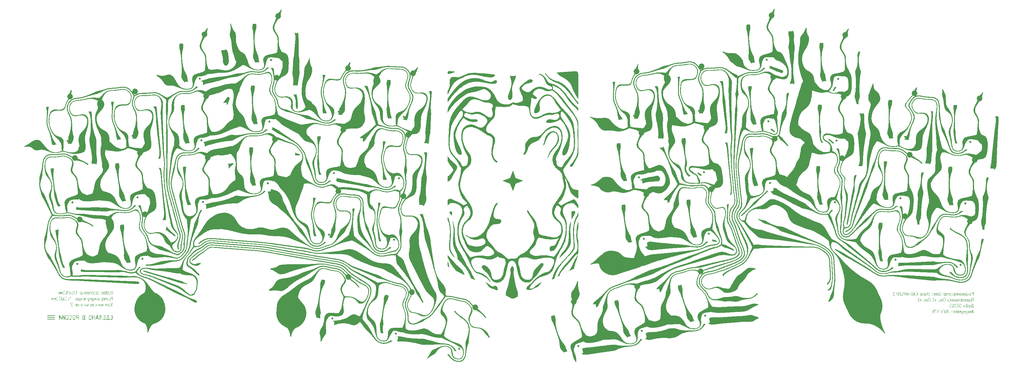
<source format=gbo>
%TF.GenerationSoftware,KiCad,Pcbnew,9.0.0*%
%TF.CreationDate,2025-07-06T20:28:58+03:00*%
%TF.ProjectId,NIOKR,4e494f4b-522e-46b6-9963-61645f706362,rev?*%
%TF.SameCoordinates,Original*%
%TF.FileFunction,Legend,Bot*%
%TF.FilePolarity,Positive*%
%FSLAX46Y46*%
G04 Gerber Fmt 4.6, Leading zero omitted, Abs format (unit mm)*
G04 Created by KiCad (PCBNEW 9.0.0) date 2025-07-06 20:28:58*
%MOMM*%
%LPD*%
G01*
G04 APERTURE LIST*
G04 Aperture macros list*
%AMRoundRect*
0 Rectangle with rounded corners*
0 $1 Rounding radius*
0 $2 $3 $4 $5 $6 $7 $8 $9 X,Y pos of 4 corners*
0 Add a 4 corners polygon primitive as box body*
4,1,4,$2,$3,$4,$5,$6,$7,$8,$9,$2,$3,0*
0 Add four circle primitives for the rounded corners*
1,1,$1+$1,$2,$3*
1,1,$1+$1,$4,$5*
1,1,$1+$1,$6,$7*
1,1,$1+$1,$8,$9*
0 Add four rect primitives between the rounded corners*
20,1,$1+$1,$2,$3,$4,$5,0*
20,1,$1+$1,$4,$5,$6,$7,0*
20,1,$1+$1,$6,$7,$8,$9,0*
20,1,$1+$1,$8,$9,$2,$3,0*%
G04 Aperture macros list end*
%ADD10C,0.000000*%
%ADD11C,0.100000*%
%ADD12C,0.200000*%
%ADD13C,0.807107*%
%ADD14C,0.299999*%
%ADD15C,0.300000*%
%ADD16C,0.300001*%
%ADD17RoundRect,0.250000X-0.792903X-0.457635X0.701389X-0.588369X0.792903X0.457635X-0.701389X0.588369X0*%
%ADD18RoundRect,0.250000X-0.711551X-0.576038X0.784795X-0.471404X0.711551X0.576038X-0.784795X0.471404X0*%
%ADD19C,0.900000*%
%ADD20C,1.900000*%
%ADD21C,3.000000*%
%ADD22C,5.100000*%
%ADD23RoundRect,0.250000X0.927177X1.026081X-0.872206X1.073199X-0.927177X-1.026081X0.872206X-1.073199X0*%
%ADD24C,0.600000*%
%ADD25RoundRect,0.250000X0.979608X0.976150X-0.814844X1.117376X-0.979608X-0.976150X0.814844X-1.117376X0*%
%ADD26RoundRect,0.250000X0.814844X1.117376X-0.979608X0.976150X-0.814844X-1.117376X0.979608X-0.976150X0*%
%ADD27RoundRect,0.250000X0.872206X1.073199X-0.927177X1.026081X-0.872206X-1.073199X0.927177X-1.026081X0*%
%ADD28C,2.540000*%
%ADD29RoundRect,0.250000X1.120251X0.810888X-0.630015X1.231089X-1.120251X-0.810888X0.630015X-1.231089X0*%
%ADD30RoundRect,0.250000X0.630015X1.231089X-1.120251X0.810888X-0.630015X-1.231089X1.120251X-0.810888X0*%
%ADD31RoundRect,0.250000X0.691104X0.441446X-0.603949X0.554749X-0.691104X-0.441446X0.603949X-0.554749X0*%
%ADD32RoundRect,0.250000X0.613538X0.544124X-0.683295X0.453440X-0.613538X-0.544124X0.683295X-0.453440X0*%
%ADD33RoundRect,0.250000X0.751653X0.327899X-0.509731X0.642397X-0.751653X-0.327899X0.509731X-0.642397X0*%
%ADD34RoundRect,0.250000X0.641175X0.511268X-0.658627X0.488580X-0.641175X-0.511268X0.658627X-0.488580X0*%
%ADD35RoundRect,0.250000X0.667054X0.477011X-0.632154X0.522380X-0.667054X-0.477011X0.632154X-0.522380X0*%
%ADD36RoundRect,0.250000X0.520865X0.633403X-0.745816X0.340967X-0.520865X-0.633403X0.745816X-0.340967X0*%
G04 APERTURE END LIST*
D10*
G36*
X37554296Y26789323D02*
G01*
X37648474Y26761014D01*
X37728659Y26703332D01*
X37869665Y26566544D01*
X37940313Y26497750D01*
X38010702Y26429223D01*
X38080282Y26360169D01*
X38151449Y26292699D01*
X38222891Y26225495D01*
X38294058Y26158292D01*
X38364965Y26090562D01*
X38435629Y26022561D01*
X38505728Y25954034D01*
X38575308Y25885773D01*
X38644888Y25816716D01*
X38713690Y25747391D01*
X38782476Y25677808D01*
X38850485Y25608220D01*
X38918752Y25538106D01*
X38986471Y25467728D01*
X39121420Y25326707D01*
X39188635Y25256329D01*
X39255560Y25185151D01*
X39309530Y25104192D01*
X39306890Y25007092D01*
X39248938Y24929303D01*
X39156606Y24898873D01*
X39063726Y24929303D01*
X38988333Y24990422D01*
X38912924Y25051541D01*
X38837255Y25112923D01*
X38761312Y25174043D01*
X38684851Y25235162D01*
X38608129Y25295487D01*
X38530615Y25355809D01*
X38453085Y25415604D01*
X38375036Y25475136D01*
X38296713Y25534138D01*
X38217871Y25592877D01*
X38138479Y25650555D01*
X38058599Y25707707D01*
X37978948Y25764592D01*
X37898504Y25820683D01*
X37817816Y25876775D01*
X37736334Y25931012D01*
X37653234Y25983933D01*
X37570425Y26036321D01*
X37487081Y26088441D01*
X37403738Y26140565D01*
X37320135Y26192685D01*
X37246572Y26258038D01*
X37198171Y26344029D01*
X37175924Y26439809D01*
X37181493Y26538232D01*
X37219061Y26629250D01*
X37280721Y26706242D01*
X37361410Y26762864D01*
X37456121Y26789849D01*
X37554296Y26789323D01*
G37*
G36*
X-107990610Y57215267D02*
G01*
X-107906206Y57163329D01*
X-107841387Y57088134D01*
X-107799845Y56998467D01*
X-107784769Y56900280D01*
X-107792437Y56801326D01*
X-107799845Y56702636D01*
X-107806994Y56603682D01*
X-107814402Y56504464D01*
X-107821276Y56405483D01*
X-107828158Y56306528D01*
X-107829218Y56207310D01*
X-107829485Y56108356D01*
X-107829485Y56009402D01*
X-107828951Y55910183D01*
X-107828425Y55811202D01*
X-107827097Y55712248D01*
X-107819430Y55613029D01*
X-107810694Y55514075D01*
X-107801172Y55415121D01*
X-107790850Y55315902D01*
X-107780268Y55216922D01*
X-107770479Y55117968D01*
X-107772600Y55018749D01*
X-107777094Y54919795D01*
X-107781328Y54820841D01*
X-107785029Y54721622D01*
X-107788736Y54622668D01*
X-107792177Y54523687D01*
X-107803286Y54424468D01*
X-107830271Y54329139D01*
X-107858584Y54234048D01*
X-107888216Y54139221D01*
X-107917322Y54044394D01*
X-107946429Y53949303D01*
X-107975000Y53854238D01*
X-108018396Y53660960D01*
X-108039827Y53564334D01*
X-108061518Y53467682D01*
X-108082689Y53371056D01*
X-108104120Y53274166D01*
X-108119463Y53176482D01*
X-108149889Y52981166D01*
X-108164973Y52883746D01*
X-108180323Y52786063D01*
X-108194872Y52688670D01*
X-108204660Y52590747D01*
X-108214182Y52492798D01*
X-108223978Y52395141D01*
X-108233500Y52297219D01*
X-108242762Y52199534D01*
X-108252024Y52101612D01*
X-108262873Y51905767D01*
X-108268160Y51808110D01*
X-108272921Y51710161D01*
X-108277948Y51612768D01*
X-108281916Y51515083D01*
X-108282976Y51417691D01*
X-108283770Y51320270D01*
X-108283770Y51125723D01*
X-108283243Y51028303D01*
X-108282183Y50930883D01*
X-108279276Y50833729D01*
X-108275568Y50736336D01*
X-108271334Y50639180D01*
X-108267099Y50541761D01*
X-108262072Y50444607D01*
X-108256518Y50347213D01*
X-108247522Y50249793D01*
X-108238261Y50152374D01*
X-108228472Y50054980D01*
X-108218416Y49957296D01*
X-108208101Y49859904D01*
X-108197252Y49762219D01*
X-108183497Y49665065D01*
X-108169207Y49567936D01*
X-108154391Y49471019D01*
X-108123964Y49276735D01*
X-108108355Y49179580D01*
X-108088511Y49082954D01*
X-108067873Y48986301D01*
X-108046969Y48889411D01*
X-108025805Y48792785D01*
X-108004633Y48695895D01*
X-107983202Y48599243D01*
X-107957537Y48503649D01*
X-107930552Y48408293D01*
X-107849322Y48122279D01*
X-107817309Y48027955D01*
X-107784235Y47934425D01*
X-107717036Y47746835D01*
X-107649302Y47559775D01*
X-107610407Y47468308D01*
X-107569925Y47378138D01*
X-107529184Y47287703D01*
X-107486849Y47198037D01*
X-107443987Y47108898D01*
X-107404299Y47017960D01*
X-107369898Y46924668D01*
X-107337359Y46830636D01*
X-107304018Y46736576D01*
X-107270151Y46643046D01*
X-107235224Y46549754D01*
X-107199770Y46456992D01*
X-107169344Y46362428D01*
X-107158236Y46263475D01*
X-107152941Y46164257D01*
X-107147120Y46065303D01*
X-107139978Y45966349D01*
X-107131510Y45867129D01*
X-107121454Y45768149D01*
X-107110346Y45669195D01*
X-107097910Y45570505D01*
X-107083353Y45472053D01*
X-107067743Y45374131D01*
X-107050814Y45276446D01*
X-107030436Y45179291D01*
X-107007952Y45082930D01*
X-106984400Y44986543D01*
X-106960062Y44890684D01*
X-106935190Y44794826D01*
X-106908732Y44699232D01*
X-106886507Y44602607D01*
X-106869570Y44504922D01*
X-106851847Y44407529D01*
X-106796015Y44115296D01*
X-106777231Y44018141D01*
X-106782000Y43919188D01*
X-106822741Y43828753D01*
X-106889681Y43755887D01*
X-106978052Y43711438D01*
X-107075945Y43698260D01*
X-107172785Y43719693D01*
X-107256395Y43771895D01*
X-107325449Y43842961D01*
X-107394770Y43914002D01*
X-107463823Y43985333D01*
X-107532618Y44056903D01*
X-107601145Y44128976D01*
X-107669146Y44201577D01*
X-107730791Y44279100D01*
X-107790590Y44357919D01*
X-107847208Y44439809D01*
X-107902773Y44522226D01*
X-107957537Y44605173D01*
X-108011515Y44688648D01*
X-108064692Y44772866D01*
X-108117350Y44857611D01*
X-108170267Y44941855D01*
X-108221857Y45027104D01*
X-108271868Y45112908D01*
X-108321077Y45199188D01*
X-108368441Y45286263D01*
X-108412096Y45375163D01*
X-108454958Y45464566D01*
X-108495707Y45554735D01*
X-108534861Y45645672D01*
X-108572962Y45737405D01*
X-108610003Y45829664D01*
X-108644663Y45922665D01*
X-108677469Y46016724D01*
X-108691759Y46115176D01*
X-108699961Y46214130D01*
X-108701281Y46313350D01*
X-108701281Y46412304D01*
X-108700487Y46511257D01*
X-108699167Y46610475D01*
X-108697046Y46709430D01*
X-108691492Y46808411D01*
X-108680117Y46907629D01*
X-108665301Y47005816D01*
X-108649691Y47103739D01*
X-108633555Y47201661D01*
X-108617411Y47299583D01*
X-108600741Y47397267D01*
X-108586985Y47495455D01*
X-108576403Y47594674D01*
X-108566080Y47693628D01*
X-108555231Y47792581D01*
X-108544649Y47891535D01*
X-108535120Y47990490D01*
X-108530893Y48089471D01*
X-108521631Y48287379D01*
X-108516604Y48386597D01*
X-108512110Y48485552D01*
X-108508135Y48584533D01*
X-108509195Y48782441D01*
X-108509462Y48881659D01*
X-108509722Y48980614D01*
X-108509722Y49079593D01*
X-108510256Y49178284D01*
X-108514490Y49276735D01*
X-108518717Y49374923D01*
X-108522692Y49473347D01*
X-108526125Y49571295D01*
X-108532480Y49767140D01*
X-108537508Y49864797D01*
X-108542269Y49962482D01*
X-108546236Y50060140D01*
X-108550203Y50157560D01*
X-108553644Y50254953D01*
X-108556559Y50352372D01*
X-108561319Y50449792D01*
X-108565287Y50547185D01*
X-108568461Y50644339D01*
X-108571375Y50741760D01*
X-108574015Y50838915D01*
X-108576136Y50936308D01*
X-108578783Y51033462D01*
X-108581164Y51130882D01*
X-108584864Y51325695D01*
X-108586985Y51520508D01*
X-108590418Y51617927D01*
X-108593859Y51715585D01*
X-108597040Y51813269D01*
X-108599947Y51910927D01*
X-108602327Y52008849D01*
X-108604975Y52107036D01*
X-108611063Y52204984D01*
X-108616617Y52303145D01*
X-108622172Y52401596D01*
X-108627726Y52499783D01*
X-108638575Y52696687D01*
X-108659212Y52892531D01*
X-108669794Y52990718D01*
X-108690432Y53187092D01*
X-108700754Y53285516D01*
X-108716898Y53383201D01*
X-108733034Y53481123D01*
X-108781191Y53774916D01*
X-108797060Y53872838D01*
X-108819552Y53969200D01*
X-108885431Y54259104D01*
X-108906862Y54355756D01*
X-108925654Y54452884D01*
X-108931208Y54552103D01*
X-108925387Y54651084D01*
X-108918772Y54750038D01*
X-108911890Y54849257D01*
X-108904749Y54948211D01*
X-108897074Y55047165D01*
X-108885965Y55146384D01*
X-108874582Y55245364D01*
X-108849451Y55341223D01*
X-108824053Y55437081D01*
X-108798121Y55532675D01*
X-108771662Y55628269D01*
X-108744677Y55723625D01*
X-108718485Y55819219D01*
X-108696261Y55915845D01*
X-108673502Y56012232D01*
X-108650484Y56108356D01*
X-108626673Y56204717D01*
X-108602862Y56300840D01*
X-108578783Y56396963D01*
X-108559466Y56494118D01*
X-108539621Y56591273D01*
X-108519777Y56688163D01*
X-108499407Y56785054D01*
X-108479037Y56882209D01*
X-108458658Y56979099D01*
X-108421358Y57070831D01*
X-108359972Y57148856D01*
X-108279802Y57206985D01*
X-108185610Y57237730D01*
X-108086390Y57240058D01*
X-107990610Y57215267D01*
G37*
G36*
X-96865938Y54727548D02*
G01*
X-96778628Y54680003D01*
X-96710894Y54607163D01*
X-96589983Y54449551D01*
X-96529657Y54370467D01*
X-96469866Y54291145D01*
X-96410601Y54211320D01*
X-96352648Y54130437D01*
X-96303965Y54043627D01*
X-96256868Y53956023D01*
X-96211626Y53867653D01*
X-96167971Y53778249D01*
X-96125635Y53688609D01*
X-96084894Y53597910D01*
X-96045740Y53506443D01*
X-96016108Y53411352D01*
X-95988054Y53315759D01*
X-95965830Y53219133D01*
X-95945452Y53121713D01*
X-95927195Y53024055D01*
X-95910799Y52925868D01*
X-95881166Y52728966D01*
X-95866617Y52630275D01*
X-95854174Y52531322D01*
X-95843592Y52431838D01*
X-95834597Y52332620D01*
X-95828242Y52233136D01*
X-95820040Y52133918D01*
X-95813425Y52034434D01*
X-95807604Y51935216D01*
X-95802584Y51835996D01*
X-95798876Y51736514D01*
X-95796229Y51637295D01*
X-95793589Y51537838D01*
X-95790674Y51438619D01*
X-95788561Y51339135D01*
X-95786966Y51239917D01*
X-95785914Y51140433D01*
X-95785120Y51041215D01*
X-95785120Y50842513D01*
X-95785654Y50743294D01*
X-95786173Y50643837D01*
X-95786707Y50544618D01*
X-95787501Y50445135D01*
X-95788027Y50345917D01*
X-95788561Y50246433D01*
X-95788828Y50147215D01*
X-95789347Y50047731D01*
X-95789614Y49948513D01*
X-95789881Y49849056D01*
X-95789881Y49749837D01*
X-95789614Y49650618D01*
X-95789347Y49551135D01*
X-95789095Y49451916D01*
X-95788561Y49352432D01*
X-95788027Y49253214D01*
X-95787234Y49153730D01*
X-95786440Y49054512D01*
X-95785387Y48955054D01*
X-95784060Y48855836D01*
X-95783007Y48756352D01*
X-95781679Y48657134D01*
X-95780092Y48557650D01*
X-95778772Y48458432D01*
X-95776919Y48359213D01*
X-95775065Y48259730D01*
X-95773211Y48160511D01*
X-95771357Y48061028D01*
X-95769777Y47961809D01*
X-95768450Y47862352D01*
X-95767397Y47763134D01*
X-95766070Y47663650D01*
X-95764750Y47564432D01*
X-95763422Y47464948D01*
X-95760775Y47365729D01*
X-95756807Y47266246D01*
X-95749140Y47067808D01*
X-95745432Y46968351D01*
X-95741457Y46869133D01*
X-95734850Y46769649D01*
X-95725855Y46670430D01*
X-95717127Y46570947D01*
X-95708391Y46471728D01*
X-95699656Y46372246D01*
X-95685633Y46273556D01*
X-95616312Y45881840D01*
X-95602289Y45783151D01*
X-95590655Y45683931D01*
X-95580332Y45584713D01*
X-95571596Y45485229D01*
X-95563135Y45386011D01*
X-95554934Y45286527D01*
X-95546465Y45187309D01*
X-95537737Y45087826D01*
X-95534029Y44988607D01*
X-95538263Y44889150D01*
X-95546732Y44690713D01*
X-95550959Y44591229D01*
X-95555201Y44492011D01*
X-95558642Y44392527D01*
X-95561815Y44293309D01*
X-95564989Y44193825D01*
X-95568155Y44094606D01*
X-95571070Y43995150D01*
X-95573977Y43895930D01*
X-95576632Y43796448D01*
X-95579806Y43598010D01*
X-95580858Y43498526D01*
X-95582453Y43399308D01*
X-95583773Y43299824D01*
X-95584032Y43200606D01*
X-95581125Y43101149D01*
X-95578745Y43001929D01*
X-95575838Y42902447D01*
X-95572924Y42803227D01*
X-95570017Y42703744D01*
X-95565775Y42604525D01*
X-95557047Y42505042D01*
X-95539324Y42306605D01*
X-95530321Y42207122D01*
X-95521326Y42107903D01*
X-95514979Y42008446D01*
X-95520014Y41909228D01*
X-95524767Y41809745D01*
X-95529261Y41710526D01*
X-95534029Y41611043D01*
X-95538263Y41511824D01*
X-95545672Y41412341D01*
X-95555460Y41313123D01*
X-95566576Y41213902D01*
X-95586679Y41116509D01*
X-95626368Y40921672D01*
X-95666590Y40727122D01*
X-95686167Y40629702D01*
X-95703631Y40531781D01*
X-95721621Y40434123D01*
X-95739344Y40336202D01*
X-95757074Y40238517D01*
X-95775591Y40140593D01*
X-95793055Y40042670D01*
X-95806025Y39943955D01*
X-95819781Y39845000D01*
X-95834063Y39746548D01*
X-95848887Y39647860D01*
X-95864756Y39549674D01*
X-95877726Y39450719D01*
X-95890162Y39351765D01*
X-95903383Y39252785D01*
X-95917681Y39154095D01*
X-95933283Y39055907D01*
X-95950220Y38957721D01*
X-95965830Y38859536D01*
X-95982233Y38761348D01*
X-96000757Y38663689D01*
X-96021395Y38566533D01*
X-96043612Y38469645D01*
X-96072725Y38374555D01*
X-96105799Y38279990D01*
X-96145746Y38189027D01*
X-96187281Y38098859D01*
X-96230677Y38009454D01*
X-96275393Y37920844D01*
X-96321428Y37832713D01*
X-96368265Y37744870D01*
X-96419596Y37659358D01*
X-96477533Y37578738D01*
X-96537325Y37499154D01*
X-96597658Y37420333D01*
X-96658777Y37341805D01*
X-96720949Y37264546D01*
X-96784716Y37188319D01*
X-96849802Y37113126D01*
X-96914095Y37037429D01*
X-96979449Y36962497D01*
X-96983683Y36885239D01*
X-96917803Y36810813D01*
X-96851122Y36736914D01*
X-96785776Y36661984D01*
X-96733645Y36576735D01*
X-96684435Y36490164D01*
X-96645548Y36398698D01*
X-96607447Y36306729D01*
X-96570398Y36214469D01*
X-96533358Y36121970D01*
X-96497385Y36028970D01*
X-96464312Y35934909D01*
X-96433352Y35840083D01*
X-96405832Y35744491D01*
X-96379107Y35648631D01*
X-96353708Y35552508D01*
X-96329897Y35456120D01*
X-96306879Y35359494D01*
X-96285189Y35262339D01*
X-96260050Y35166217D01*
X-96236231Y35069854D01*
X-96214541Y34972937D01*
X-96194162Y34875809D01*
X-96175379Y34778125D01*
X-96158709Y34679938D01*
X-96143893Y34582017D01*
X-96131457Y34483565D01*
X-96120081Y34385140D01*
X-96110026Y34286424D01*
X-96101565Y34187733D01*
X-96090449Y34089547D01*
X-96079867Y33991095D01*
X-96070604Y33892407D01*
X-96062136Y33793691D01*
X-96054468Y33695000D01*
X-96047587Y33596259D01*
X-96039919Y33497304D01*
X-96032770Y33398614D01*
X-96026682Y33299660D01*
X-96020861Y33200705D01*
X-96015574Y33101752D01*
X-96010019Y33002532D01*
X-96003405Y32903579D01*
X-95991495Y32705670D01*
X-95985941Y32606452D01*
X-95980387Y32507497D01*
X-95977999Y32408013D01*
X-95981966Y32308795D01*
X-95994936Y32210370D01*
X-96007898Y32112475D01*
X-96020601Y32014313D01*
X-96059229Y31720363D01*
X-96097071Y31629344D01*
X-96173792Y31566903D01*
X-96270891Y31549706D01*
X-96364557Y31580397D01*
X-96432818Y31651833D01*
X-96459276Y31746819D01*
X-96510340Y32038920D01*
X-96527269Y32136815D01*
X-96544474Y32234446D01*
X-96561670Y32332343D01*
X-96569872Y32431033D01*
X-96568819Y32530253D01*
X-96567759Y32629735D01*
X-96567225Y32728955D01*
X-96566698Y32828437D01*
X-96566431Y32927657D01*
X-96567759Y33027138D01*
X-96570666Y33126359D01*
X-96573839Y33225577D01*
X-96577814Y33324796D01*
X-96582308Y33424014D01*
X-96587336Y33522969D01*
X-96595278Y33621604D01*
X-96604799Y33720321D01*
X-96614847Y33818745D01*
X-96626230Y33916932D01*
X-96638399Y34015385D01*
X-96652949Y34113307D01*
X-96673060Y34210461D01*
X-96695017Y34307353D01*
X-96718576Y34404004D01*
X-96745028Y34499863D01*
X-96773073Y34595193D01*
X-96803499Y34689753D01*
X-96835245Y34783812D01*
X-96868853Y34877343D01*
X-96903513Y34970370D01*
X-96940287Y35062869D01*
X-96983683Y35152007D01*
X-97028925Y35240643D01*
X-97075495Y35328484D01*
X-97122851Y35415824D01*
X-97171274Y35502635D01*
X-97221544Y35588940D01*
X-97269693Y35676015D01*
X-97318117Y35762826D01*
X-97367327Y35849397D01*
X-97417338Y35935412D01*
X-97468928Y36020953D01*
X-97519724Y36106730D01*
X-97566294Y36194571D01*
X-97599367Y36288896D01*
X-97634295Y36382426D01*
X-97668162Y36476220D01*
X-97697527Y36571313D01*
X-97725046Y36666907D01*
X-97740916Y36765359D01*
X-97741183Y36864577D01*
X-97742243Y36964034D01*
X-97737215Y37063252D01*
X-97723986Y37162232D01*
X-97696200Y37257827D01*
X-97661547Y37351357D01*
X-97625292Y37444119D01*
X-97590372Y37537650D01*
X-97562853Y37633242D01*
X-97539576Y37729632D01*
X-97518404Y37826785D01*
X-97498568Y37924180D01*
X-97480829Y38022128D01*
X-97463900Y38120049D01*
X-97424479Y38314864D01*
X-97408602Y38413050D01*
X-97394312Y38511739D01*
X-97382143Y38610957D01*
X-97364679Y38708907D01*
X-97345369Y38806300D01*
X-97323938Y38903189D01*
X-97304354Y39000609D01*
X-97288218Y39098798D01*
X-97274988Y39197751D01*
X-97269434Y39297234D01*
X-97265993Y39396453D01*
X-97263346Y39495671D01*
X-97261759Y39595155D01*
X-97265200Y39694373D01*
X-97271807Y39793857D01*
X-97278956Y39893077D01*
X-97287157Y39992533D01*
X-97295626Y40091752D01*
X-97307795Y40190467D01*
X-97323404Y40288655D01*
X-97339548Y40387080D01*
X-97355417Y40485264D01*
X-97372095Y40583453D01*
X-97388758Y40681376D01*
X-97408343Y40778796D01*
X-97427653Y40876481D01*
X-97446970Y40973872D01*
X-97466013Y41071292D01*
X-97485598Y41168685D01*
X-97500948Y41267137D01*
X-97512057Y41366620D01*
X-97517611Y41465838D01*
X-97520517Y41565324D01*
X-97523165Y41664542D01*
X-97525812Y41763760D01*
X-97528452Y41863215D01*
X-97530840Y41962434D01*
X-97528986Y42061919D01*
X-97520517Y42161138D01*
X-97509142Y42260621D01*
X-97497507Y42359839D01*
X-97485598Y42459060D01*
X-97473688Y42558013D01*
X-97461519Y42657231D01*
X-97452791Y42756715D01*
X-97439295Y42955153D01*
X-97432421Y43054635D01*
X-97425799Y43153853D01*
X-97419184Y43253310D01*
X-97414950Y43352529D01*
X-97411783Y43452012D01*
X-97408869Y43551230D01*
X-97405695Y43650716D01*
X-97402254Y43749934D01*
X-97399347Y43849418D01*
X-97396967Y43948636D01*
X-97395106Y44047854D01*
X-97393259Y44147338D01*
X-97391405Y44246557D01*
X-97389551Y44346014D01*
X-97387972Y44445232D01*
X-97386645Y44544716D01*
X-97385843Y44643934D01*
X-97385050Y44743418D01*
X-97384264Y44842636D01*
X-97383471Y44942119D01*
X-97382403Y45041338D01*
X-97373675Y45140794D01*
X-97362566Y45240014D01*
X-97348810Y45338730D01*
X-97335314Y45437684D01*
X-97322085Y45536401D01*
X-97308321Y45635355D01*
X-97294832Y45734044D01*
X-97276308Y45831728D01*
X-97211230Y46122399D01*
X-97189264Y46219291D01*
X-97167566Y46316445D01*
X-97150103Y46414367D01*
X-97122324Y46611772D01*
X-97108034Y46710489D01*
X-97094011Y46808913D01*
X-97079729Y46907629D01*
X-97070467Y47007087D01*
X-97061205Y47106305D01*
X-97051943Y47205788D01*
X-97042681Y47305007D01*
X-97033419Y47404491D01*
X-97025225Y47503710D01*
X-97018343Y47602929D01*
X-97011469Y47702412D01*
X-97004320Y47801631D01*
X-96997171Y47901113D01*
X-96990298Y48000333D01*
X-96982622Y48099789D01*
X-96974688Y48199008D01*
X-96966486Y48298491D01*
X-96958544Y48397710D01*
X-96950083Y48497193D01*
X-96942148Y48596412D01*
X-96933939Y48695631D01*
X-96925471Y48795114D01*
X-96917269Y48894333D01*
X-96909075Y48993790D01*
X-96900606Y49093008D01*
X-96892130Y49192491D01*
X-96883402Y49291711D01*
X-96874933Y49391193D01*
X-96866472Y49490413D01*
X-96857744Y49589896D01*
X-96848742Y49689115D01*
X-96840014Y49788572D01*
X-96831019Y49887791D01*
X-96822291Y49987010D01*
X-96813288Y50086492D01*
X-96804293Y50185712D01*
X-96795298Y50285194D01*
X-96786303Y50384414D01*
X-96777575Y50483897D01*
X-96769106Y50583115D01*
X-96760378Y50682572D01*
X-96751902Y50781790D01*
X-96743708Y50881274D01*
X-96727572Y51079712D01*
X-96720156Y51179195D01*
X-96713007Y51278414D01*
X-96706133Y51377897D01*
X-96700319Y51477115D01*
X-96694750Y51576599D01*
X-96691843Y51675818D01*
X-96690523Y51775275D01*
X-96690523Y51874494D01*
X-96691317Y51973977D01*
X-96693964Y52073196D01*
X-96700319Y52172679D01*
X-96712488Y52271633D01*
X-96726511Y52370349D01*
X-96742121Y52468774D01*
X-96760111Y52566458D01*
X-96782335Y52663348D01*
X-96809588Y52758943D01*
X-96839487Y52854034D01*
X-96872294Y52948331D01*
X-96906946Y53042126D01*
X-96939501Y53136450D01*
X-96969401Y53231515D01*
X-96997973Y53326871D01*
X-97029718Y53421433D01*
X-97063051Y53515757D01*
X-97097719Y53609287D01*
X-97131319Y53703320D01*
X-97159365Y53798941D01*
X-97185290Y53894799D01*
X-97213076Y53990392D01*
X-97242174Y54085749D01*
X-97271288Y54180813D01*
X-97300387Y54276169D01*
X-97325266Y54372292D01*
X-97322878Y54471750D01*
X-97291658Y54566073D01*
X-97232920Y54646162D01*
X-97154604Y54707149D01*
X-97061998Y54744085D01*
X-96962778Y54749509D01*
X-96865938Y54727548D01*
G37*
G36*
X-6241129Y40850366D02*
G01*
X-6148523Y40814725D01*
X-6069681Y40754002D01*
X-6010676Y40674153D01*
X-5978647Y40580094D01*
X-5975748Y40480637D01*
X-5973902Y40381417D01*
X-5972056Y40281936D01*
X-5969935Y40182715D01*
X-5967539Y40083234D01*
X-5965174Y39984013D01*
X-5962259Y39884532D01*
X-5961451Y39785075D01*
X-5960154Y39685855D01*
X-5958552Y39586369D01*
X-5956431Y39487151D01*
X-5953791Y39387668D01*
X-5950876Y39288449D01*
X-5969660Y39190793D01*
X-5991083Y39093638D01*
X-6012263Y38996749D01*
X-6032892Y38899592D01*
X-6053278Y38802173D01*
X-6073649Y38705018D01*
X-6084498Y38606566D01*
X-6093485Y38507876D01*
X-6102488Y38409425D01*
X-6111216Y38311000D01*
X-6120219Y38212813D01*
X-6129465Y38114362D01*
X-6136622Y38015912D01*
X-6144022Y37917723D01*
X-6151712Y37819537D01*
X-6160166Y37721351D01*
X-6169169Y37623427D01*
X-6177897Y37525506D01*
X-6183176Y37427848D01*
X-6189005Y37330163D01*
X-6195887Y37232772D01*
X-6204096Y37135350D01*
X-6212549Y37037930D01*
X-6221552Y36940804D01*
X-6229487Y36843648D01*
X-6238489Y36746756D01*
X-6247736Y36649840D01*
X-6257273Y36552949D01*
X-6267054Y36456061D01*
X-6276590Y36359433D01*
X-6285837Y36262542D01*
X-6294840Y36165891D01*
X-6304102Y36068999D01*
X-6313349Y35971846D01*
X-6321817Y35874955D01*
X-6329767Y35777798D01*
X-6336909Y35680407D01*
X-6342737Y35582987D01*
X-6348292Y35485594D01*
X-6352518Y35388175D01*
X-6355417Y35290755D01*
X-6357279Y35193362D01*
X-6357279Y35095942D01*
X-6355417Y34998523D01*
X-6351984Y34901131D01*
X-6347498Y34803710D01*
X-6340616Y34706290D01*
X-6332132Y34608897D01*
X-6321558Y34511743D01*
X-6308329Y34414851D01*
X-6293253Y34318200D01*
X-6276056Y34222102D01*
X-6257807Y34126483D01*
X-6237162Y34031153D01*
X-6214411Y33936326D01*
X-6189264Y33842002D01*
X-6162287Y33747970D01*
X-6133188Y33654677D01*
X-6103022Y33561597D01*
X-6071802Y33468993D01*
X-6039240Y33376918D01*
X-6005381Y33285108D01*
X-5970469Y33193826D01*
X-5898493Y33011794D01*
X-5789209Y32739802D01*
X-5752711Y32649314D01*
X-5677302Y32468869D01*
X-5639460Y32379174D01*
X-5602152Y32288688D01*
X-5565653Y32198199D01*
X-5492090Y32016696D01*
X-5456644Y31925679D01*
X-5421183Y31834132D01*
X-5386530Y31742322D01*
X-5352915Y31650512D01*
X-5318262Y31558436D01*
X-5283869Y31466098D01*
X-5250254Y31374022D01*
X-5217188Y31281153D01*
X-5185175Y31188285D01*
X-5153437Y31094887D01*
X-5119562Y31002547D01*
X-5049708Y30818133D01*
X-5015589Y30725793D01*
X-4946253Y30540848D01*
X-4907633Y30449832D01*
X-4867670Y30359082D01*
X-4827189Y30268593D01*
X-4785914Y30178105D01*
X-4744120Y30087884D01*
X-4700724Y29998454D01*
X-4653895Y29910613D01*
X-4605997Y29823564D01*
X-4556788Y29737044D01*
X-4506525Y29651055D01*
X-4452814Y29566918D01*
X-4394343Y29486485D01*
X-4334543Y29406846D01*
X-4273951Y29328263D01*
X-4211771Y29250476D01*
X-4149073Y29173747D01*
X-4095636Y29089080D01*
X-4046946Y29002297D01*
X-3997202Y28916043D01*
X-3946650Y28829791D01*
X-3895594Y28744328D01*
X-3843485Y28659398D01*
X-3796122Y28571820D01*
X-3750864Y28483449D01*
X-3714350Y28390580D01*
X-3677057Y28298241D01*
X-3639216Y28206166D01*
X-3601374Y28114093D01*
X-3563028Y28022282D01*
X-3524912Y27930470D01*
X-3500834Y27833897D01*
X-3500834Y27734681D01*
X-3524653Y27638104D01*
X-3570948Y27550263D01*
X-3637095Y27475652D01*
X-3719126Y27419297D01*
X-3812525Y27384370D01*
X-3911737Y27374314D01*
X-4010432Y27388604D01*
X-4102488Y27426175D01*
X-4182932Y27484647D01*
X-4321055Y27628846D01*
X-4389567Y27701340D01*
X-4458109Y27773572D01*
X-4526362Y27846333D01*
X-4593836Y27919621D01*
X-4657343Y27996087D01*
X-4715281Y28077050D01*
X-4764490Y28163567D01*
X-4861582Y28337134D01*
X-4909479Y28424447D01*
X-4956568Y28512025D01*
X-5002619Y28600131D01*
X-5041498Y28691676D01*
X-5072733Y28786399D01*
X-5097071Y28882970D01*
X-5120081Y28979542D01*
X-5142039Y29076382D01*
X-5162150Y29173747D01*
X-5181208Y29271380D01*
X-5201838Y29368745D01*
X-5222223Y29465848D01*
X-5241266Y29563479D01*
X-5258997Y29661374D01*
X-5275660Y29759269D01*
X-5291285Y29857430D01*
X-5307413Y29955327D01*
X-5322489Y30053489D01*
X-5336787Y30151646D01*
X-5350809Y30249543D01*
X-5364298Y30347705D01*
X-5379114Y30445334D01*
X-5397104Y30542703D01*
X-5415110Y30639804D01*
X-5433100Y30736907D01*
X-5451349Y30834273D01*
X-5469614Y30930844D01*
X-5490244Y31026889D01*
X-5514582Y31122138D01*
X-5539194Y31216859D01*
X-5564585Y31311581D01*
X-5590250Y31406037D01*
X-5616983Y31500228D01*
X-5645289Y31593892D01*
X-5676768Y31686761D01*
X-5708796Y31779628D01*
X-5741327Y31872231D01*
X-5774409Y31964309D01*
X-5807734Y32056384D01*
X-5842661Y32147927D01*
X-5878382Y32238415D01*
X-5915156Y32329169D01*
X-5952204Y32419390D01*
X-5988978Y32509879D01*
X-6063319Y32690060D01*
X-6100901Y32780284D01*
X-6138208Y32870505D01*
X-6174982Y32960994D01*
X-6211237Y33051745D01*
X-6246958Y33142497D01*
X-6281351Y33234044D01*
X-6314142Y33326382D01*
X-6345377Y33418721D01*
X-6375269Y33511857D01*
X-6404108Y33605254D01*
X-6430842Y33699126D01*
X-6455973Y33793691D01*
X-6477930Y33888516D01*
X-6497782Y33984111D01*
X-6516306Y34079730D01*
X-6535868Y34175324D01*
X-6553599Y34271447D01*
X-6569483Y34367810D01*
X-6583231Y34464461D01*
X-6594339Y34561353D01*
X-6603083Y34658772D01*
X-6609690Y34756163D01*
X-6614451Y34853320D01*
X-6617899Y34950740D01*
X-6620005Y35048133D01*
X-6620280Y35145287D01*
X-6618174Y35242705D01*
X-6614451Y35339862D01*
X-6609965Y35437255D01*
X-6603876Y35534409D01*
X-6597528Y35631829D01*
X-6590372Y35728720D01*
X-6582178Y35825875D01*
X-6573450Y35922767D01*
X-6564188Y36019654D01*
X-6554651Y36116282D01*
X-6545145Y36213199D01*
X-6535608Y36309825D01*
X-6526346Y36406716D01*
X-6517344Y36503869D01*
X-6508631Y36600760D01*
X-6500422Y36697915D01*
X-6492487Y36795308D01*
X-6485071Y36892465D01*
X-6481104Y36989882D01*
X-6478190Y37087541D01*
X-6476069Y37184960D01*
X-6474497Y37282617D01*
X-6474238Y37380301D01*
X-6475016Y37477960D01*
X-6481104Y37575883D01*
X-6489573Y37673831D01*
X-6498820Y37771752D01*
X-6508631Y37869675D01*
X-6518671Y37967862D01*
X-6529261Y38065785D01*
X-6543024Y38163441D01*
X-6556772Y38261390D01*
X-6570520Y38359050D01*
X-6598582Y38554892D01*
X-6613916Y38652842D01*
X-6637476Y38749203D01*
X-6661020Y38845828D01*
X-6684305Y38942481D01*
X-6707331Y39039107D01*
X-6729822Y39135999D01*
X-6748331Y39233683D01*
X-6757334Y39332902D01*
X-6752039Y39432357D01*
X-6746485Y39531575D01*
X-6740137Y39631061D01*
X-6733774Y39730279D01*
X-6726633Y39829762D01*
X-6718973Y39929246D01*
X-6708384Y40028199D01*
X-6697535Y40127154D01*
X-6686152Y40226106D01*
X-6674509Y40324822D01*
X-6663141Y40423512D01*
X-6651499Y40522229D01*
X-6634302Y40620416D01*
X-6590906Y40709554D01*
X-6524500Y40783717D01*
X-6437449Y40832295D01*
X-6340616Y40855023D01*
X-6241129Y40850366D01*
G37*
G36*
X32454977Y39577323D02*
G01*
X32545462Y39537265D01*
X32621664Y39473712D01*
X32676702Y39391028D01*
X32703420Y39295436D01*
X32702902Y39196217D01*
X32697348Y38997779D01*
X32694693Y38898560D01*
X32689932Y38700124D01*
X32692831Y38600905D01*
X32697607Y38501685D01*
X32702627Y38402467D01*
X32708181Y38303248D01*
X32714269Y38204030D01*
X32720617Y38104811D01*
X32726446Y38005591D01*
X32732260Y37906373D01*
X32739141Y37807154D01*
X32746008Y37708175D01*
X32753424Y37608956D01*
X32761633Y37509736D01*
X32761099Y37410518D01*
X32743368Y37312594D01*
X32723791Y37215440D01*
X32699972Y37119078D01*
X32676702Y37022691D01*
X32653952Y36926066D01*
X32631460Y36829438D01*
X32613729Y36731757D01*
X32597311Y36633569D01*
X32580923Y36535645D01*
X32565313Y36437724D01*
X32549688Y36339803D01*
X32534353Y36241853D01*
X32526403Y36143164D01*
X32518728Y36044711D01*
X32511068Y35946286D01*
X32504186Y35847571D01*
X32497579Y35749120D01*
X32491217Y35650693D01*
X32489889Y35551980D01*
X32488836Y35453290D01*
X32488592Y35354573D01*
X32488317Y35256387D01*
X32488592Y35158198D01*
X32489096Y35060038D01*
X32492544Y34962088D01*
X32500219Y34766774D01*
X32504721Y34669089D01*
X32509222Y34571671D01*
X32513708Y34474276D01*
X32521124Y34376857D01*
X32528265Y34279704D01*
X32535681Y34182309D01*
X32542807Y34085154D01*
X32549429Y33988265D01*
X32555517Y33891374D01*
X32562918Y33794457D01*
X32569799Y33697566D01*
X32576681Y33601020D01*
X32588858Y33407080D01*
X32594686Y33310244D01*
X32601293Y33213404D01*
X32607916Y33116568D01*
X32614263Y33019202D01*
X32620596Y32922099D01*
X32626944Y32824998D01*
X32633566Y32727895D01*
X32642309Y32630794D01*
X32651556Y32533425D01*
X32661092Y32435796D01*
X32671148Y32338164D01*
X32681448Y32240533D01*
X32692571Y32143166D01*
X32707662Y32046065D01*
X32723532Y31949225D01*
X32740194Y31852124D01*
X32757406Y31755288D01*
X32775122Y31658185D01*
X32793386Y31561347D01*
X32814550Y31464511D01*
X32836508Y31367936D01*
X32858999Y31271628D01*
X32882284Y31175055D01*
X32905569Y31078747D01*
X32929373Y30982175D01*
X32957418Y30887452D01*
X32987051Y30792733D01*
X33017217Y30698541D01*
X33047643Y30604348D01*
X33078070Y30509629D01*
X33109030Y30415437D01*
X33143164Y30322039D01*
X33178610Y30229169D01*
X33214330Y30136037D01*
X33250311Y30043168D01*
X33287359Y29951094D01*
X33325720Y29859284D01*
X33364614Y29768002D01*
X33404028Y29676985D01*
X33443457Y29585704D01*
X33482610Y29494422D01*
X33522573Y29403407D01*
X33558294Y29310801D01*
X33593221Y29217404D01*
X33628668Y29124535D01*
X33664923Y29031665D01*
X33701971Y28939591D01*
X33740316Y28847779D01*
X33773138Y28753325D01*
X33791388Y28655957D01*
X33810964Y28558593D01*
X33831610Y28461488D01*
X33853567Y28364917D01*
X33877111Y28268344D01*
X33898809Y28171506D01*
X33916799Y28073874D01*
X33935064Y27976506D01*
X33955419Y27879407D01*
X33977117Y27782304D01*
X34000418Y27685994D01*
X34026602Y27590215D01*
X34054388Y27494965D01*
X34083486Y27399716D01*
X34113119Y27304730D01*
X34143820Y27209744D01*
X34175558Y27115288D01*
X34206777Y27020833D01*
X34237204Y26925847D01*
X34268163Y26831391D01*
X34299124Y26736935D01*
X34330343Y26643006D01*
X34362097Y26548818D01*
X34393316Y26454888D01*
X34393316Y26355672D01*
X34360235Y26262273D01*
X34297796Y26185014D01*
X34213400Y26133687D01*
X34116552Y26112256D01*
X34018408Y26125481D01*
X33929495Y26169671D01*
X33861502Y26241372D01*
X33795629Y26315984D01*
X33729483Y26390069D01*
X33663854Y26464413D01*
X33598242Y26539025D01*
X33533163Y26613904D01*
X33468603Y26689576D01*
X33406423Y26767098D01*
X33346624Y26845944D01*
X33287359Y26925847D01*
X33228887Y27006017D01*
X33171194Y27086980D01*
X33114324Y27168206D01*
X33000555Y27331456D01*
X32944448Y27413739D01*
X32889685Y27496819D01*
X32835699Y27580956D01*
X32783590Y27665623D01*
X32734365Y27752141D01*
X32689657Y27840775D01*
X32650228Y27931794D01*
X32611868Y28023602D01*
X32575369Y28115943D01*
X32539373Y28208813D01*
X32505255Y28302474D01*
X32472433Y28396932D01*
X32455511Y28494826D01*
X32444387Y28594045D01*
X32434072Y28693000D01*
X32425070Y28792218D01*
X32416616Y28891437D01*
X32409200Y28990655D01*
X32403646Y29089873D01*
X32400732Y29189093D01*
X32401800Y29288312D01*
X32403387Y29387530D01*
X32405493Y29486749D01*
X32408148Y29585967D01*
X32413702Y29784405D01*
X32415823Y29883624D01*
X32418188Y29982842D01*
X32423223Y30181281D01*
X32426397Y30280499D01*
X32426672Y30379718D01*
X32425604Y30478936D01*
X32424810Y30578154D01*
X32424276Y30776593D01*
X32423483Y30875811D01*
X32418722Y30974502D01*
X32414236Y31073455D01*
X32410269Y31172145D01*
X32406286Y31270835D01*
X32403128Y31369790D01*
X32400198Y31468480D01*
X32395712Y31566903D01*
X32392004Y31665593D01*
X32388830Y31763753D01*
X32386724Y31862180D01*
X32385397Y31960337D01*
X32384069Y32058499D01*
X32380636Y32156131D01*
X32378241Y32253762D01*
X32376119Y32351393D01*
X32374288Y32449023D01*
X32371099Y32644021D01*
X32367666Y32741389D01*
X32363683Y32838756D01*
X32354437Y33032960D01*
X32349676Y33130326D01*
X32344915Y33227692D01*
X32339605Y33324796D01*
X32332479Y33421632D01*
X32325338Y33518470D01*
X32318182Y33615413D01*
X32310781Y33712041D01*
X32302847Y33808928D01*
X32294638Y33905581D01*
X32284323Y34002208D01*
X32273733Y34098834D01*
X32262884Y34195485D01*
X32241201Y34389268D01*
X32230078Y34486420D01*
X32216314Y34583312D01*
X32202825Y34680201D01*
X32189871Y34777358D01*
X32176901Y34874778D01*
X32164205Y34972169D01*
X32152029Y35069590D01*
X32138266Y35166984D01*
X32125036Y35264401D01*
X32112356Y35362086D01*
X32099646Y35459481D01*
X32087469Y35557164D01*
X32075842Y35655085D01*
X32059942Y35752480D01*
X32044882Y35849900D01*
X32029791Y35947556D01*
X32014974Y36045241D01*
X32000677Y36142899D01*
X31986410Y36240821D01*
X31966024Y36337975D01*
X31946173Y36435132D01*
X31926611Y36532550D01*
X31907034Y36629704D01*
X31868917Y36824517D01*
X31846441Y36921143D01*
X31824484Y37018033D01*
X31802511Y37114686D01*
X31781088Y37211577D01*
X31760702Y37308732D01*
X31746694Y37407157D01*
X31745367Y37506375D01*
X31758062Y37605357D01*
X31771307Y37704045D01*
X31784780Y37802762D01*
X31798803Y37901187D01*
X31813620Y37999638D01*
X31828710Y38098088D01*
X31846441Y38195748D01*
X31864157Y38293431D01*
X31882681Y38391091D01*
X31901739Y38488509D01*
X31939825Y38683322D01*
X31954123Y38781773D01*
X31968679Y38880198D01*
X31998556Y39076571D01*
X32013647Y39175023D01*
X32028722Y39273211D01*
X32050436Y39369836D01*
X32097784Y39457175D01*
X32170019Y39525384D01*
X32258657Y39570071D01*
X32356298Y39588700D01*
X32454977Y39577323D01*
G37*
G36*
X-104424296Y9187916D02*
G01*
X-104326403Y9169923D01*
X-104231936Y9138177D01*
X-104139338Y9101136D01*
X-104050440Y9056947D01*
X-103962854Y9009324D01*
X-103876070Y8961167D01*
X-103787974Y8914601D01*
X-103695101Y8878617D01*
X-103601702Y8843430D01*
X-103508310Y8808770D01*
X-103415179Y8773316D01*
X-103322306Y8736802D01*
X-103228907Y8701878D01*
X-103134974Y8667748D01*
X-103041582Y8633088D01*
X-102948450Y8597367D01*
X-102855578Y8561120D01*
X-102762446Y8525403D01*
X-102573793Y8459256D01*
X-102479075Y8428300D01*
X-102382235Y8406602D01*
X-102190424Y8352891D01*
X-102094896Y8325642D01*
X-102000445Y8292569D01*
X-101905993Y8259496D01*
X-101811533Y8226422D01*
X-101725016Y8177209D01*
X-101640352Y8124291D01*
X-101555681Y8070847D01*
X-101471010Y8017667D01*
X-101390047Y7959985D01*
X-101318880Y7889870D01*
X-101247973Y7819226D01*
X-101177592Y7748586D01*
X-101107210Y7677411D01*
X-101045038Y7599889D01*
X-100982599Y7522630D01*
X-100920679Y7444844D01*
X-100858767Y7367322D01*
X-100796595Y7289533D01*
X-100743410Y7205129D01*
X-100690233Y7120461D01*
X-100637049Y7035798D01*
X-100584665Y6950600D01*
X-100549212Y6857732D01*
X-100516138Y6763009D01*
X-100483324Y6668816D01*
X-100450251Y6574364D01*
X-100420359Y6479379D01*
X-100401300Y6381745D01*
X-100382258Y6284383D01*
X-100363207Y6186482D01*
X-100343889Y6089116D01*
X-100319552Y5992810D01*
X-100290972Y5897557D01*
X-100262934Y5801781D01*
X-100234354Y5706529D01*
X-100205515Y5611546D01*
X-100168734Y5518674D01*
X-100132220Y5426072D01*
X-100095186Y5333466D01*
X-100058405Y5240865D01*
X-100016604Y5150639D01*
X-99972155Y5061742D01*
X-99927965Y4973103D01*
X-99794611Y4706406D01*
X-99638773Y4450555D01*
X-99586657Y4365624D01*
X-99534792Y4280160D01*
X-99486902Y4192849D01*
X-99442988Y4103684D01*
X-99403292Y4012669D01*
X-99363604Y3921651D01*
X-99284235Y3739087D01*
X-99244280Y3648339D01*
X-99206179Y3556260D01*
X-99168879Y3463654D01*
X-99131571Y3371583D01*
X-99094523Y3278977D01*
X-99019915Y3094563D01*
X-98979166Y3003812D01*
X-98936037Y2914384D01*
X-98805865Y2646359D01*
X-98759829Y2558251D01*
X-98712198Y2470677D01*
X-98664576Y2383363D01*
X-98521967Y2121426D01*
X-98473284Y2034642D01*
X-98325388Y1775086D01*
X-98276171Y1688306D01*
X-98226694Y1601785D01*
X-98175097Y1516587D01*
X-98122187Y1432717D01*
X-98016352Y1264176D01*
X-97910257Y1096166D01*
X-97855486Y1013348D01*
X-97799662Y931329D01*
X-97743571Y849309D01*
X-97576090Y603509D01*
X-97518938Y522549D01*
X-97460726Y442113D01*
X-97228159Y120648D01*
X-97169687Y40212D01*
X-97111475Y-39954D01*
X-97052744Y-119857D01*
X-96994265Y-199763D01*
X-96935793Y-279929D01*
X-96877314Y-360103D01*
X-96817255Y-439212D01*
X-96756144Y-517261D01*
X-96695017Y-595844D01*
X-96634173Y-674159D01*
X-96573046Y-752742D01*
X-96512202Y-831058D01*
X-96449488Y-908317D01*
X-96385721Y-984519D01*
X-96321955Y-1060718D01*
X-96258455Y-1136920D01*
X-96194696Y-1213382D01*
X-96131197Y-1289584D01*
X-96065577Y-1364459D01*
X-95998903Y-1437747D01*
X-95932497Y-1511302D01*
X-95865816Y-1585387D01*
X-95732462Y-1732493D01*
X-95664995Y-1806049D01*
X-95529528Y-1951572D01*
X-95461802Y-2024856D01*
X-95394335Y-2098148D01*
X-95325274Y-2170116D01*
X-95185046Y-2312198D01*
X-95115191Y-2383372D01*
X-95044817Y-2454543D01*
X-94974703Y-2525714D01*
X-94906702Y-2598476D01*
X-94844797Y-2676265D01*
X-94787905Y-2757755D01*
X-94731280Y-2839774D01*
X-94561419Y-3085574D01*
X-94508501Y-3170241D01*
X-94457705Y-3256229D01*
X-94407702Y-3342220D01*
X-94357164Y-3428207D01*
X-94307154Y-3514465D01*
X-94257418Y-3600719D01*
X-94207148Y-3686706D01*
X-94157404Y-3772697D01*
X-94107660Y-3858951D01*
X-94058451Y-3945472D01*
X-94009234Y-4031989D01*
X-93960550Y-4118506D01*
X-93911074Y-4204497D01*
X-93861338Y-4290221D01*
X-93812121Y-4376212D01*
X-93762385Y-4462203D01*
X-93713167Y-4547927D01*
X-93664225Y-4633918D01*
X-93615801Y-4720168D01*
X-93565790Y-4805633D01*
X-93465517Y-4975753D01*
X-93416041Y-5061217D01*
X-93366831Y-5146941D01*
X-93318140Y-5232665D01*
X-93267870Y-5317596D01*
X-93217341Y-5402000D01*
X-93166537Y-5486930D01*
X-93116266Y-5571334D01*
X-93065996Y-5655997D01*
X-93015200Y-5740669D01*
X-92964396Y-5824806D01*
X-92912806Y-5908675D01*
X-92861208Y-5992553D01*
X-92808825Y-6075630D01*
X-92755114Y-6158446D01*
X-92699808Y-6239402D01*
X-92642138Y-6318519D01*
X-92581019Y-6394721D01*
X-92517244Y-6469329D01*
X-92450846Y-6541297D01*
X-92382319Y-6611144D01*
X-92310618Y-6678085D01*
X-92235994Y-6740791D01*
X-92159006Y-6800857D01*
X-92080164Y-6858268D01*
X-91999201Y-6913566D01*
X-91916643Y-6965949D01*
X-91831980Y-7014106D01*
X-91744135Y-7057235D01*
X-91655237Y-7096656D01*
X-91564486Y-7132644D01*
X-91472147Y-7165717D01*
X-91379274Y-7195609D01*
X-91284823Y-7221015D01*
X-91189577Y-7241386D01*
X-91093264Y-7257255D01*
X-90995638Y-7269698D01*
X-90898264Y-7279220D01*
X-90800638Y-7286361D01*
X-90702997Y-7291129D01*
X-90605639Y-7292976D01*
X-90508005Y-7291923D01*
X-90410372Y-7287688D01*
X-90312746Y-7281333D01*
X-90215113Y-7271545D01*
X-90118273Y-7257789D01*
X-90022494Y-7239532D01*
X-89928309Y-7213073D01*
X-89835436Y-7182647D01*
X-89743365Y-7149314D01*
X-89653139Y-7112266D01*
X-89564501Y-7071258D01*
X-89478777Y-7024955D01*
X-89394640Y-6975478D01*
X-89311556Y-6923354D01*
X-89229800Y-6869911D01*
X-89148577Y-6815139D01*
X-89068407Y-6759315D01*
X-88991411Y-6699783D01*
X-88914683Y-6638930D01*
X-88838480Y-6577811D01*
X-88762285Y-6516158D01*
X-88686083Y-6455039D01*
X-88609354Y-6393661D01*
X-88533419Y-6331481D01*
X-88457484Y-6269042D01*
X-88381014Y-6206863D01*
X-88304293Y-6144683D01*
X-88227297Y-6082770D01*
X-88150042Y-6020331D01*
X-88073038Y-5958419D01*
X-87997378Y-5894126D01*
X-87921969Y-5830093D01*
X-87846293Y-5765800D01*
X-87770632Y-5701247D01*
X-87696283Y-5635894D01*
X-87623255Y-5568687D01*
X-87553133Y-5498839D01*
X-87487253Y-5424224D01*
X-87426401Y-5345649D01*
X-87371371Y-5263099D01*
X-87318186Y-5179221D01*
X-87207064Y-5013862D01*
X-87153086Y-4930251D01*
X-87100435Y-4845847D01*
X-87049372Y-4760383D01*
X-87000948Y-4673339D01*
X-86954653Y-4585227D01*
X-86910730Y-4496329D01*
X-86868654Y-4406371D01*
X-86828181Y-4315360D01*
X-86790613Y-4223281D01*
X-86758593Y-4128829D01*
X-86728174Y-4033836D01*
X-86699328Y-3938323D01*
X-86672075Y-3842811D01*
X-86646944Y-3746768D01*
X-86625773Y-3649398D01*
X-86606196Y-3552032D01*
X-86587679Y-3454402D01*
X-86569941Y-3356505D01*
X-86553278Y-3258346D01*
X-86538195Y-3159923D01*
X-86527353Y-3060703D01*
X-86517298Y-2961219D01*
X-86507502Y-2861999D01*
X-86498240Y-2762782D01*
X-86487131Y-2663299D01*
X-86472849Y-2564609D01*
X-86440836Y-2469890D01*
X-86395319Y-2381519D01*
X-86350077Y-2293147D01*
X-86305101Y-2204509D01*
X-86260386Y-2115611D01*
X-86215670Y-2027240D01*
X-86171488Y-1938079D01*
X-86132593Y-1846797D01*
X-86093165Y-1755248D01*
X-86054277Y-1663703D01*
X-86015116Y-1572154D01*
X-85976221Y-1480613D01*
X-85937594Y-1389064D01*
X-85904787Y-1295406D01*
X-85839167Y-1108344D01*
X-85774081Y-921283D01*
X-85741808Y-827888D01*
X-85713755Y-732898D01*
X-85686236Y-638179D01*
X-85658457Y-543193D01*
X-85630945Y-448470D01*
X-85603426Y-353221D01*
X-85576700Y-258502D01*
X-85554209Y-162459D01*
X-85532518Y-66413D01*
X-85511087Y29633D01*
X-85490183Y125409D01*
X-85470072Y221452D01*
X-85450495Y317761D01*
X-85434092Y414334D01*
X-85418749Y511170D01*
X-85404452Y608273D01*
X-85390696Y705640D01*
X-85378260Y803006D01*
X-85367151Y900639D01*
X-85359743Y998269D01*
X-85353655Y1095902D01*
X-85349428Y1193532D01*
X-85346247Y1291161D01*
X-85344660Y1389325D01*
X-85345186Y1486954D01*
X-85348101Y1584588D01*
X-85353129Y1682217D01*
X-85360003Y1779847D01*
X-85368738Y1877480D01*
X-85380121Y1974847D01*
X-85394671Y2071950D01*
X-85411074Y2168256D01*
X-85429064Y2264565D01*
X-85448649Y2360345D01*
X-85469546Y2455861D01*
X-85491770Y2551110D01*
X-85512934Y2646890D01*
X-85535425Y2741872D01*
X-85559244Y2836594D01*
X-85583056Y2931317D01*
X-85607920Y3025769D01*
X-85633326Y3120229D01*
X-85660578Y3214154D01*
X-85688883Y3307820D01*
X-85717730Y3401215D01*
X-85746561Y3494878D01*
X-85774615Y3588277D01*
X-85801600Y3682202D01*
X-85825937Y3776395D01*
X-85848696Y3871118D01*
X-85869333Y3966367D01*
X-85888643Y4061879D01*
X-85905848Y4157659D01*
X-85920664Y4254495D01*
X-85932039Y4351067D01*
X-85939440Y4448434D01*
X-85943415Y4545804D01*
X-85943941Y4643170D01*
X-85941561Y4740536D01*
X-85936800Y4837903D01*
X-85928866Y4935006D01*
X-85903986Y5128678D01*
X-85889170Y5225251D01*
X-85869860Y5320771D01*
X-85847635Y5415486D01*
X-85822764Y5509679D01*
X-85795252Y5603078D01*
X-85764818Y5695683D01*
X-85730158Y5786698D01*
X-85690737Y5875600D01*
X-85646547Y5962380D01*
X-85599192Y6047311D01*
X-85549448Y6130921D01*
X-85498118Y6213738D01*
X-85444674Y6294965D01*
X-85387789Y6374074D01*
X-85330370Y6452657D01*
X-85271372Y6529912D01*
X-85208666Y6604790D01*
X-85143313Y6676759D01*
X-85075586Y6746873D01*
X-85006792Y6815133D01*
X-84935610Y6881810D01*
X-84862063Y6945840D01*
X-84785860Y7006165D01*
X-84706225Y7062257D01*
X-84623942Y7114907D01*
X-84540331Y7164910D01*
X-84455134Y7212273D01*
X-84368616Y7257516D01*
X-84280512Y7299851D01*
X-84192667Y7341920D01*
X-84103502Y7381078D01*
X-84011950Y7415475D01*
X-83918825Y7445107D01*
X-83824892Y7471299D01*
X-83730173Y7494584D01*
X-83634928Y7514958D01*
X-83538614Y7531094D01*
X-83441515Y7542737D01*
X-83343882Y7549088D01*
X-83246256Y7551206D01*
X-83148882Y7549882D01*
X-83051256Y7546178D01*
X-82953623Y7540357D01*
X-82855990Y7533479D01*
X-82758623Y7526597D01*
X-82660730Y7516278D01*
X-82563624Y7503842D01*
X-82467051Y7489293D01*
X-82370485Y7474210D01*
X-82274172Y7458337D01*
X-82177866Y7442197D01*
X-81985773Y7408067D01*
X-81889734Y7390603D01*
X-81793688Y7373406D01*
X-81697649Y7356736D01*
X-81601336Y7340863D01*
X-81504763Y7325516D01*
X-81408190Y7311490D01*
X-81311350Y7299058D01*
X-81214510Y7287152D01*
X-81117411Y7276303D01*
X-81020311Y7266251D01*
X-80923212Y7257783D01*
X-80826105Y7250905D01*
X-80728739Y7244817D01*
X-80631380Y7239789D01*
X-80534006Y7235028D01*
X-80436640Y7231057D01*
X-80339541Y7226827D01*
X-80242174Y7222859D01*
X-80145067Y7219418D01*
X-80047442Y7215451D01*
X-79950075Y7211213D01*
X-79852968Y7206189D01*
X-79755610Y7200105D01*
X-79658236Y7192960D01*
X-79561136Y7184491D01*
X-79463503Y7174439D01*
X-79366671Y7162534D01*
X-79269823Y7148507D01*
X-79173517Y7132634D01*
X-79076952Y7116494D01*
X-78981432Y7096120D01*
X-78886973Y7071782D01*
X-78793055Y7044263D01*
X-78700449Y7012513D01*
X-78609163Y6977322D01*
X-78520266Y6936578D01*
X-78435068Y6889218D01*
X-78352251Y6836564D01*
X-78272615Y6780209D01*
X-78195887Y6719357D01*
X-78121531Y6656384D01*
X-78047716Y6592618D01*
X-77977869Y6524091D01*
X-77912775Y6451066D01*
X-77852450Y6374600D01*
X-77795832Y6295491D01*
X-77743181Y6212941D01*
X-77694765Y6128274D01*
X-77651377Y6041226D01*
X-77612482Y5951531D01*
X-77578348Y5859990D01*
X-77547663Y5766854D01*
X-77519083Y5673722D01*
X-77490244Y5580060D01*
X-77464838Y5485867D01*
X-77443140Y5390885D01*
X-77425417Y5294839D01*
X-77410868Y5198262D01*
X-77398424Y5101426D01*
X-77387583Y5004327D01*
X-77378855Y4906956D01*
X-77371439Y4809327D01*
X-77365885Y4711961D01*
X-77361658Y4614594D01*
X-77358477Y4517228D01*
X-77356104Y4419858D01*
X-77351862Y4224862D01*
X-77349222Y4127763D01*
X-77346842Y4030393D01*
X-77345247Y3932763D01*
X-77343401Y3835396D01*
X-77341288Y3737767D01*
X-77338633Y3639867D01*
X-77334406Y3542504D01*
X-77329638Y3444871D01*
X-77324343Y3347241D01*
X-77318789Y3249345D01*
X-77313234Y3151711D01*
X-77306620Y3053818D01*
X-77297091Y2955655D01*
X-77287310Y2857762D01*
X-77276987Y2760129D01*
X-77266405Y2662236D01*
X-77255556Y2564339D01*
X-77243914Y2466443D01*
X-77228830Y2369077D01*
X-77213488Y2271710D01*
X-77197619Y2174077D01*
X-77181475Y2076714D01*
X-77165072Y1979081D01*
X-77148134Y1881715D01*
X-77135699Y1783818D01*
X-77130671Y1684865D01*
X-77125651Y1586175D01*
X-77119829Y1487485D01*
X-77114008Y1389062D01*
X-77107393Y1290372D01*
X-77100245Y1191682D01*
X-77093889Y1093255D01*
X-77087282Y995091D01*
X-77080141Y896668D01*
X-77072199Y798508D01*
X-77063730Y700616D01*
X-77054209Y602719D01*
X-77038599Y505879D01*
X-77022188Y409043D01*
X-77004992Y312734D01*
X-76987269Y216691D01*
X-76968744Y120648D01*
X-76949435Y24869D01*
X-76924830Y-69587D01*
X-76899424Y-164310D01*
X-76873499Y-258502D01*
X-76847040Y-352695D01*
X-76819521Y-446887D01*
X-76791216Y-540546D01*
X-76757349Y-633151D01*
X-76722689Y-725490D01*
X-76687495Y-817565D01*
X-76651774Y-909377D01*
X-76615000Y-1001190D01*
X-76573458Y-1090617D01*
X-76528742Y-1179248D01*
X-76483507Y-1267619D01*
X-76437731Y-1355727D01*
X-76391420Y-1443572D01*
X-76344858Y-1531413D01*
X-76299082Y-1619785D01*
X-76252787Y-1707626D01*
X-76206217Y-1795730D01*
X-76159388Y-1883308D01*
X-76112025Y-1970885D01*
X-76065722Y-2058726D01*
X-76023394Y-2148685D01*
X-75998789Y-2244991D01*
X-75973383Y-2341037D01*
X-75948252Y-2437080D01*
X-75897188Y-2629432D01*
X-75871256Y-2725478D01*
X-75838976Y-2819404D01*
X-75806696Y-2912799D01*
X-75774157Y-3006465D01*
X-75741877Y-3099860D01*
X-75709338Y-3193523D01*
X-75677050Y-3286922D01*
X-75607737Y-3472396D01*
X-75573336Y-3565265D01*
X-75538675Y-3658130D01*
X-75504542Y-3750735D01*
X-75470415Y-3843604D01*
X-75400560Y-4028548D01*
X-75366160Y-4121421D01*
X-75331507Y-4213760D01*
X-75297114Y-4306625D01*
X-75262980Y-4399230D01*
X-75230433Y-4492629D01*
X-75197893Y-4585494D01*
X-75165354Y-4679160D01*
X-75133333Y-4772292D01*
X-75101580Y-4865958D01*
X-75070101Y-4959350D01*
X-75039675Y-5053275D01*
X-75009241Y-5147208D01*
X-74979349Y-5241134D01*
X-74949976Y-5335326D01*
X-74920870Y-5429519D01*
X-74892298Y-5523971D01*
X-74864512Y-5618697D01*
X-74836741Y-5713416D01*
X-74809748Y-5808402D01*
X-74783030Y-5903388D01*
X-74756830Y-5998374D01*
X-74731165Y-6093352D01*
X-74704706Y-6188079D01*
X-74678774Y-6282798D01*
X-74653376Y-6377784D01*
X-74627451Y-6472503D01*
X-74600985Y-6566962D01*
X-74574267Y-6661414D01*
X-74547022Y-6755874D01*
X-74518709Y-6849532D01*
X-74489603Y-6943465D01*
X-74460238Y-7036864D01*
X-74430071Y-7130523D01*
X-74398317Y-7223395D01*
X-74363924Y-7315467D01*
X-74326082Y-7405692D01*
X-74285876Y-7494857D01*
X-74243273Y-7582694D01*
X-74198030Y-7669479D01*
X-74149614Y-7754417D01*
X-74096956Y-7837226D01*
X-74040606Y-7917129D01*
X-73981074Y-7994125D01*
X-73918368Y-8068999D01*
X-73853014Y-8141494D01*
X-73784487Y-8211349D01*
X-73712260Y-8276969D01*
X-73635798Y-8337287D01*
X-73556414Y-8393913D01*
X-73474924Y-8447356D01*
X-73391047Y-8497893D01*
X-73305857Y-8544723D01*
X-73218546Y-8587852D01*
X-73128580Y-8625686D01*
X-73036776Y-8658759D01*
X-72943644Y-8688392D01*
X-72849451Y-8714851D01*
X-72754725Y-8737861D01*
X-72659212Y-8756919D01*
X-72561587Y-8768027D01*
X-72464220Y-8774375D01*
X-72366587Y-8778083D01*
X-72268953Y-8779143D01*
X-72171328Y-8777557D01*
X-72073687Y-8772796D01*
X-71976061Y-8764587D01*
X-71878168Y-8753211D01*
X-71781328Y-8739455D01*
X-71685015Y-8722793D01*
X-71589503Y-8703208D01*
X-71494517Y-8679397D01*
X-71400850Y-8651344D01*
X-71308253Y-8618537D01*
X-71217234Y-8582297D01*
X-71128077Y-8542869D01*
X-71039965Y-8501334D01*
X-70952913Y-8456619D01*
X-70867991Y-8408462D01*
X-70785700Y-8355277D01*
X-70705263Y-8299720D01*
X-70626162Y-8242301D01*
X-70547579Y-8184097D01*
X-70469255Y-8125350D01*
X-70391207Y-8066619D01*
X-70315798Y-8004180D01*
X-70240916Y-7941474D01*
X-70165781Y-7878501D01*
X-70090372Y-7815002D01*
X-70014971Y-7752029D01*
X-69939028Y-7688537D01*
X-69865740Y-7622649D01*
X-69792978Y-7555969D01*
X-69719957Y-7489036D01*
X-69647463Y-7422095D01*
X-69574442Y-7354888D01*
X-69501940Y-7287421D01*
X-69428385Y-7221275D01*
X-69354571Y-7154868D01*
X-69281016Y-7088187D01*
X-69207460Y-7021781D01*
X-69133379Y-6955100D01*
X-69059557Y-6888961D01*
X-68972513Y-6841071D01*
X-68875139Y-6820693D01*
X-68776713Y-6832603D01*
X-68686762Y-6874671D01*
X-68613207Y-6941611D01*
X-68566904Y-7029456D01*
X-68547587Y-7127082D01*
X-68561609Y-7225242D01*
X-68604738Y-7314674D01*
X-68673266Y-7386375D01*
X-68758204Y-7438499D01*
X-68842600Y-7490356D01*
X-69096071Y-7645408D01*
X-69180468Y-7696731D01*
X-69266199Y-7746474D01*
X-69352190Y-7795692D01*
X-69609362Y-7943053D01*
X-69694819Y-7992271D01*
X-69778696Y-8044387D01*
X-69862566Y-8095717D01*
X-69946703Y-8147315D01*
X-70030314Y-8198913D01*
X-70114191Y-8250510D01*
X-70197535Y-8302627D01*
X-70278231Y-8358718D01*
X-70358393Y-8414550D01*
X-70439356Y-8469840D01*
X-70520853Y-8524352D01*
X-70603663Y-8576736D01*
X-70686213Y-8630180D01*
X-70770083Y-8680976D01*
X-70854487Y-8729926D01*
X-70940745Y-8775970D01*
X-71028322Y-8819358D01*
X-71116953Y-8860107D01*
X-71206652Y-8897941D01*
X-71298731Y-8932334D01*
X-71392389Y-8961440D01*
X-71487108Y-8984725D01*
X-71582628Y-9004035D01*
X-71679461Y-9020179D01*
X-71776301Y-9033668D01*
X-71873934Y-9044524D01*
X-71971827Y-9052192D01*
X-72069460Y-9060134D01*
X-72167094Y-9064094D01*
X-72264719Y-9065421D01*
X-72362620Y-9063308D01*
X-72459986Y-9058807D01*
X-72557345Y-9050872D01*
X-72654718Y-9038962D01*
X-72750765Y-9022292D01*
X-72846010Y-9000861D01*
X-72939936Y-8974937D01*
X-73033335Y-8946365D01*
X-73125406Y-8914344D01*
X-73216692Y-8878890D01*
X-73305590Y-8839462D01*
X-73394228Y-8798194D01*
X-73482065Y-8755859D01*
X-73567789Y-8709556D01*
X-73652193Y-8660338D01*
X-73734217Y-8607696D01*
X-73814386Y-8551604D01*
X-73891115Y-8491538D01*
X-73964411Y-8427772D01*
X-74034784Y-8359512D01*
X-74101725Y-8288345D01*
X-74165751Y-8214522D01*
X-74226870Y-8138587D01*
X-74284815Y-8059737D01*
X-74340380Y-7979308D01*
X-74395144Y-7898078D01*
X-74446207Y-7814201D01*
X-74493830Y-7728744D01*
X-74539080Y-7642226D01*
X-74581942Y-7554649D01*
X-74622683Y-7465751D01*
X-74660257Y-7375259D01*
X-74695185Y-7283981D01*
X-74728258Y-7191108D01*
X-74759470Y-7098243D01*
X-74790163Y-7004844D01*
X-74820330Y-6911185D01*
X-74850497Y-6817786D01*
X-74881449Y-6724654D01*
X-74912401Y-6631255D01*
X-74943361Y-6537856D01*
X-75005007Y-6350799D01*
X-75036494Y-6257659D01*
X-75069567Y-6164794D01*
X-75102907Y-6072456D01*
X-75136774Y-5979850D01*
X-75171168Y-5887244D01*
X-75205561Y-5795173D01*
X-75240747Y-5702834D01*
X-75276468Y-5611022D01*
X-75312983Y-5519477D01*
X-75349764Y-5427665D01*
X-75386545Y-5336120D01*
X-75424112Y-5244842D01*
X-75499514Y-5061751D01*
X-75537348Y-4970725D01*
X-75575190Y-4879188D01*
X-75613817Y-4787902D01*
X-75652186Y-4696883D01*
X-75691080Y-4605872D01*
X-75728647Y-4514327D01*
X-75766741Y-4422775D01*
X-75804850Y-4331496D01*
X-75843210Y-4240211D01*
X-75881311Y-4148673D01*
X-75919939Y-4057388D01*
X-75998522Y-3875621D01*
X-76037943Y-3784339D01*
X-76156473Y-3511554D01*
X-76198283Y-3421065D01*
X-76240084Y-3331107D01*
X-76281626Y-3240619D01*
X-76323427Y-3150661D01*
X-76406771Y-2970218D01*
X-76453875Y-2882903D01*
X-76501757Y-2795593D01*
X-76549120Y-2708278D01*
X-76596483Y-2620700D01*
X-76690668Y-2445548D01*
X-76730089Y-2354266D01*
X-76754702Y-2257961D01*
X-76778246Y-2161384D01*
X-76801531Y-2064811D01*
X-76824549Y-1967975D01*
X-76847040Y-1871402D01*
X-76869005Y-1774299D01*
X-76889109Y-1676933D01*
X-76908686Y-1579562D01*
X-76927469Y-1482200D01*
X-76946261Y-1384834D01*
X-76963984Y-1287467D01*
X-76981180Y-1189834D01*
X-77003931Y-1093528D01*
X-77026163Y-997481D01*
X-77047327Y-901176D01*
X-77068232Y-804866D01*
X-77088076Y-708819D01*
X-77107126Y-612781D01*
X-77129343Y-517261D01*
X-77151308Y-422011D01*
X-77172213Y-326499D01*
X-77192316Y-230720D01*
X-77212168Y-134940D01*
X-77230425Y-39161D01*
X-77251589Y56355D01*
X-77272226Y151868D01*
X-77292070Y247384D01*
X-77311648Y343163D01*
X-77330164Y439469D01*
X-77348955Y535512D01*
X-77370119Y631028D01*
X-77391817Y726807D01*
X-77414309Y822320D01*
X-77436533Y918103D01*
X-77457957Y1014413D01*
X-77479128Y1110719D01*
X-77499506Y1207555D01*
X-77517229Y1304658D01*
X-77534159Y1402024D01*
X-77550829Y1499657D01*
X-77566973Y1597024D01*
X-77582850Y1694386D01*
X-77598192Y1792020D01*
X-77600046Y1891240D01*
X-77601359Y1990456D01*
X-77602427Y2089410D01*
X-77602953Y2188367D01*
X-77602953Y2287320D01*
X-77602686Y2385747D01*
X-77604799Y2484170D01*
X-77606661Y2582593D01*
X-77607981Y2680753D01*
X-77609041Y2778916D01*
X-77609568Y2876813D01*
X-77609835Y2974709D01*
X-77611422Y3072602D01*
X-77613009Y3170235D01*
X-77614329Y3267865D01*
X-77615122Y3365498D01*
X-77615122Y3463128D01*
X-77614596Y3561025D01*
X-77615389Y3658391D01*
X-77616442Y3853650D01*
X-77616709Y3951020D01*
X-77617243Y4048386D01*
X-77617769Y4146283D01*
X-77619883Y4243649D01*
X-77623324Y4341016D01*
X-77627299Y4438649D01*
X-77631792Y4536015D01*
X-77636820Y4633645D01*
X-77642908Y4731011D01*
X-77650049Y4828908D01*
X-77657992Y4926270D01*
X-77667505Y5023377D01*
X-77678629Y5120480D01*
X-77691584Y5217583D01*
X-77706934Y5314153D01*
X-77724924Y5410199D01*
X-77747156Y5504918D01*
X-77774142Y5599107D01*
X-77804308Y5691979D01*
X-77838167Y5783524D01*
X-77876009Y5873483D01*
X-77919398Y5960793D01*
X-77968081Y6045464D01*
X-78020731Y6128011D01*
X-78077082Y6207650D01*
X-78137674Y6284116D01*
X-78202761Y6356610D01*
X-78273142Y6424611D01*
X-78348024Y6487317D01*
X-78426073Y6545789D01*
X-78507029Y6600293D01*
X-78590906Y6650826D01*
X-78677691Y6696072D01*
X-78767115Y6735497D01*
X-78859461Y6767774D01*
X-78953119Y6796612D01*
X-79047053Y6822804D01*
X-79142038Y6845296D01*
X-79237818Y6864610D01*
X-79334124Y6880753D01*
X-79430956Y6894509D01*
X-79528063Y6906678D01*
X-79625162Y6917264D01*
X-79722269Y6926526D01*
X-79819369Y6933400D01*
X-79916735Y6938962D01*
X-80014101Y6943986D01*
X-80111468Y6948216D01*
X-80208834Y6952454D01*
X-80306200Y6957478D01*
X-80403566Y6961976D01*
X-80500933Y6967007D01*
X-80598566Y6972295D01*
X-80695932Y6978383D01*
X-80890665Y6988171D01*
X-80988299Y6993993D01*
X-81085665Y7001401D01*
X-81182764Y7009602D01*
X-81280138Y7018865D01*
X-81377237Y7028916D01*
X-81474077Y7040295D01*
X-81570910Y7052468D01*
X-81667750Y7066224D01*
X-81764582Y7081040D01*
X-81860895Y7096650D01*
X-81956934Y7113053D01*
X-82053248Y7129990D01*
X-82149294Y7146920D01*
X-82245333Y7163590D01*
X-82341639Y7179993D01*
X-82437952Y7196133D01*
X-82534525Y7211480D01*
X-82631090Y7226029D01*
X-82728197Y7238732D01*
X-82825564Y7249051D01*
X-82923197Y7256722D01*
X-83020823Y7262013D01*
X-83118189Y7265191D01*
X-83215563Y7265721D01*
X-83313189Y7263600D01*
X-83410563Y7257516D01*
X-83508188Y7246934D01*
X-83604502Y7231854D01*
X-83700014Y7212800D01*
X-83795260Y7190842D01*
X-83889185Y7165974D01*
X-83982851Y7137131D01*
X-84074656Y7104325D01*
X-84164614Y7066224D01*
X-84252199Y7023625D01*
X-84338449Y6978383D01*
X-84423647Y6930226D01*
X-84506991Y6879426D01*
X-84587694Y6824395D01*
X-84665216Y6765130D01*
X-84739557Y6702424D01*
X-84811793Y6637334D01*
X-84882700Y6570394D01*
X-84952021Y6501866D01*
X-85018953Y6431222D01*
X-85082987Y6358197D01*
X-85142786Y6281731D01*
X-85198344Y6201829D01*
X-85251001Y6119809D01*
X-85301798Y6036996D01*
X-85350741Y5953122D01*
X-85397318Y5867398D01*
X-85440706Y5780350D01*
X-85479861Y5691186D01*
X-85513994Y5600171D01*
X-85544161Y5507298D01*
X-85570879Y5413899D01*
X-85595492Y5319707D01*
X-85617449Y5224992D01*
X-85636500Y5129475D01*
X-85651583Y5033166D01*
X-85662157Y4936330D01*
X-85669039Y4838963D01*
X-85672480Y4741593D01*
X-85673281Y4644227D01*
X-85671686Y4546861D01*
X-85666926Y4449757D01*
X-85658198Y4352395D01*
X-85645495Y4255818D01*
X-85629351Y4159249D01*
X-85610827Y4063466D01*
X-85590723Y3968221D01*
X-85568499Y3873231D01*
X-85544428Y3778775D01*
X-85518755Y3684319D01*
X-85491770Y3590920D01*
X-85463198Y3497258D01*
X-85434351Y3404126D01*
X-85404986Y3310731D01*
X-85376413Y3217328D01*
X-85346247Y3124200D01*
X-85316614Y3031064D01*
X-85287249Y2937665D01*
X-85258669Y2844003D01*
X-85230898Y2750077D01*
X-85204958Y2655885D01*
X-85183260Y2560368D01*
X-85163424Y2464856D01*
X-85145960Y2368810D01*
X-85129816Y2271974D01*
X-85115793Y2175137D01*
X-85103625Y2078034D01*
X-85092516Y1980405D01*
X-85083788Y1882771D01*
X-85076639Y1785142D01*
X-85071612Y1687508D01*
X-85068171Y1589616D01*
X-85066591Y1491982D01*
X-85064730Y1394349D01*
X-85063669Y1296723D01*
X-85064463Y1199090D01*
X-85066843Y1101189D01*
X-85070818Y1003564D01*
X-85075838Y905663D01*
X-85089342Y710404D01*
X-85097803Y612771D01*
X-85107332Y514878D01*
X-85117914Y417245D01*
X-85129030Y319611D01*
X-85141199Y221719D01*
X-85152048Y124085D01*
X-85163950Y26456D01*
X-85176386Y-71178D01*
X-85189615Y-168807D01*
X-85203112Y-266437D01*
X-85217135Y-363803D01*
X-85227717Y-461963D01*
X-85238566Y-560126D01*
X-85249674Y-658019D01*
X-85261049Y-756183D01*
X-85272699Y-854079D01*
X-85284342Y-952235D01*
X-85291742Y-1050662D01*
X-85299158Y-1149352D01*
X-85306559Y-1248305D01*
X-85314234Y-1346996D01*
X-85321909Y-1445953D01*
X-85329317Y-1544906D01*
X-85330904Y-1644389D01*
X-85332232Y-1743609D01*
X-85333285Y-1843089D01*
X-85334612Y-1942310D01*
X-85336191Y-2041793D01*
X-85336458Y-2141013D01*
X-85331965Y-2240493D01*
X-85327730Y-2339713D01*
X-85323496Y-2439197D01*
X-85319529Y-2538417D01*
X-85316088Y-2637897D01*
X-85315294Y-2737384D01*
X-85329577Y-2835807D01*
X-85360003Y-2931056D01*
X-85392817Y-3025249D01*
X-85428530Y-3118384D01*
X-85465044Y-3210986D01*
X-85501826Y-3303855D01*
X-85538859Y-3395931D01*
X-85576967Y-3488002D01*
X-85613215Y-3581138D01*
X-85649202Y-3673744D01*
X-85686236Y-3766082D01*
X-85724337Y-3857894D01*
X-85763232Y-3949706D01*
X-85803446Y-4040717D01*
X-85842875Y-4132003D01*
X-85882822Y-4222755D01*
X-85924356Y-4312980D01*
X-85967493Y-4402671D01*
X-86011942Y-4491569D01*
X-86058512Y-4579406D01*
X-86105341Y-4666991D01*
X-86154551Y-4753776D01*
X-86205347Y-4839492D01*
X-86258005Y-4924163D01*
X-86311182Y-5008300D01*
X-86365687Y-5091911D01*
X-86422579Y-5173400D01*
X-86481577Y-5253570D01*
X-86542170Y-5332412D01*
X-86604075Y-5409942D01*
X-86667315Y-5486663D01*
X-86733462Y-5561011D01*
X-86804895Y-5630332D01*
X-86877916Y-5697807D01*
X-86952799Y-5763419D01*
X-87028208Y-5827979D01*
X-87106257Y-5889365D01*
X-87187220Y-5947044D01*
X-87270037Y-6001281D01*
X-87355501Y-6051818D01*
X-87441752Y-6100501D01*
X-87528536Y-6148124D01*
X-87615587Y-6194953D01*
X-87702623Y-6242316D01*
X-87789408Y-6289947D01*
X-87874605Y-6340217D01*
X-87959009Y-6390746D01*
X-88043673Y-6441283D01*
X-88128077Y-6492080D01*
X-88212481Y-6543151D01*
X-88296618Y-6594482D01*
X-88380228Y-6646598D01*
X-88461977Y-6701369D01*
X-88543474Y-6756141D01*
X-88624964Y-6810905D01*
X-88706720Y-6865417D01*
X-88788744Y-6919387D01*
X-88871027Y-6972037D01*
X-88952784Y-7026275D01*
X-89034807Y-7079459D01*
X-89117884Y-7131583D01*
X-89201761Y-7181853D01*
X-89286684Y-7229743D01*
X-89373736Y-7274459D01*
X-89460787Y-7318641D01*
X-89548365Y-7361243D01*
X-89637789Y-7400397D01*
X-89728548Y-7436378D01*
X-89820887Y-7468925D01*
X-89914011Y-7498031D01*
X-90008471Y-7522895D01*
X-90103991Y-7542480D01*
X-90200823Y-7557037D01*
X-90298456Y-7567352D01*
X-90396082Y-7574493D01*
X-90493715Y-7578727D01*
X-90591349Y-7580314D01*
X-90688982Y-7577667D01*
X-90786349Y-7573699D01*
X-90884241Y-7568412D01*
X-90982142Y-7559943D01*
X-91079500Y-7549094D01*
X-91176340Y-7535339D01*
X-91272387Y-7517875D01*
X-91367640Y-7496444D01*
X-91461565Y-7470252D01*
X-91554690Y-7439559D01*
X-91646242Y-7405692D01*
X-91736734Y-7368651D01*
X-91825632Y-7328696D01*
X-91912417Y-7284515D01*
X-91997606Y-7236625D01*
X-92080950Y-7185294D01*
X-92164828Y-7134757D01*
X-92246851Y-7081313D01*
X-92327013Y-7025222D01*
X-92405337Y-6967010D01*
X-92480997Y-6905631D01*
X-92554827Y-6841865D01*
X-92626261Y-6775192D01*
X-92695849Y-6705863D01*
X-92763575Y-6635223D01*
X-92829462Y-6562461D01*
X-92892695Y-6488113D01*
X-92954607Y-6412177D01*
X-93014139Y-6334655D01*
X-93072085Y-6255546D01*
X-93129236Y-6175643D01*
X-93185587Y-6095206D01*
X-93353594Y-5852584D01*
X-93409693Y-5771095D01*
X-93465517Y-5689864D01*
X-93521608Y-5608901D01*
X-93578226Y-5527946D01*
X-93636439Y-5448035D01*
X-93696238Y-5369193D01*
X-93756563Y-5290610D01*
X-93817148Y-5212562D01*
X-93878534Y-5134238D01*
X-93939913Y-5056190D01*
X-94002886Y-4979461D01*
X-94067446Y-4904052D01*
X-94132265Y-4828910D01*
X-94197352Y-4754035D01*
X-94262705Y-4679420D01*
X-94328318Y-4605071D01*
X-94394732Y-4530990D01*
X-94462206Y-4458228D01*
X-94529940Y-4385734D01*
X-94597933Y-4312980D01*
X-94665926Y-4240745D01*
X-94734202Y-4167983D01*
X-94802721Y-4096015D01*
X-94871516Y-4023788D01*
X-95009356Y-3879588D01*
X-95078676Y-3807887D01*
X-95147738Y-3735919D01*
X-95214945Y-3662101D01*
X-95278437Y-3585902D01*
X-95341944Y-3509437D01*
X-95405443Y-3433238D01*
X-95469210Y-3356773D01*
X-95532969Y-3280570D01*
X-95595942Y-3203841D01*
X-95654673Y-3123672D01*
X-95704691Y-3037421D01*
X-95754694Y-2951167D01*
X-95804697Y-2865176D01*
X-95854708Y-2778655D01*
X-95904711Y-2692405D01*
X-95955774Y-2606944D01*
X-96061342Y-2437873D01*
X-96114000Y-2353736D01*
X-96166651Y-2269336D01*
X-96219561Y-2184932D01*
X-96272486Y-2101062D01*
X-96379908Y-1934108D01*
X-96433352Y-1850764D01*
X-96487063Y-1767154D01*
X-96540506Y-1683814D01*
X-96595278Y-1600997D01*
X-96709048Y-1438808D01*
X-96765932Y-1357314D01*
X-96879702Y-1195129D01*
X-96937380Y-1114696D01*
X-97116503Y-876834D01*
X-97176295Y-797721D01*
X-97235827Y-718349D01*
X-97296419Y-639503D01*
X-97358591Y-561980D01*
X-97420778Y-484454D01*
X-97545130Y-329673D01*
X-97607302Y-252151D01*
X-97669481Y-174896D01*
X-97794626Y-20377D01*
X-97857332Y56882D01*
X-97919779Y133878D01*
X-97982485Y211133D01*
X-98045717Y287598D01*
X-98110277Y363270D01*
X-98175097Y438676D01*
X-98239664Y514348D01*
X-98304483Y589753D01*
X-98369303Y665158D01*
X-98435183Y739770D01*
X-98502390Y812795D01*
X-98569590Y886086D01*
X-98704531Y1032399D01*
X-98771998Y1105691D01*
X-98840525Y1177922D01*
X-98911173Y1248036D01*
X-98981814Y1318681D01*
X-99052721Y1389062D01*
X-99194277Y1530080D01*
X-99266245Y1599137D01*
X-99338740Y1667397D01*
X-99482943Y1805512D01*
X-99554644Y1874837D01*
X-99627665Y1942300D01*
X-99702540Y2007920D01*
X-99777414Y2073537D01*
X-99852030Y2139153D01*
X-99926905Y2204507D01*
X-100001787Y2270119D01*
X-100078249Y2333886D01*
X-100235682Y2454804D01*
X-100314783Y2514859D01*
X-100472475Y2636041D01*
X-100550791Y2697160D01*
X-100627787Y2759865D01*
X-100705050Y2822835D01*
X-100782038Y2885278D01*
X-100859034Y2947984D01*
X-100936289Y3010693D01*
X-101010371Y3077100D01*
X-101081019Y3147744D01*
X-101149019Y3220239D01*
X-101217546Y3293263D01*
X-101422335Y3511017D01*
X-101495356Y3578488D01*
X-101568918Y3645428D01*
X-101643000Y3712632D01*
X-101716280Y3779569D01*
X-101791689Y3844655D01*
X-101870798Y3904450D01*
X-101949907Y3964780D01*
X-102029284Y4025105D01*
X-102108133Y4084901D01*
X-102187243Y4145222D01*
X-102268198Y4203164D01*
X-102352602Y4256348D01*
X-102437273Y4310059D01*
X-102522463Y4361916D01*
X-102610842Y4407426D01*
X-102788637Y4496323D01*
X-102877276Y4541306D01*
X-102961672Y4594487D01*
X-103046343Y4647668D01*
X-103131014Y4700849D01*
X-103213823Y4756409D01*
X-103293459Y4816205D01*
X-103364107Y4886586D01*
X-103434748Y4957498D01*
X-103505655Y5028138D01*
X-103572863Y5101693D01*
X-103630816Y5182389D01*
X-103689020Y5263089D01*
X-103805170Y5424485D01*
X-103863642Y5504651D01*
X-103970003Y5674252D01*
X-104023447Y5758652D01*
X-104071604Y5845700D01*
X-104106524Y5939099D01*
X-104139597Y6033559D01*
X-104205744Y6222203D01*
X-104230356Y6318513D01*
X-104241465Y6417992D01*
X-104252840Y6517213D01*
X-104263956Y6616696D01*
X-104266077Y6715916D01*
X-104268450Y6815396D01*
X-104267923Y6914616D01*
X-104267656Y7014100D01*
X-104281153Y7112790D01*
X-104295176Y7211480D01*
X-104310785Y7310170D01*
X-104334337Y7406480D01*
X-104360003Y7502519D01*
X-104386728Y7598298D01*
X-104414240Y7694077D01*
X-104449434Y7787213D01*
X-104485415Y7880349D01*
X-104521402Y7972951D01*
X-104557909Y8065820D01*
X-104594156Y8158688D01*
X-104638605Y8247323D01*
X-104685175Y8335431D01*
X-104742060Y8394170D01*
X-104828577Y8345483D01*
X-104912455Y8292828D01*
X-104993151Y8235684D01*
X-105073847Y8178532D01*
X-105155070Y8121911D01*
X-105236567Y8065820D01*
X-105317789Y8009991D01*
X-105397165Y7951253D01*
X-105474428Y7890137D01*
X-105551416Y7828488D01*
X-105628145Y7767102D01*
X-105705141Y7706517D01*
X-105782664Y7646455D01*
X-105860193Y7586659D01*
X-105938242Y7527921D01*
X-106017084Y7469975D01*
X-106096987Y7413621D01*
X-106177950Y7358853D01*
X-106260767Y7306729D01*
X-106344370Y7256722D01*
X-106429308Y7208833D01*
X-106515825Y7163853D01*
X-106603403Y7121259D01*
X-106692041Y7080777D01*
X-106781466Y7043469D01*
X-106872484Y7008546D01*
X-106964556Y6976529D01*
X-107150560Y6918584D01*
X-107243960Y6890012D01*
X-107337618Y6862759D01*
X-107431551Y6837094D01*
X-107526003Y6813809D01*
X-107620722Y6791321D01*
X-107715708Y6770158D01*
X-107810961Y6750046D01*
X-107906206Y6730996D01*
X-108001986Y6712476D01*
X-108097765Y6694482D01*
X-108193544Y6676492D01*
X-108289591Y6659295D01*
X-108385637Y6642094D01*
X-108481943Y6625428D01*
X-108578257Y6609021D01*
X-108674822Y6592618D01*
X-108771395Y6576215D01*
X-108867708Y6560075D01*
X-109061113Y6527532D01*
X-109157694Y6510598D01*
X-109254259Y6493401D01*
X-109350039Y6472233D01*
X-109446085Y6450009D01*
X-109541597Y6427522D01*
X-109637377Y6404233D01*
X-109733687Y6380952D01*
X-109829470Y6356877D01*
X-109923658Y6327508D01*
X-110017851Y6297078D01*
X-110111513Y6266389D01*
X-110205706Y6235433D01*
X-110299364Y6204209D01*
X-110393557Y6172723D01*
X-110485895Y6137273D01*
X-110671106Y6064778D01*
X-110763449Y6028527D01*
X-110856314Y5992013D01*
X-110948656Y5955239D01*
X-111039141Y5913701D01*
X-111128836Y5871098D01*
X-111308222Y5785378D01*
X-111397650Y5742512D01*
X-111484434Y5693566D01*
X-111570688Y5644090D01*
X-111656946Y5594083D01*
X-111743464Y5544606D01*
X-111829981Y5494599D01*
X-111915178Y5443799D01*
X-111998522Y5389031D01*
X-112081862Y5333997D01*
X-112165205Y5279225D01*
X-112248289Y5224194D01*
X-112331366Y5168897D01*
X-112415503Y5115453D01*
X-112499903Y5061475D01*
X-112584307Y5007764D01*
X-112668448Y4954320D01*
X-112752848Y4900609D01*
X-112837515Y4847428D01*
X-112921915Y4794247D01*
X-113016375Y4760907D01*
X-113110563Y4727834D01*
X-113207403Y4704819D01*
X-113306883Y4693703D01*
X-113406103Y4682595D01*
X-113505587Y4679154D01*
X-113605070Y4683121D01*
X-113704287Y4686562D01*
X-113803507Y4690530D01*
X-114002211Y4698731D01*
X-114101431Y4697938D01*
X-114200911Y4696881D01*
X-114300131Y4695558D01*
X-114399614Y4693970D01*
X-114498835Y4692647D01*
X-114598315Y4691323D01*
X-114697535Y4684976D01*
X-114797018Y4677567D01*
X-114896239Y4670422D01*
X-114995718Y4663281D01*
X-115094938Y4655606D01*
X-115194422Y4647401D01*
X-115293642Y4639203D01*
X-115393126Y4630734D01*
X-115492346Y4622002D01*
X-115591826Y4613801D01*
X-115691313Y4605332D01*
X-115790529Y4593694D01*
X-115889483Y4581521D01*
X-116087919Y4557183D01*
X-116186876Y4545010D01*
X-116285830Y4531781D01*
X-116384253Y4516171D01*
X-116482413Y4500558D01*
X-116581102Y4485215D01*
X-116679529Y4469868D01*
X-116777952Y4454522D01*
X-116875586Y4436528D01*
X-116973219Y4418011D01*
X-117071112Y4399754D01*
X-117168745Y4381230D01*
X-117266375Y4363240D01*
X-117364271Y4344720D01*
X-117461905Y4325932D01*
X-117559530Y4306886D01*
X-117656901Y4288102D01*
X-117754530Y4268784D01*
X-117852164Y4249997D01*
X-117949526Y4230950D01*
X-118046896Y4210313D01*
X-118241099Y4167977D01*
X-118338202Y4146810D01*
X-118435301Y4125642D01*
X-118532404Y4104482D01*
X-118628714Y4080136D01*
X-118724760Y4055264D01*
X-118821066Y4030129D01*
X-119109461Y3954991D01*
X-119204977Y3925618D01*
X-119300226Y3896252D01*
X-119585447Y3807088D01*
X-119680433Y3777192D01*
X-119775946Y3748616D01*
X-119966448Y3690667D01*
X-120061964Y3661301D01*
X-120156946Y3632199D01*
X-120252462Y3603883D01*
X-120350092Y3584836D01*
X-120447989Y3567372D01*
X-120545885Y3549649D01*
X-120643515Y3531655D01*
X-120741411Y3513398D01*
X-120838778Y3494351D01*
X-120935087Y3468686D01*
X-121031130Y3442754D01*
X-121126909Y3416829D01*
X-121222956Y3390366D01*
X-121318735Y3363644D01*
X-121414511Y3337453D01*
X-121510821Y3312844D01*
X-121607130Y3287972D01*
X-121703436Y3263104D01*
X-121895525Y3212830D01*
X-121992098Y3187962D01*
X-122089201Y3167062D01*
X-122188422Y3158063D01*
X-122287901Y3152245D01*
X-122387121Y3163621D01*
X-122486338Y3175790D01*
X-122585558Y3187165D01*
X-122684774Y3195371D01*
X-122781878Y3189549D01*
X-122856489Y3124200D01*
X-122924223Y3051965D01*
X-122989840Y2977090D01*
X-123116049Y2823365D01*
X-123178755Y2746369D01*
X-123240931Y2668847D01*
X-123301523Y2590535D01*
X-123353911Y2506661D01*
X-123404970Y2422520D01*
X-123454977Y2337327D01*
X-123503927Y2251603D01*
X-123551550Y2165345D01*
X-123595999Y2077504D01*
X-123637011Y1987813D01*
X-123676436Y1897588D01*
X-123715330Y1807366D01*
X-123753428Y1716351D01*
X-123790736Y1625069D01*
X-123825129Y1532990D01*
X-123857939Y1439862D01*
X-123889689Y1346459D01*
X-123920908Y1253331D01*
X-123951605Y1159398D01*
X-123979647Y1064946D01*
X-124026743Y872590D01*
X-124049761Y776021D01*
X-124072516Y679448D01*
X-124094740Y582608D01*
X-124114058Y485505D01*
X-124130724Y387345D01*
X-124146864Y289719D01*
X-124163004Y191819D01*
X-124178877Y93659D01*
X-124194754Y-4504D01*
X-124208777Y-102927D01*
X-124220419Y-201618D01*
X-124243700Y-399524D01*
X-124254816Y-498744D01*
X-124266455Y-597961D01*
X-124282065Y-696388D01*
X-124302176Y-793491D01*
X-124322279Y-891120D01*
X-124342657Y-988220D01*
X-124382872Y-1182956D01*
X-124405626Y-1279525D01*
X-124434729Y-1375041D01*
X-124473623Y-1466323D01*
X-124512781Y-1557868D01*
X-124590834Y-1740699D01*
X-124629995Y-1831981D01*
X-124668623Y-1923789D01*
X-124744559Y-2107673D01*
X-124782923Y-2199748D01*
X-124820757Y-2291823D01*
X-124859121Y-2383372D01*
X-124896692Y-2475711D01*
X-124971304Y-2660121D01*
X-125008612Y-2752727D01*
X-125046183Y-2844802D01*
X-125120531Y-3029483D01*
X-125231390Y-3306236D01*
X-125268698Y-3398311D01*
X-125305471Y-3490653D01*
X-125341986Y-3582725D01*
X-125377970Y-3675063D01*
X-125413687Y-3767669D01*
X-125449408Y-3860008D01*
X-125521376Y-4044685D01*
X-125556826Y-4137023D01*
X-125663988Y-4413780D01*
X-125734629Y-4598197D01*
X-125770079Y-4690803D01*
X-125805273Y-4783141D01*
X-125840197Y-4875480D01*
X-125874857Y-4968086D01*
X-125942854Y-5153030D01*
X-125974608Y-5246429D01*
X-126003973Y-5340621D01*
X-126032816Y-5434806D01*
X-126061125Y-5529533D01*
X-126088640Y-5624252D01*
X-126115625Y-5719238D01*
X-126141825Y-5814224D01*
X-126167490Y-5909469D01*
X-126192358Y-6004981D01*
X-126216436Y-6100234D01*
X-126239191Y-6195754D01*
X-126261416Y-6291793D01*
X-126281523Y-6388106D01*
X-126298987Y-6484672D01*
X-126315653Y-6581779D01*
X-126331530Y-6679145D01*
X-126347136Y-6776244D01*
X-126361692Y-6873611D01*
X-126377302Y-6970977D01*
X-126393438Y-7068084D01*
X-126409842Y-7165183D01*
X-126427569Y-7262023D01*
X-126447947Y-7358329D01*
X-126471491Y-7453582D01*
X-126495569Y-7548827D01*
X-126524672Y-7643020D01*
X-126556955Y-7735892D01*
X-126591879Y-7827697D01*
X-126628126Y-7918975D01*
X-126665167Y-8009734D01*
X-126701944Y-8100753D01*
X-126738196Y-8191238D01*
X-126775236Y-8281989D01*
X-126812540Y-8372482D01*
X-126851702Y-8462173D01*
X-126892183Y-8550803D01*
X-126934511Y-8638648D01*
X-126978701Y-8725432D01*
X-127024473Y-8811690D01*
X-127071303Y-8897147D01*
X-127119723Y-8982345D01*
X-127169992Y-9065688D01*
X-127222117Y-9148238D01*
X-127276617Y-9228668D01*
X-127332979Y-9308311D01*
X-127390654Y-9386886D01*
X-127447012Y-9466270D01*
X-127504427Y-9545112D01*
X-127562105Y-9623161D01*
X-127620844Y-9700683D01*
X-127679842Y-9777938D01*
X-127739111Y-9854941D01*
X-127799700Y-9931136D01*
X-127860293Y-10006812D01*
X-127921938Y-10081954D01*
X-127983851Y-10156562D01*
X-128046557Y-10230643D01*
X-128109530Y-10304725D01*
X-128172766Y-10378287D01*
X-128236796Y-10451308D01*
X-128301348Y-10524070D01*
X-128366705Y-10595771D01*
X-128433378Y-10666679D01*
X-128501379Y-10736533D01*
X-128570429Y-10805328D01*
X-128640551Y-10873321D01*
X-128711722Y-10940253D01*
X-128784216Y-11005881D01*
X-128857771Y-11070434D01*
X-128932646Y-11133140D01*
X-129008848Y-11194266D01*
X-129085047Y-11255111D01*
X-129164953Y-11311996D01*
X-129246973Y-11366241D01*
X-129330317Y-11418098D01*
X-129415510Y-11466247D01*
X-129502562Y-11510177D01*
X-129592516Y-11549064D01*
X-129685122Y-11582137D01*
X-129778784Y-11610183D01*
X-129873503Y-11634521D01*
X-129969019Y-11654899D01*
X-130065329Y-11672355D01*
X-130162432Y-11687705D01*
X-130259001Y-11704109D01*
X-130355841Y-11718398D01*
X-130453470Y-11730567D01*
X-130551104Y-11741149D01*
X-130648997Y-11750938D01*
X-130747160Y-11759933D01*
X-130845053Y-11769462D01*
X-130943213Y-11778991D01*
X-131041113Y-11788512D01*
X-131139006Y-11797774D01*
X-131237170Y-11807563D01*
X-131335062Y-11818145D01*
X-131432696Y-11831374D01*
X-131530588Y-11846191D01*
X-131627955Y-11861007D01*
X-131725588Y-11876617D01*
X-131822958Y-11893295D01*
X-131920324Y-11910483D01*
X-132017420Y-11930595D01*
X-132114527Y-11952293D01*
X-132211100Y-11974776D01*
X-132307936Y-11997802D01*
X-132404246Y-12021613D01*
X-132500818Y-12046478D01*
X-132596861Y-12071349D01*
X-132692640Y-12097282D01*
X-132788683Y-12123481D01*
X-132980509Y-12176131D01*
X-133076021Y-12203117D01*
X-133171801Y-12230636D01*
X-133267580Y-12258147D01*
X-133362829Y-12285926D01*
X-133458609Y-12313712D01*
X-133554125Y-12342017D01*
X-133649374Y-12370071D01*
X-133745154Y-12398635D01*
X-133840140Y-12427215D01*
X-133935652Y-12456054D01*
X-134126417Y-12513206D01*
X-134222197Y-12539397D01*
X-134319300Y-12561095D01*
X-134417193Y-12579620D01*
X-134514559Y-12598403D01*
X-134612192Y-12617187D01*
X-134709826Y-12635711D01*
X-134807455Y-12654762D01*
X-134906145Y-12669044D01*
X-135400915Y-12732284D01*
X-135499605Y-12745254D01*
X-135598559Y-12758208D01*
X-135894896Y-12797103D01*
X-135993319Y-12809539D01*
X-136092009Y-12822242D01*
X-136190432Y-12834937D01*
X-136387282Y-12859809D01*
X-136485972Y-12871978D01*
X-136682821Y-12895263D01*
X-136781244Y-12906638D01*
X-136879408Y-12917487D01*
X-136977831Y-12927802D01*
X-137076258Y-12937865D01*
X-137174948Y-12947128D01*
X-137273371Y-12955856D01*
X-137371798Y-12964316D01*
X-137470484Y-12971999D01*
X-137569174Y-12978080D01*
X-137667864Y-12983634D01*
X-137766821Y-12987602D01*
X-137865511Y-12991836D01*
X-137964464Y-12995277D01*
X-138063151Y-12998458D01*
X-138162108Y-13001098D01*
X-138260794Y-13002418D01*
X-138359221Y-13002151D01*
X-138457644Y-13000037D01*
X-138556074Y-12998718D01*
X-138654497Y-12996329D01*
X-138752920Y-12991836D01*
X-138851347Y-12985488D01*
X-138949770Y-12977554D01*
X-139047670Y-12967231D01*
X-139145296Y-12955322D01*
X-139242666Y-12940505D01*
X-139339766Y-12922515D01*
X-139435812Y-12901611D01*
X-139531855Y-12878600D01*
X-139628428Y-12859283D01*
X-139725794Y-12842086D01*
X-139823691Y-12829383D01*
X-139921850Y-12831771D01*
X-140018423Y-12856101D01*
X-140103354Y-12905853D01*
X-140182730Y-12965118D01*
X-140258665Y-13028350D01*
X-140333277Y-13092910D01*
X-140407625Y-13157470D01*
X-140481180Y-13222823D01*
X-140552881Y-13290290D01*
X-140624849Y-13357498D01*
X-140696814Y-13424430D01*
X-140768515Y-13491637D01*
X-140839689Y-13559104D01*
X-140910071Y-13627898D01*
X-140978068Y-13698798D01*
X-141040774Y-13773681D01*
X-141102419Y-13849349D01*
X-141163542Y-13925811D01*
X-141223601Y-14002815D01*
X-141282602Y-14081123D01*
X-141339487Y-14160766D01*
X-141393725Y-14242782D01*
X-141444529Y-14327186D01*
X-141492415Y-14413177D01*
X-141539778Y-14499427D01*
X-141586607Y-14585959D01*
X-141633177Y-14672729D01*
X-141612009Y-14758994D01*
X-141554064Y-14838630D01*
X-141494536Y-14916946D01*
X-141431036Y-14992614D01*
X-141365416Y-15066703D01*
X-141299006Y-15139457D01*
X-141229159Y-15208778D01*
X-141156397Y-15275191D01*
X-141082048Y-15338958D01*
X-141006113Y-15400604D01*
X-140927267Y-15458549D01*
X-140845248Y-15512260D01*
X-140761374Y-15564384D01*
X-140677237Y-15614120D01*
X-140592039Y-15662536D01*
X-140506052Y-15708579D01*
X-140418738Y-15752502D01*
X-140329573Y-15792457D01*
X-140239878Y-15830283D01*
X-140149126Y-15866798D01*
X-140057581Y-15902251D01*
X-139965773Y-15936385D01*
X-139873697Y-15969459D01*
X-139780562Y-15999625D01*
X-139687166Y-16028724D01*
X-139593237Y-16056770D01*
X-139499308Y-16084289D01*
X-139405119Y-16111808D01*
X-139311457Y-16139060D01*
X-139123339Y-16193832D01*
X-139029146Y-16222137D01*
X-138935484Y-16250182D01*
X-138841559Y-16279548D01*
X-138747892Y-16309447D01*
X-138654497Y-16340400D01*
X-138561628Y-16372421D01*
X-138468760Y-16405227D01*
X-138376421Y-16439094D01*
X-138284342Y-16473754D01*
X-138192534Y-16509208D01*
X-138101252Y-16545722D01*
X-138010237Y-16582763D01*
X-137919749Y-16620597D01*
X-137828997Y-16658965D01*
X-137738775Y-16697860D01*
X-137648817Y-16737014D01*
X-137559122Y-16777228D01*
X-137469427Y-16817451D01*
X-137379736Y-16858192D01*
X-137290571Y-16899200D01*
X-137201140Y-16940482D01*
X-137111975Y-16982024D01*
X-136933645Y-17065627D01*
X-136844481Y-17107963D01*
X-136755846Y-17150291D01*
X-136666681Y-17192626D01*
X-136577784Y-17234962D01*
X-136488882Y-17277557D01*
X-136399717Y-17319892D01*
X-136310816Y-17362487D01*
X-136221655Y-17405349D01*
X-136132490Y-17448219D01*
X-135864996Y-17576011D01*
X-135775564Y-17618873D01*
X-135686667Y-17661468D01*
X-135418375Y-17789527D01*
X-135328688Y-17832122D01*
X-135239252Y-17874725D01*
X-135059866Y-17959922D01*
X-134970438Y-18002250D01*
X-134880743Y-18045112D01*
X-134790785Y-18087447D01*
X-134701090Y-18130050D01*
X-134611399Y-18172378D01*
X-134521441Y-18214713D01*
X-134431746Y-18257049D01*
X-134072176Y-18426643D01*
X-133982222Y-18468711D01*
X-133892527Y-18511047D01*
X-133802302Y-18553115D01*
X-133712610Y-18595717D01*
X-133442736Y-18721923D01*
X-133352511Y-18763984D01*
X-133262552Y-18806319D01*
X-133172594Y-18848121D01*
X-133082636Y-18889930D01*
X-132992415Y-18931998D01*
X-132902189Y-18973800D01*
X-132812235Y-19015868D01*
X-132722010Y-19057937D01*
X-132541830Y-19141013D01*
X-132451605Y-19182823D01*
X-132361380Y-19224624D01*
X-132270895Y-19266166D01*
X-132000490Y-19390785D01*
X-131910002Y-19432593D01*
X-131819780Y-19473868D01*
X-131729555Y-19515403D01*
X-131639338Y-19556945D01*
X-131458887Y-19640289D01*
X-131368666Y-19682090D01*
X-131188483Y-19765433D01*
X-131098261Y-19807235D01*
X-131008040Y-19849303D01*
X-130918345Y-19891639D01*
X-130828386Y-19934242D01*
X-130738424Y-19976577D01*
X-130648737Y-20019164D01*
X-130559042Y-20061767D01*
X-130469610Y-20105163D01*
X-130380713Y-20149077D01*
X-130291548Y-20193267D01*
X-130202383Y-20237190D01*
X-130113482Y-20281371D01*
X-130024317Y-20325294D01*
X-129936209Y-20371597D01*
X-129848635Y-20418426D01*
X-129761057Y-20465789D01*
X-129673746Y-20513145D01*
X-129586169Y-20560241D01*
X-129498854Y-20607604D01*
X-129412069Y-20655753D01*
X-129325552Y-20704444D01*
X-129066523Y-20851020D01*
X-128980005Y-20899703D01*
X-128893751Y-20948127D01*
X-128807234Y-20996284D01*
X-128720450Y-21044425D01*
X-128633932Y-21092582D01*
X-128547415Y-21141006D01*
X-128461161Y-21188895D01*
X-128374376Y-21236785D01*
X-128287592Y-21283874D01*
X-128200545Y-21330978D01*
X-127939928Y-21473060D01*
X-127852617Y-21519355D01*
X-127677996Y-21611968D01*
X-127590414Y-21658263D01*
X-127415789Y-21750602D01*
X-127328215Y-21795852D01*
X-127240107Y-21840560D01*
X-127152270Y-21885276D01*
X-127064425Y-21929725D01*
X-126976317Y-21974174D01*
X-126888475Y-22019157D01*
X-126799578Y-22060958D01*
X-126618601Y-22140075D01*
X-126527849Y-22179763D01*
X-126437361Y-22218917D01*
X-126346609Y-22258338D01*
X-126254267Y-22293792D01*
X-126161139Y-22325813D01*
X-126067472Y-22357826D01*
X-125974077Y-22389571D01*
X-125880148Y-22421859D01*
X-125786490Y-22453338D01*
X-125692030Y-22483504D01*
X-125501795Y-22540916D01*
X-125406546Y-22569488D01*
X-125215784Y-22626372D01*
X-125128470Y-22674262D01*
X-125043539Y-22725860D01*
X-124966543Y-22788566D01*
X-124812029Y-22913711D01*
X-124658041Y-23039390D01*
X-124576281Y-23094688D01*
X-124493468Y-23148398D01*
X-124410650Y-23201850D01*
X-124245287Y-23308204D01*
X-124162737Y-23361121D01*
X-124076750Y-23406631D01*
X-123990233Y-23451347D01*
X-123903975Y-23495528D01*
X-123817988Y-23539710D01*
X-123732260Y-23583640D01*
X-123647330Y-23626762D01*
X-123612932Y-23715926D01*
X-123668764Y-23793716D01*
X-123764010Y-23787894D01*
X-123853972Y-23755614D01*
X-123944456Y-23723075D01*
X-124034414Y-23690002D01*
X-124125166Y-23656394D01*
X-124215922Y-23622535D01*
X-124307730Y-23589194D01*
X-124401655Y-23563003D01*
X-124590834Y-23510345D01*
X-124685820Y-23483359D01*
X-124781069Y-23456901D01*
X-124876848Y-23431502D01*
X-125072111Y-23396842D01*
X-125169741Y-23379112D01*
X-125267904Y-23361121D01*
X-125365797Y-23343131D01*
X-125459990Y-23311912D01*
X-125549685Y-23268783D01*
X-125632761Y-23214012D01*
X-125715578Y-23158980D01*
X-125880941Y-23048919D01*
X-125963492Y-22993880D01*
X-126046309Y-22939643D01*
X-126129915Y-22886458D01*
X-126296869Y-22780624D01*
X-126380476Y-22727447D01*
X-126463553Y-22674262D01*
X-126548487Y-22623992D01*
X-126635534Y-22577155D01*
X-126722582Y-22530326D01*
X-126896151Y-22436141D01*
X-126982931Y-22389037D01*
X-127070772Y-22344329D01*
X-127159937Y-22302253D01*
X-127248839Y-22260192D01*
X-127338003Y-22217857D01*
X-127516333Y-22133720D01*
X-127605761Y-22091651D01*
X-127695456Y-22050910D01*
X-127785414Y-22009895D01*
X-127875372Y-21969154D01*
X-127965594Y-21927879D01*
X-128055552Y-21886870D01*
X-128146040Y-21846114D01*
X-128236262Y-21805907D01*
X-128327013Y-21765952D01*
X-128417505Y-21725730D01*
X-128508257Y-21685516D01*
X-128598742Y-21645301D01*
X-128689497Y-21605613D01*
X-128780512Y-21566459D01*
X-128871527Y-21527297D01*
X-128962546Y-21487876D01*
X-129053560Y-21448714D01*
X-129144842Y-21409286D01*
X-129236124Y-21370399D01*
X-129327406Y-21331504D01*
X-129418688Y-21293136D01*
X-129693060Y-21176719D01*
X-129784342Y-21137298D01*
X-129875090Y-21096816D01*
X-130056597Y-21015594D01*
X-130238100Y-20934364D01*
X-130328325Y-20892562D01*
X-130417223Y-20848907D01*
X-130506655Y-20805244D01*
X-130595820Y-20761329D01*
X-130774149Y-20674011D01*
X-130863310Y-20629562D01*
X-131040053Y-20539085D01*
X-131128687Y-20493568D01*
X-131305430Y-20403350D01*
X-131393801Y-20357574D01*
X-131570013Y-20265494D01*
X-131658121Y-20219199D01*
X-131834334Y-20127379D01*
X-131922438Y-20081084D01*
X-132010279Y-20034782D01*
X-132098383Y-19988479D01*
X-132186228Y-19942176D01*
X-132362440Y-19849838D01*
X-132450281Y-19803802D01*
X-132538389Y-19757499D01*
X-132626230Y-19711455D01*
X-132714335Y-19665427D01*
X-132802443Y-19619384D01*
X-132890284Y-19573089D01*
X-132978388Y-19527045D01*
X-133066233Y-19481010D01*
X-133154341Y-19434974D01*
X-133242445Y-19389465D01*
X-133330286Y-19343429D01*
X-133506499Y-19251350D01*
X-133594340Y-19205581D01*
X-133858656Y-19068526D01*
X-133946497Y-19022483D01*
X-134034609Y-18976707D01*
X-134122450Y-18931205D01*
X-134298662Y-18839660D01*
X-134386503Y-18794151D01*
X-134474608Y-18748382D01*
X-134562449Y-18702605D01*
X-134650557Y-18657096D01*
X-134738661Y-18611327D01*
X-134826769Y-18565551D01*
X-134914614Y-18520042D01*
X-135002455Y-18474532D01*
X-135090559Y-18428764D01*
X-135178400Y-18382987D01*
X-135266241Y-18337478D01*
X-135441927Y-18245933D01*
X-135529768Y-18200423D01*
X-135705450Y-18109145D01*
X-135793295Y-18063636D01*
X-135881136Y-18017860D01*
X-135968977Y-17972350D01*
X-136056818Y-17926582D01*
X-136144659Y-17881072D01*
X-136232237Y-17835563D01*
X-136320078Y-17790053D01*
X-136407652Y-17744552D01*
X-136495234Y-17698775D01*
X-136583075Y-17653533D01*
X-136671179Y-17608550D01*
X-136846861Y-17519126D01*
X-136934973Y-17474410D01*
X-137022814Y-17429961D01*
X-137199022Y-17341582D01*
X-137287131Y-17297668D01*
X-137375502Y-17254012D01*
X-137552241Y-17167762D01*
X-137640879Y-17124892D01*
X-137729250Y-17082297D01*
X-137818148Y-17040222D01*
X-137907312Y-16998687D01*
X-137996477Y-16957679D01*
X-138085905Y-16917190D01*
X-138175600Y-16877242D01*
X-138265558Y-16838088D01*
X-138355784Y-16799720D01*
X-138446535Y-16761886D01*
X-138537550Y-16725112D01*
X-138629099Y-16689124D01*
X-138720377Y-16653671D01*
X-138812452Y-16619010D01*
X-138905058Y-16585151D01*
X-138997660Y-16552596D01*
X-139090796Y-16520583D01*
X-139183928Y-16489364D01*
X-139277327Y-16458411D01*
X-139370459Y-16427978D01*
X-139464121Y-16398086D01*
X-139557257Y-16368453D01*
X-139650919Y-16338554D01*
X-139744051Y-16308921D01*
X-139837450Y-16278487D01*
X-139930582Y-16247275D01*
X-140022657Y-16214469D01*
X-140114466Y-16180862D01*
X-140206011Y-16145408D01*
X-140296499Y-16109161D01*
X-140386458Y-16071586D01*
X-140475889Y-16032165D01*
X-140564261Y-15991149D01*
X-140652102Y-15949081D01*
X-140739149Y-15905166D01*
X-140825403Y-15859657D01*
X-140911127Y-15812293D01*
X-140996058Y-15763351D01*
X-141079668Y-15712287D01*
X-141163805Y-15661223D01*
X-141247149Y-15609092D01*
X-141329436Y-15554588D01*
X-141411455Y-15500610D01*
X-141492151Y-15444259D01*
X-141570471Y-15384727D01*
X-141645876Y-15321235D01*
X-141713875Y-15249786D01*
X-141775786Y-15173324D01*
X-141834789Y-15093955D01*
X-141891674Y-15013519D01*
X-141947764Y-14933875D01*
X-142042750Y-14959548D01*
X-142137736Y-14984946D01*
X-142233250Y-15009818D01*
X-142328501Y-15033630D01*
X-142424015Y-15055846D01*
X-142520058Y-15077285D01*
X-142616102Y-15097121D01*
X-142712675Y-15114860D01*
X-142809513Y-15131255D01*
X-142907143Y-15145011D01*
X-143004776Y-15155868D01*
X-143102936Y-15161948D01*
X-143200831Y-15164863D01*
X-143298727Y-15165130D01*
X-143396624Y-15162750D01*
X-143494518Y-15157188D01*
X-143592415Y-15148719D01*
X-143690310Y-15138671D01*
X-143788206Y-15128082D01*
X-143885309Y-15114059D01*
X-143981617Y-15097656D01*
X-144077397Y-15078613D01*
X-144172911Y-15056648D01*
X-144267632Y-15032836D01*
X-144361822Y-15006377D01*
X-144455752Y-14978858D01*
X-144549677Y-14950286D01*
X-144643339Y-14922241D01*
X-144737795Y-14894988D01*
X-144831987Y-14869857D01*
X-144926973Y-14846031D01*
X-145022223Y-14823546D01*
X-145118002Y-14802909D01*
X-145214047Y-14784393D01*
X-145311678Y-14771949D01*
X-145410101Y-14763755D01*
X-145508263Y-14757667D01*
X-145606688Y-14752906D01*
X-145705378Y-14749732D01*
X-145804068Y-14748405D01*
X-145902491Y-14756347D01*
X-146000653Y-14766135D01*
X-146098812Y-14776717D01*
X-146196974Y-14788093D01*
X-146295397Y-14799735D01*
X-146394087Y-14806884D01*
X-146493305Y-14812705D01*
X-146592261Y-14818786D01*
X-146691479Y-14825401D01*
X-146790434Y-14832015D01*
X-146889387Y-14838897D01*
X-146988606Y-14845779D01*
X-147088089Y-14845244D01*
X-147187388Y-14844718D01*
X-147286871Y-14844184D01*
X-147386089Y-14843658D01*
X-147485575Y-14843391D01*
X-147584793Y-14842864D01*
X-147684248Y-14842338D01*
X-147783466Y-14841804D01*
X-147882952Y-14841277D01*
X-147982170Y-14840476D01*
X-148181137Y-14838897D01*
X-148280356Y-14838363D01*
X-148379812Y-14837569D01*
X-148479031Y-14836784D01*
X-148578514Y-14835983D01*
X-148677732Y-14834922D01*
X-148777216Y-14833869D01*
X-148876435Y-14832809D01*
X-148975918Y-14831748D01*
X-149075136Y-14830428D01*
X-149174593Y-14829368D01*
X-149273813Y-14828048D01*
X-149373295Y-14826988D01*
X-149472515Y-14825927D01*
X-149571999Y-14824607D01*
X-149671217Y-14823279D01*
X-149770701Y-14821967D01*
X-149869919Y-14820640D01*
X-149969402Y-14819312D01*
X-150068859Y-14817725D01*
X-150168078Y-14816398D01*
X-150267561Y-14815345D01*
X-150366780Y-14813758D01*
X-150466263Y-14812438D01*
X-150565481Y-14810844D01*
X-150664965Y-14809524D01*
X-150764183Y-14807937D01*
X-150863640Y-14806617D01*
X-150962858Y-14805022D01*
X-151062342Y-14803970D01*
X-151161560Y-14802383D01*
X-151261044Y-14801063D01*
X-151360262Y-14799735D01*
X-151459747Y-14798675D01*
X-151558966Y-14797355D01*
X-151658421Y-14796027D01*
X-151757641Y-14794975D01*
X-151956608Y-14793121D01*
X-152055828Y-14792068D01*
X-152155310Y-14791007D01*
X-152254530Y-14790206D01*
X-152353987Y-14789153D01*
X-152453205Y-14788360D01*
X-152552689Y-14787566D01*
X-152651907Y-14786506D01*
X-152751391Y-14785712D01*
X-152850609Y-14784919D01*
X-152950092Y-14784126D01*
X-153049311Y-14783324D01*
X-153148794Y-14782539D01*
X-153248013Y-14782012D01*
X-153347469Y-14781478D01*
X-153446688Y-14780685D01*
X-153546171Y-14780158D01*
X-153645390Y-14779365D01*
X-153744873Y-14778831D01*
X-153844357Y-14778037D01*
X-153943575Y-14777511D01*
X-154043032Y-14776984D01*
X-154142252Y-14776450D01*
X-154241734Y-14775657D01*
X-154340954Y-14775130D01*
X-154440436Y-14774596D01*
X-154539656Y-14773811D01*
X-154639137Y-14773277D01*
X-154738358Y-14772750D01*
X-154837814Y-14771949D01*
X-154937033Y-14771423D01*
X-155036516Y-14771163D01*
X-155135735Y-14770370D01*
X-155235218Y-14769569D01*
X-155334437Y-14768508D01*
X-155433920Y-14767989D01*
X-155533138Y-14767196D01*
X-155732081Y-14765075D01*
X-155831299Y-14763488D01*
X-155930783Y-14761634D01*
X-156030001Y-14760574D01*
X-156129484Y-14759513D01*
X-156228703Y-14757400D01*
X-156328186Y-14754752D01*
X-156427404Y-14751052D01*
X-156526623Y-14748405D01*
X-156625843Y-14745231D01*
X-156725060Y-14740737D01*
X-156824015Y-14735183D01*
X-156922968Y-14727500D01*
X-157021658Y-14718505D01*
X-157120375Y-14707931D01*
X-157218826Y-14696807D01*
X-157317251Y-14684379D01*
X-157415438Y-14670089D01*
X-157513624Y-14653419D01*
X-157611811Y-14638343D01*
X-157709999Y-14622459D01*
X-157808185Y-14605529D01*
X-157905844Y-14586746D01*
X-158002999Y-14566901D01*
X-158099889Y-14544151D01*
X-158196012Y-14518485D01*
X-158291870Y-14492294D01*
X-158387491Y-14465301D01*
X-158483349Y-14438316D01*
X-158578943Y-14411064D01*
X-158671442Y-14374015D01*
X-158752324Y-14316077D01*
X-158817439Y-14240936D01*
X-158862656Y-14152572D01*
X-158885886Y-14055724D01*
X-158885648Y-13956245D01*
X-158862127Y-13859931D01*
X-158816142Y-13771568D01*
X-158750763Y-13696685D01*
X-158669643Y-13639274D01*
X-158577144Y-13602767D01*
X-158478163Y-13589004D01*
X-158378945Y-13598792D01*
X-158285150Y-13633186D01*
X-158194477Y-13673934D01*
X-158013079Y-13755164D01*
X-157922142Y-13795112D01*
X-157830675Y-13834273D01*
X-157739711Y-13874229D01*
X-157648774Y-13914436D01*
X-157557306Y-13953864D01*
X-157465576Y-13991958D01*
X-157373079Y-14028739D01*
X-157278252Y-14057845D01*
X-157182129Y-14083510D01*
X-157085741Y-14107589D01*
X-156988587Y-14129546D01*
X-156891193Y-14148597D01*
X-156793270Y-14165000D01*
X-156695349Y-14179816D01*
X-156597162Y-14193046D01*
X-156498711Y-14204955D01*
X-156400259Y-14214210D01*
X-156301304Y-14220298D01*
X-156202351Y-14225852D01*
X-156103369Y-14230880D01*
X-156004150Y-14234847D01*
X-155904932Y-14238555D01*
X-155805714Y-14240142D01*
X-155706257Y-14241203D01*
X-155607039Y-14241729D01*
X-155507555Y-14242263D01*
X-155408335Y-14242263D01*
X-155308853Y-14242263D01*
X-155209633Y-14241729D01*
X-155110151Y-14240936D01*
X-155010695Y-14239875D01*
X-154911474Y-14238822D01*
X-154811993Y-14237762D01*
X-154712772Y-14236701D01*
X-154613289Y-14235381D01*
X-154514071Y-14234054D01*
X-154414585Y-14232734D01*
X-154315367Y-14231406D01*
X-154215912Y-14230354D01*
X-154116694Y-14229026D01*
X-154017208Y-14227706D01*
X-153917990Y-14226653D01*
X-153818506Y-14225326D01*
X-153719288Y-14224273D01*
X-153619805Y-14223212D01*
X-153520586Y-14222152D01*
X-153421129Y-14221358D01*
X-153321911Y-14220565D01*
X-153122944Y-14219238D01*
X-153023726Y-14218711D01*
X-152924242Y-14217918D01*
X-152825024Y-14217391D01*
X-152725540Y-14217124D01*
X-152626322Y-14216590D01*
X-152526863Y-14216331D01*
X-152427645Y-14216064D01*
X-152328161Y-14215797D01*
X-152228943Y-14215797D01*
X-152129460Y-14215530D01*
X-152030241Y-14215530D01*
X-151930758Y-14215797D01*
X-151732083Y-14215797D01*
X-151632864Y-14216064D01*
X-151533381Y-14216331D01*
X-151434162Y-14216590D01*
X-151334679Y-14216857D01*
X-151235195Y-14217391D01*
X-151135977Y-14217918D01*
X-151036520Y-14218185D01*
X-150937302Y-14218711D01*
X-150837818Y-14219505D01*
X-150738600Y-14220031D01*
X-150639116Y-14220298D01*
X-150539898Y-14220832D01*
X-150440415Y-14221358D01*
X-150341196Y-14221885D01*
X-150241711Y-14222411D01*
X-150142492Y-14222678D01*
X-150043034Y-14223212D01*
X-149943815Y-14223739D01*
X-149844332Y-14224006D01*
X-149745113Y-14224273D01*
X-149645630Y-14224792D01*
X-149546412Y-14225059D01*
X-149446928Y-14225326D01*
X-149347471Y-14225326D01*
X-149248253Y-14225585D01*
X-148850849Y-14225585D01*
X-148751366Y-14225326D01*
X-148652147Y-14225059D01*
X-148552691Y-14224792D01*
X-148453472Y-14224273D01*
X-148353989Y-14223739D01*
X-148254770Y-14223212D01*
X-148155287Y-14222678D01*
X-148056069Y-14221618D01*
X-147956585Y-14220832D01*
X-147857367Y-14220031D01*
X-147757908Y-14218971D01*
X-147658426Y-14217651D01*
X-147559206Y-14216590D01*
X-147459725Y-14215278D01*
X-147360504Y-14213683D01*
X-147261023Y-14212363D01*
X-147161803Y-14210769D01*
X-147062426Y-14209457D01*
X-146963206Y-14208396D01*
X-146863987Y-14214477D01*
X-146764769Y-14221091D01*
X-146665814Y-14227966D01*
X-146566860Y-14235114D01*
X-146467905Y-14242522D01*
X-146369215Y-14250991D01*
X-146271057Y-14266074D01*
X-146173424Y-14282478D01*
X-146075794Y-14299148D01*
X-145978163Y-14316871D01*
X-145881062Y-14334334D01*
X-145783693Y-14352592D01*
X-145686064Y-14369262D01*
X-145588961Y-14385398D01*
X-145491594Y-14400749D01*
X-145394491Y-14417945D01*
X-145297919Y-14436202D01*
X-145201611Y-14456573D01*
X-145106096Y-14478004D01*
X-145010582Y-14498641D01*
X-144915331Y-14521659D01*
X-144820610Y-14546798D01*
X-144726418Y-14572990D01*
X-144632227Y-14600509D01*
X-144538565Y-14629081D01*
X-144351503Y-14688079D01*
X-144257578Y-14716926D01*
X-144163914Y-14744445D01*
X-144069195Y-14769309D01*
X-143973681Y-14789680D01*
X-143877371Y-14807151D01*
X-143780270Y-14822219D01*
X-143682902Y-14834655D01*
X-143585007Y-14843658D01*
X-143487110Y-14848418D01*
X-143389216Y-14848686D01*
X-143291319Y-14846565D01*
X-143193423Y-14841804D01*
X-143095264Y-14834655D01*
X-142997368Y-14822753D01*
X-142900265Y-14807937D01*
X-142803427Y-14791007D01*
X-142707119Y-14771949D01*
X-142611076Y-14751052D01*
X-142515825Y-14728034D01*
X-142421370Y-14701308D01*
X-142326647Y-14672996D01*
X-142232721Y-14643630D01*
X-142138794Y-14613998D01*
X-142045132Y-14583831D01*
X-141968403Y-14532501D01*
X-141915751Y-14449424D01*
X-141863627Y-14365821D01*
X-141811239Y-14282737D01*
X-141758059Y-14199660D01*
X-141703291Y-14117904D01*
X-141646668Y-14037734D01*
X-141588194Y-13959151D01*
X-141527605Y-13882163D01*
X-141464636Y-13807021D01*
X-141400869Y-13733199D01*
X-141335783Y-13659652D01*
X-141269903Y-13587417D01*
X-141202433Y-13515983D01*
X-141137610Y-13442954D01*
X-141072523Y-13369926D01*
X-141006376Y-13297431D01*
X-140941023Y-13224403D01*
X-140874613Y-13151641D01*
X-140808203Y-13079421D01*
X-140741530Y-13006919D01*
X-140675383Y-12933891D01*
X-140612413Y-12858222D01*
X-140550764Y-12781226D01*
X-140488852Y-12704498D01*
X-140424559Y-12629089D01*
X-140357355Y-12556602D01*
X-140283800Y-12490455D01*
X-140200720Y-12436477D01*
X-140109705Y-12397582D01*
X-140013663Y-12372977D01*
X-139914705Y-12378264D01*
X-139816809Y-12390174D01*
X-139720236Y-12413200D01*
X-139626047Y-12443618D01*
X-139533445Y-12477226D01*
X-139440573Y-12509765D01*
X-139345324Y-12535438D01*
X-139249540Y-12558982D01*
X-139153502Y-12579887D01*
X-139056666Y-12598144D01*
X-138959299Y-12612960D01*
X-138861399Y-12623534D01*
X-138762709Y-12631477D01*
X-138664286Y-12637031D01*
X-138565859Y-12641265D01*
X-138467436Y-12642852D01*
X-138369013Y-12637031D01*
X-138270586Y-12629089D01*
X-138172690Y-12619827D01*
X-138074530Y-12609252D01*
X-137976896Y-12597076D01*
X-137879271Y-12582526D01*
X-137781637Y-12565070D01*
X-137684534Y-12546012D01*
X-137587431Y-12526176D01*
X-137490332Y-12505538D01*
X-137393492Y-12484107D01*
X-137296393Y-12461608D01*
X-137200083Y-12437530D01*
X-137104036Y-12412666D01*
X-137007998Y-12387794D01*
X-136911951Y-12362128D01*
X-136816172Y-12335929D01*
X-136720392Y-12309737D01*
X-136624613Y-12282752D01*
X-136529097Y-12255767D01*
X-136337805Y-12201003D01*
X-136242289Y-12173217D01*
X-136050997Y-12117393D01*
X-135955748Y-12089347D01*
X-135860232Y-12061027D01*
X-135764719Y-12033256D01*
X-135669203Y-12004943D01*
X-135573950Y-11976898D01*
X-135478170Y-11948585D01*
X-135382921Y-11920280D01*
X-135287409Y-11892226D01*
X-135191893Y-11863914D01*
X-135096380Y-11835876D01*
X-135000601Y-11809684D01*
X-134903765Y-11787986D01*
X-134806395Y-11766288D01*
X-134709559Y-11744590D01*
X-134612723Y-11723167D01*
X-134515619Y-11701736D01*
X-134417990Y-11683478D01*
X-134319830Y-11665221D01*
X-134220610Y-11654105D01*
X-133922953Y-11621558D01*
X-133724516Y-11600394D01*
X-133625559Y-11589812D01*
X-133526610Y-11579498D01*
X-133427389Y-11569175D01*
X-133328432Y-11559119D01*
X-133229742Y-11549064D01*
X-133031836Y-11530013D01*
X-132933149Y-11520484D01*
X-132834193Y-11511756D01*
X-132735502Y-11503295D01*
X-132636549Y-11495093D01*
X-132537592Y-11487411D01*
X-132438902Y-11480804D01*
X-132339953Y-11474723D01*
X-132240995Y-11468635D01*
X-132142306Y-11463866D01*
X-132043352Y-11459373D01*
X-131944399Y-11455139D01*
X-131845446Y-11450645D01*
X-131746756Y-11446670D01*
X-131647803Y-11443763D01*
X-131548845Y-11441650D01*
X-131450155Y-11440322D01*
X-131351465Y-11439269D01*
X-131253042Y-11437675D01*
X-131154619Y-11436881D01*
X-131056193Y-11436614D01*
X-130957769Y-11436347D01*
X-130859606Y-11435828D01*
X-130761713Y-11433967D01*
X-130663813Y-11430274D01*
X-130565920Y-11425239D01*
X-130468023Y-11419417D01*
X-130370127Y-11412269D01*
X-130272497Y-11403014D01*
X-130174868Y-11390052D01*
X-130078821Y-11372588D01*
X-129983572Y-11351684D01*
X-129888586Y-11327613D01*
X-129794924Y-11299293D01*
X-129702318Y-11266219D01*
X-129612627Y-11227592D01*
X-129525313Y-11183677D01*
X-129440115Y-11135253D01*
X-129356772Y-11083655D01*
X-129275019Y-11029426D01*
X-129195112Y-10972274D01*
X-129116267Y-10914329D01*
X-129039274Y-10854797D01*
X-128963076Y-10793418D01*
X-128888197Y-10730712D01*
X-128814379Y-10667213D01*
X-128741617Y-10602126D01*
X-128670443Y-10535445D01*
X-128601126Y-10466918D01*
X-128533125Y-10397330D01*
X-128466185Y-10326957D01*
X-128399779Y-10256042D01*
X-128334162Y-10184608D01*
X-128269335Y-10112373D01*
X-128205836Y-10039085D01*
X-128143923Y-9964210D01*
X-128082277Y-9888534D01*
X-128021689Y-9812873D01*
X-127961096Y-9736930D01*
X-127901034Y-9660735D01*
X-127841505Y-9583999D01*
X-127783297Y-9506217D01*
X-127726675Y-9427375D01*
X-127670588Y-9347991D01*
X-127615290Y-9268088D01*
X-127560782Y-9187392D01*
X-127507601Y-9105903D01*
X-127456537Y-9023086D01*
X-127407591Y-8938682D01*
X-127361288Y-8852958D01*
X-127316572Y-8766441D01*
X-127273444Y-8679130D01*
X-127231379Y-8591026D01*
X-127190897Y-8502387D01*
X-127152003Y-8412956D01*
X-127114432Y-8322471D01*
X-127078447Y-8231719D01*
X-127043520Y-8140167D01*
X-127009390Y-8048095D01*
X-126975523Y-7956024D01*
X-126942717Y-7863151D01*
X-126911230Y-7770286D01*
X-126880270Y-7676627D01*
X-126850905Y-7582961D01*
X-126823916Y-7488242D01*
X-126801161Y-7392989D01*
X-126780523Y-7296951D01*
X-126763857Y-7200111D01*
X-126749304Y-7102477D01*
X-126736075Y-7004844D01*
X-126723639Y-6907478D01*
X-126709883Y-6809852D01*
X-126694536Y-6712485D01*
X-126678660Y-6615111D01*
X-126661993Y-6518012D01*
X-126645060Y-6421180D01*
X-126626802Y-6324600D01*
X-126609076Y-6227767D01*
X-126591086Y-6131194D01*
X-126571772Y-6034614D01*
X-126551924Y-5938308D01*
X-126531023Y-5841743D01*
X-126509596Y-5745963D01*
X-126486838Y-5650184D01*
X-126462763Y-5554405D01*
X-126438154Y-5458884D01*
X-126413282Y-5363372D01*
X-126387354Y-5268119D01*
X-126360895Y-5172874D01*
X-126336821Y-5077094D01*
X-126313273Y-4981315D01*
X-126265116Y-4788963D01*
X-126240511Y-4692916D01*
X-126216169Y-4596877D01*
X-126191561Y-4500831D01*
X-126166693Y-4404784D01*
X-126141825Y-4309005D01*
X-126117216Y-4212699D01*
X-126092081Y-4116920D01*
X-126066946Y-4020873D01*
X-126042071Y-3924567D01*
X-125941797Y-3540126D01*
X-125916926Y-3443820D01*
X-125892321Y-3347511D01*
X-125868769Y-3250938D01*
X-125844958Y-3154369D01*
X-125821146Y-3058055D01*
X-125797865Y-2961486D01*
X-125774050Y-2865176D01*
X-125750765Y-2768340D01*
X-125728014Y-2671767D01*
X-125704996Y-2575191D01*
X-125681975Y-2478355D01*
X-125636469Y-2284942D01*
X-125614245Y-2188106D01*
X-125592810Y-2091270D01*
X-125571116Y-1994167D01*
X-125549685Y-1897067D01*
X-125528254Y-1799964D01*
X-125507090Y-1703128D01*
X-125486448Y-1606025D01*
X-125406813Y-1216292D01*
X-125387232Y-1118926D01*
X-125357332Y-1023940D01*
X-125327169Y-928691D01*
X-125288805Y-836883D01*
X-125250441Y-745334D01*
X-125212076Y-653522D01*
X-125173712Y-561450D01*
X-125135347Y-469901D01*
X-125092486Y-380210D01*
X-125000147Y-203998D01*
X-124953844Y-116157D01*
X-124907541Y-28049D01*
X-124861239Y59792D01*
X-124816786Y148694D01*
X-124773924Y238389D01*
X-124688204Y417775D01*
X-124645071Y507203D01*
X-124601679Y596368D01*
X-124560938Y686856D01*
X-124522043Y778138D01*
X-124483416Y869153D01*
X-124444258Y960171D01*
X-124405096Y1050656D01*
X-124365145Y1141411D01*
X-124327841Y1232690D01*
X-124292647Y1324502D01*
X-124257196Y1416573D01*
X-124221476Y1508385D01*
X-124184702Y1599934D01*
X-124147391Y1691216D01*
X-124110617Y1782758D01*
X-124074366Y1874307D01*
X-124037062Y1965321D01*
X-123999228Y2056336D01*
X-123960333Y2147088D01*
X-123920645Y2237046D01*
X-123882017Y2327801D01*
X-123844443Y2419080D01*
X-123805552Y2509835D01*
X-123765600Y2600320D01*
X-123724588Y2690545D01*
X-123681459Y2779710D01*
X-123644686Y2871522D01*
X-123606848Y2963063D01*
X-123568220Y3054345D01*
X-123529062Y3145364D01*
X-123489901Y3236642D01*
X-123451536Y3328454D01*
X-123412646Y3419736D01*
X-123370314Y3509698D01*
X-123325861Y3598329D01*
X-123276121Y3684846D01*
X-123217650Y3765019D01*
X-123158644Y3845452D01*
X-123093558Y3920331D01*
X-123021059Y3989121D01*
X-122947504Y4056325D01*
X-122870249Y4118767D01*
X-122790873Y4178563D01*
X-122711237Y4237561D01*
X-122631331Y4297097D01*
X-122546133Y4349744D01*
X-122457499Y4393933D01*
X-122363043Y4427006D01*
X-122267531Y4454785D01*
X-122172011Y4483098D01*
X-122076498Y4511140D01*
X-121981249Y4539716D01*
X-121885470Y4567502D01*
X-121789953Y4595013D01*
X-121693911Y4620149D01*
X-121597338Y4643960D01*
X-121500769Y4667779D01*
X-121404192Y4691323D01*
X-121307886Y4714608D01*
X-121211050Y4737626D01*
X-121115271Y4764878D01*
X-121020018Y4793450D01*
X-120924502Y4821500D01*
X-120828989Y4849545D01*
X-120733473Y4877061D01*
X-120637694Y4904576D01*
X-120540857Y4926800D01*
X-120442434Y4942681D01*
X-120344008Y4957230D01*
X-120146628Y4986073D01*
X-120048205Y5000356D01*
X-119949515Y5014382D01*
X-119850294Y5027081D01*
X-119751345Y5039780D01*
X-119652388Y5052216D01*
X-119553434Y5064915D01*
X-119454214Y5077615D01*
X-119355261Y5090844D01*
X-119257364Y5107777D01*
X-119159468Y5124711D01*
X-119061308Y5141644D01*
X-118865248Y5175778D01*
X-118767355Y5193505D01*
X-118670252Y5214673D01*
X-118573153Y5235574D01*
X-118476050Y5256737D01*
X-118378947Y5277905D01*
X-118281847Y5299073D01*
X-118184744Y5320504D01*
X-118088434Y5344052D01*
X-117895026Y5391144D01*
X-117798716Y5414430D01*
X-117702143Y5437978D01*
X-117605833Y5461526D01*
X-117509260Y5485867D01*
X-117412951Y5510476D01*
X-117220335Y5558892D01*
X-117123762Y5583501D01*
X-117027720Y5608899D01*
X-116932203Y5635888D01*
X-116836424Y5663403D01*
X-116740645Y5690656D01*
X-116645132Y5718175D01*
X-116549353Y5745686D01*
X-116454634Y5776910D01*
X-116359911Y5807603D01*
X-116170206Y5869511D01*
X-116075220Y5900205D01*
X-115980497Y5931954D01*
X-115886839Y5966088D01*
X-115793173Y6000485D01*
X-115699511Y6035142D01*
X-115605585Y6069535D01*
X-115512190Y6103932D01*
X-115418524Y6139123D01*
X-115232523Y6210828D01*
X-115139654Y6246812D01*
X-115046786Y6282529D01*
X-114953917Y6318776D01*
X-114862898Y6359521D01*
X-114772413Y6399735D01*
X-114681398Y6439957D01*
X-114590643Y6480698D01*
X-114499624Y6520917D01*
X-114409407Y6561661D01*
X-114320769Y6606908D01*
X-114232397Y6652154D01*
X-114143763Y6697392D01*
X-114055395Y6742638D01*
X-113966757Y6787884D01*
X-113875208Y6826775D01*
X-113780752Y6859586D01*
X-113686300Y6892659D01*
X-113588400Y6909856D01*
X-113488920Y6920968D01*
X-113389700Y6927056D01*
X-113290217Y6915940D01*
X-113190996Y6904565D01*
X-113092043Y6891599D01*
X-112894137Y6865407D01*
X-112795713Y6850850D01*
X-112696757Y6836831D01*
X-112598333Y6822278D01*
X-112499903Y6807198D01*
X-112401213Y6792382D01*
X-112302790Y6777825D01*
X-112204367Y6762746D01*
X-112105677Y6750577D01*
X-112006193Y6741582D01*
X-111906973Y6732320D01*
X-111807493Y6723325D01*
X-111708273Y6714063D01*
X-111608790Y6705598D01*
X-111509569Y6703744D01*
X-111410090Y6701890D01*
X-111310869Y6700040D01*
X-111211386Y6698190D01*
X-111112165Y6696072D01*
X-111012686Y6700040D01*
X-110913466Y6703744D01*
X-110813982Y6707711D01*
X-110714762Y6711682D01*
X-110615278Y6714860D01*
X-110516058Y6718827D01*
X-110417105Y6725968D01*
X-110318415Y6733113D01*
X-110219725Y6739728D01*
X-110121035Y6746343D01*
X-110022349Y6752427D01*
X-109923658Y6758778D01*
X-109825495Y6769891D01*
X-109727602Y6780476D01*
X-109629706Y6790795D01*
X-109531809Y6800580D01*
X-109433649Y6809842D01*
X-109335756Y6819367D01*
X-109238123Y6831536D01*
X-109140223Y6843442D01*
X-109042597Y6854821D01*
X-108944964Y6865933D01*
X-108847330Y6876782D01*
X-108749438Y6888161D01*
X-108652071Y6899800D01*
X-108554705Y6911710D01*
X-108457339Y6923878D01*
X-108360232Y6936047D01*
X-108263132Y6949014D01*
X-108166292Y6962506D01*
X-108069986Y6978116D01*
X-107973681Y6994260D01*
X-107877901Y7011189D01*
X-107782122Y7028649D01*
X-107686075Y7046643D01*
X-107590822Y7066224D01*
X-107496111Y7088185D01*
X-107401385Y7111733D01*
X-107307192Y7136601D01*
X-107213533Y7163323D01*
X-107120661Y7192166D01*
X-107028589Y7223916D01*
X-106938097Y7259900D01*
X-106848932Y7299058D01*
X-106761095Y7340863D01*
X-106674311Y7384782D01*
X-106588320Y7430817D01*
X-106503924Y7479768D01*
X-106422427Y7533479D01*
X-106343584Y7590890D01*
X-106266321Y7650689D01*
X-106190386Y7711804D01*
X-106115511Y7774510D01*
X-106041689Y7838807D01*
X-105969462Y7905484D01*
X-105899347Y7974274D01*
X-105830294Y8044389D01*
X-105761500Y8114770D01*
X-105692713Y8185147D01*
X-105623652Y8255524D01*
X-105555918Y8326966D01*
X-105490298Y8401047D01*
X-105424418Y8474602D01*
X-105359064Y8548684D01*
X-105293452Y8623028D01*
X-105228365Y8697907D01*
X-105166987Y8775960D01*
X-105105593Y8854012D01*
X-105040773Y8929418D01*
X-104970125Y8999536D01*
X-104893137Y9062241D01*
X-104811121Y9118863D01*
X-104719034Y9156167D01*
X-104623003Y9182626D01*
X-104523516Y9192414D01*
X-104424296Y9187916D01*
G37*
G36*
X32015249Y57063078D02*
G01*
X32104406Y57018893D01*
X32177694Y56951715D01*
X32225317Y56864376D01*
X32247549Y56767486D01*
X32245153Y56668267D01*
X32242513Y56568784D01*
X32239874Y56469565D01*
X32237234Y56370082D01*
X32235372Y56270863D01*
X32233511Y56171406D01*
X32237493Y56072187D01*
X32242513Y55972704D01*
X32247549Y55873485D01*
X32253362Y55774002D01*
X32259451Y55674783D01*
X32266332Y55575299D01*
X32278509Y55476346D01*
X32292257Y55377656D01*
X32307348Y55278940D01*
X32323217Y55180753D01*
X32339346Y55082566D01*
X32352575Y54983612D01*
X32356298Y54884393D01*
X32356558Y54784910D01*
X32357092Y54685692D01*
X32358404Y54586234D01*
X32359991Y54487015D01*
X32361853Y54387533D01*
X32358663Y54288314D01*
X32339880Y54190630D01*
X32318457Y54093739D01*
X32293051Y53997378D01*
X32243582Y53805132D01*
X32218969Y53708770D01*
X32199392Y53611350D01*
X32166311Y53414977D01*
X32133779Y53218603D01*
X32117376Y53120681D01*
X32107305Y53021965D01*
X32097784Y52923275D01*
X32078741Y52726399D01*
X32059942Y52529496D01*
X32054922Y52430806D01*
X32050161Y52332091D01*
X32045935Y52233136D01*
X32041159Y52134447D01*
X32032965Y51937544D01*
X32033239Y51839092D01*
X32033758Y51741170D01*
X32034567Y51642983D01*
X32036932Y51447139D01*
X32038519Y51349216D01*
X32042761Y51251531D01*
X32047506Y51153874D01*
X32052282Y51056217D01*
X32057577Y50958532D01*
X32063131Y50861139D01*
X32069219Y50763455D01*
X32077673Y50665798D01*
X32086676Y50568378D01*
X32096197Y50470720D01*
X32105993Y50373036D01*
X32116049Y50275642D01*
X32126623Y50177959D01*
X32139593Y50080566D01*
X32153097Y49983411D01*
X32166845Y49885991D01*
X32180868Y49788836D01*
X32195425Y49691681D01*
X32210501Y49594526D01*
X32228750Y49498165D01*
X32247808Y49401539D01*
X32267401Y49305151D01*
X32287222Y49208525D01*
X32307073Y49111635D01*
X32327185Y49014719D01*
X32351004Y48918622D01*
X32375601Y48822498D01*
X32400473Y48726640D01*
X32425070Y48630517D01*
X32450216Y48534394D01*
X32475622Y48438536D01*
X32505514Y48343974D01*
X32536718Y48249913D01*
X32567953Y48155616D01*
X32631201Y47966995D01*
X32666387Y47873967D01*
X32705267Y47782501D01*
X32744161Y47691035D01*
X32783056Y47599303D01*
X32821432Y47507837D01*
X32860571Y47416106D01*
X32904775Y47327233D01*
X32950796Y47239127D01*
X32997107Y47151285D01*
X33043951Y47063416D01*
X33091299Y46976103D01*
X33138662Y46888500D01*
X33178869Y46797562D01*
X33218298Y46706335D01*
X33258520Y46615397D01*
X33299261Y46524698D01*
X33340795Y46434528D01*
X33381811Y46344094D01*
X33414892Y46249770D01*
X33434454Y46152376D01*
X33445562Y46052893D01*
X33452444Y45953674D01*
X33460928Y45854192D01*
X33470449Y45754972D01*
X33483145Y45655754D01*
X33497168Y45557064D01*
X33512518Y45458613D01*
X33529440Y45360690D01*
X33547964Y45263033D01*
X33569143Y45166115D01*
X33594015Y45069755D01*
X33620993Y44973896D01*
X33648764Y44878540D01*
X33677618Y44782945D01*
X33706991Y44687856D01*
X33737677Y44593028D01*
X33764135Y44497170D01*
X33785040Y44400015D01*
X33806997Y44303124D01*
X33829748Y44206234D01*
X33875265Y44012955D01*
X33897482Y43916066D01*
X33899588Y43816848D01*
X33869177Y43722285D01*
X33808065Y43643994D01*
X33724447Y43590760D01*
X33627340Y43569064D01*
X33529181Y43581977D01*
X33440283Y43626426D01*
X33366995Y43693339D01*
X33293966Y43761046D01*
X33221472Y43828992D01*
X33148977Y43897466D01*
X33076742Y43966468D01*
X33005316Y44035973D01*
X32939428Y44110640D01*
X32873815Y44185305D01*
X32813482Y44264363D01*
X32753958Y44343949D01*
X32695211Y44424065D01*
X32637014Y44504922D01*
X32579855Y44586308D01*
X32522711Y44667959D01*
X32465292Y44749106D01*
X32408682Y44830994D01*
X32353109Y44913941D01*
X32298864Y44997656D01*
X32245947Y45082164D01*
X32193304Y45167413D01*
X32143026Y45253190D01*
X32094336Y45340265D01*
X32047506Y45427868D01*
X32001745Y45515974D01*
X31957281Y45604849D01*
X31913916Y45694251D01*
X31881094Y45788574D01*
X31854376Y45884432D01*
X31843008Y45983916D01*
X31836645Y46083135D01*
X31832937Y46182592D01*
X31830297Y46281811D01*
X31828436Y46381294D01*
X31827642Y46480512D01*
X31828970Y46579996D01*
X31831609Y46679214D01*
X31843008Y46778699D01*
X31854910Y46877917D01*
X31867331Y46976870D01*
X31880026Y47075825D01*
X31892996Y47174780D01*
X31904638Y47273998D01*
X31910986Y47373482D01*
X31917608Y47472700D01*
X31924490Y47572183D01*
X31931371Y47671402D01*
X31938513Y47770886D01*
X31939291Y47870104D01*
X31940100Y47969561D01*
X31940618Y48068781D01*
X31941686Y48168263D01*
X31942480Y48267483D01*
X31942739Y48366966D01*
X31937979Y48465920D01*
X31933737Y48564874D01*
X31925543Y48762808D01*
X31921576Y48861763D01*
X31917333Y48960479D01*
X31910192Y49058903D01*
X31903311Y49157355D01*
X31896444Y49255806D01*
X31889837Y49353993D01*
X31883474Y49452419D01*
X31877401Y49550605D01*
X31868124Y49648528D01*
X31850927Y49844398D01*
X31843008Y49942321D01*
X31835318Y50039979D01*
X31827642Y50137663D01*
X31819189Y50235321D01*
X31810980Y50333005D01*
X31803839Y50430663D01*
X31796423Y50528584D01*
X31790075Y50626269D01*
X31783453Y50723662D01*
X31774999Y50821346D01*
X31767050Y50919004D01*
X31759390Y51016661D01*
X31751715Y51114611D01*
X31744573Y51212268D01*
X31737692Y51310191D01*
X31728704Y51407874D01*
X31719961Y51505797D01*
X31711752Y51603984D01*
X31703558Y51701906D01*
X31695089Y51800093D01*
X31687155Y51898279D01*
X31675253Y51996201D01*
X31663610Y52093860D01*
X31640844Y52289730D01*
X31629476Y52387918D01*
X31618093Y52485840D01*
X31602499Y52583497D01*
X31571539Y52778839D01*
X31556188Y52876762D01*
X31525228Y53072633D01*
X31503530Y53169761D01*
X31482107Y53266678D01*
X31460684Y53363807D01*
X31439245Y53460697D01*
X31418081Y53557852D01*
X31396642Y53654742D01*
X31340826Y53845957D01*
X31313299Y53941551D01*
X31286322Y54037171D01*
X31259588Y54133030D01*
X31237097Y54229920D01*
X31225988Y54329139D01*
X31227316Y54428623D01*
X31228887Y54527841D01*
X31230749Y54627298D01*
X31232870Y54726516D01*
X31235769Y54826000D01*
X31241598Y54925219D01*
X31248205Y55024702D01*
X31268057Y55121857D01*
X31288687Y55219250D01*
X31309591Y55316405D01*
X31331289Y55413296D01*
X31353246Y55510186D01*
X31374685Y55607341D01*
X31391882Y55705264D01*
X31409612Y55802947D01*
X31428121Y55900870D01*
X31446646Y55998289D01*
X31465704Y56095947D01*
X31484762Y56193631D01*
X31498770Y56292056D01*
X31513327Y56390772D01*
X31542700Y56587649D01*
X31557775Y56686100D01*
X31572866Y56784287D01*
X31598516Y56880410D01*
X31652487Y56963859D01*
X31728170Y57027941D01*
X31818930Y57068767D01*
X31917608Y57081414D01*
X32015249Y57063078D01*
G37*
G36*
X72492239Y35633893D02*
G01*
X72579839Y35587380D01*
X72649145Y35516578D01*
X72694403Y35428471D01*
X72713964Y35331315D01*
X72704183Y35232892D01*
X72676138Y35036517D01*
X72662115Y34938065D01*
X72648611Y34839879D01*
X72635137Y34741425D01*
X72625067Y34642739D01*
X72618719Y34543784D01*
X72612905Y34444566D01*
X72607336Y34345610D01*
X72602591Y34246631D01*
X72598089Y34147675D01*
X72599417Y34048457D01*
X72602316Y33949504D01*
X72605749Y33850549D01*
X72609472Y33751330D01*
X72613958Y33652350D01*
X72618719Y33553395D01*
X72611593Y33454177D01*
X72602056Y33355222D01*
X72592794Y33256268D01*
X72584326Y33157313D01*
X72575598Y33058095D01*
X72567922Y32959140D01*
X72556814Y32860186D01*
X72529821Y32764672D01*
X72496756Y32670481D01*
X72462103Y32577611D01*
X72392767Y32390817D01*
X72358373Y32297417D01*
X72324514Y32203757D01*
X72297781Y32108506D01*
X72270803Y32012992D01*
X72244344Y31917478D01*
X72217870Y31821963D01*
X72191687Y31726447D01*
X72171835Y31629344D01*
X72151998Y31532243D01*
X72132162Y31435141D01*
X72112310Y31338038D01*
X72092733Y31241202D01*
X72073690Y31144364D01*
X72043798Y30949366D01*
X72028967Y30852265D01*
X72014410Y30754897D01*
X71999868Y30657796D01*
X71985830Y30560427D01*
X71976324Y30462798D01*
X71967047Y30364901D01*
X71957800Y30267272D01*
X71949057Y30169639D01*
X71940603Y30072009D01*
X71932653Y29974641D01*
X71927099Y29877011D01*
X71922079Y29779380D01*
X71917318Y29682011D01*
X71913076Y29584910D01*
X71909368Y29487544D01*
X71905676Y29390441D01*
X71904623Y29292811D01*
X71904623Y29195708D01*
X71904882Y29098342D01*
X71905416Y29001239D01*
X71906454Y28903872D01*
X71908316Y28806769D01*
X71911764Y28709140D01*
X71916525Y28611771D01*
X71921545Y28514407D01*
X71926565Y28416774D01*
X71932394Y28319144D01*
X71938208Y28221513D01*
X71947485Y28123879D01*
X71957525Y28026250D01*
X71967581Y27928616D01*
X71989019Y27733357D01*
X71999868Y27635724D01*
X72014166Y27538621D01*
X72029226Y27440991D01*
X72044302Y27343625D01*
X72059668Y27246522D01*
X72075262Y27149155D01*
X72090627Y27051526D01*
X72110449Y26954686D01*
X72131887Y26857850D01*
X72153326Y26761014D01*
X72174490Y26664437D01*
X72195913Y26567868D01*
X72217336Y26470765D01*
X72243536Y26375249D01*
X72271581Y26280266D01*
X72299643Y26185014D01*
X72328207Y26090028D01*
X72356253Y25994782D01*
X72390127Y25901116D01*
X72426107Y25808778D01*
X72462606Y25716172D01*
X72499121Y25623833D01*
X72536169Y25531758D01*
X72573217Y25439950D01*
X72605749Y25345757D01*
X72636450Y25251034D01*
X72667929Y25156842D01*
X72700216Y25062390D01*
X72733816Y24968987D01*
X72767416Y24874799D01*
X72796270Y24780080D01*
X72807379Y24681123D01*
X72809744Y24581902D01*
X72802343Y24482949D01*
X72795202Y24383996D01*
X72789389Y24284776D01*
X72784628Y24185822D01*
X72781973Y24086865D01*
X72786459Y23987649D01*
X72793615Y23888695D01*
X72802343Y23789742D01*
X72812399Y23690526D01*
X72825628Y23592099D01*
X72842031Y23493935D01*
X72859762Y23396569D01*
X72878546Y23299207D01*
X72898123Y23202103D01*
X72918753Y23105263D01*
X72939672Y23008691D01*
X72960302Y22911591D01*
X72982275Y22815019D01*
X73004751Y22718709D01*
X73027243Y22622136D01*
X73072210Y22429253D01*
X73076193Y22330300D01*
X73051580Y22234254D01*
X72997869Y22151177D01*
X72921148Y22088738D01*
X72829336Y22050633D01*
X72730383Y22046403D01*
X72634069Y22070481D01*
X72550726Y22123132D01*
X72487493Y22199593D01*
X72370809Y22359666D01*
X72254385Y22520535D01*
X72197241Y22601235D01*
X72140356Y22682725D01*
X72085592Y22765805D01*
X72032659Y22850205D01*
X71980276Y22934872D01*
X71929220Y23020066D01*
X71878683Y23106057D01*
X71829473Y23192048D01*
X71732382Y23365082D01*
X71685262Y23452134D01*
X71639227Y23539975D01*
X71594793Y23628610D01*
X71551931Y23717774D01*
X71508795Y23806939D01*
X71466192Y23896371D01*
X71425192Y23986592D01*
X71384970Y24077344D01*
X71346075Y24168363D01*
X71308782Y24260434D01*
X71273046Y24353303D01*
X71240774Y24447228D01*
X71229666Y24546449D01*
X71224111Y24645406D01*
X71232306Y24744355D01*
X71241842Y24843575D01*
X71252157Y24942532D01*
X71263265Y25041486D01*
X71274633Y25140702D01*
X71286276Y25239392D01*
X71300833Y25337819D01*
X71321997Y25434392D01*
X71343695Y25531228D01*
X71365927Y25627801D01*
X71388403Y25724110D01*
X71411154Y25820416D01*
X71432073Y25917519D01*
X71465673Y26112786D01*
X71482595Y26210416D01*
X71500051Y26308045D01*
X71517004Y26405679D01*
X71537100Y26603059D01*
X71547430Y26701745D01*
X71557485Y26799905D01*
X71567800Y26898331D01*
X71576803Y26996491D01*
X71581030Y27095444D01*
X71585516Y27193871D01*
X71594259Y27391251D01*
X71599020Y27489674D01*
X71602987Y27588101D01*
X71605108Y27784951D01*
X71606436Y27883111D01*
X71608007Y27981007D01*
X71609869Y28079165D01*
X71611715Y28176799D01*
X71610922Y28274428D01*
X71610403Y28372060D01*
X71610128Y28469426D01*
X71610403Y28567058D01*
X71610922Y28664426D01*
X71611990Y28761792D01*
X71611715Y28859158D01*
X71611990Y28956525D01*
X71613317Y29053893D01*
X71614630Y29151257D01*
X71616751Y29248626D01*
X71619406Y29345992D01*
X71619650Y29443358D01*
X71621771Y29638091D01*
X71622305Y29735457D01*
X71622564Y29833091D01*
X71623098Y29930720D01*
X71624166Y30028352D01*
X71623098Y30125983D01*
X71622564Y30223880D01*
X71622564Y30321509D01*
X71623098Y30419406D01*
X71624166Y30517302D01*
X71625219Y30615727D01*
X71622564Y30713887D01*
X71619909Y30812312D01*
X71617544Y30910737D01*
X71615148Y31009692D01*
X71613317Y31108382D01*
X71611196Y31207335D01*
X71605108Y31305758D01*
X71599020Y31404185D01*
X71587118Y31601565D01*
X71581289Y31700518D01*
X71569128Y31798678D01*
X71545843Y31995528D01*
X71534200Y32094218D01*
X71522817Y32192908D01*
X71511450Y32291863D01*
X71493459Y32389758D01*
X71475973Y32487124D01*
X71458517Y32584756D01*
X71424398Y32780017D01*
X71410635Y32878442D01*
X71402975Y32977397D01*
X71414083Y33076615D01*
X71426519Y33175305D01*
X71439214Y33273995D01*
X71452703Y33372420D01*
X71466467Y33470845D01*
X71480749Y33569533D01*
X71498754Y33666823D01*
X71528112Y33761649D01*
X71559332Y33855973D01*
X71591345Y33950536D01*
X71623357Y34044594D01*
X71656164Y34138892D01*
X71689505Y34232686D01*
X71722570Y34326745D01*
X71751684Y34421572D01*
X71781576Y34516400D01*
X71812002Y34610961D01*
X71842962Y34705523D01*
X71874182Y34799847D01*
X71903295Y34894673D01*
X71930532Y34990004D01*
X71985830Y35180688D01*
X72013632Y35276046D01*
X72041403Y35371110D01*
X72069983Y35466201D01*
X72127645Y35546821D01*
X72204916Y35608838D01*
X72296453Y35647071D01*
X72395422Y35654557D01*
X72492239Y35633893D01*
G37*
G36*
X-166964726Y33713336D02*
G01*
X-166869132Y33685687D01*
X-166787747Y33628591D01*
X-166725464Y33551543D01*
X-166686465Y33459998D01*
X-166677918Y33361045D01*
X-166676119Y33261824D01*
X-166671991Y33063388D01*
X-166667335Y32864951D01*
X-166664239Y32765731D01*
X-166663974Y32666512D01*
X-166663472Y32567294D01*
X-166662440Y32468075D01*
X-166661144Y32368857D01*
X-166659318Y32269637D01*
X-166656990Y32170418D01*
X-166673287Y32072259D01*
X-166690327Y31974362D01*
X-166709456Y31876996D01*
X-166728321Y31779628D01*
X-166746154Y31681998D01*
X-166763457Y31584366D01*
X-166776899Y31486205D01*
X-166801690Y31290149D01*
X-166827010Y31094357D01*
X-166840187Y30996726D01*
X-166844579Y30898036D01*
X-166849236Y30799613D01*
X-166854157Y30701451D01*
X-166859581Y30603291D01*
X-166865507Y30505397D01*
X-166872493Y30407235D01*
X-166878446Y30309604D01*
X-166885404Y30211974D01*
X-166893156Y30114340D01*
X-166901676Y30016976D01*
X-166910989Y29919608D01*
X-166920541Y29822242D01*
X-166929087Y29725138D01*
X-166938638Y29628037D01*
X-166948983Y29531199D01*
X-166959831Y29434361D01*
X-166969648Y29336997D01*
X-166978431Y29240157D01*
X-166987719Y29143321D01*
X-166996265Y29046748D01*
X-167004784Y28949910D01*
X-167013304Y28853072D01*
X-167021320Y28756236D01*
X-167029073Y28659661D01*
X-167035529Y28562825D01*
X-167040953Y28465722D01*
X-167045345Y28368356D01*
X-167048705Y28270987D01*
X-167051033Y28173886D01*
X-167052066Y28076785D01*
X-167051563Y27979684D01*
X-167049234Y27882317D01*
X-167045080Y27785214D01*
X-167039418Y27688378D01*
X-167032169Y27591275D01*
X-167023384Y27494702D01*
X-167012801Y27397866D01*
X-167000127Y27301556D01*
X-166985152Y27205777D01*
X-166968351Y27109997D01*
X-166950016Y27014218D01*
X-166930357Y26918969D01*
X-166908926Y26823983D01*
X-166885933Y26729791D01*
X-166861116Y26635865D01*
X-166834260Y26542466D01*
X-166806082Y26449334D01*
X-166776634Y26356728D01*
X-166746154Y26264653D01*
X-166714351Y26172841D01*
X-166681278Y26081559D01*
X-166646671Y25990807D01*
X-166611534Y25900060D01*
X-166575604Y25809834D01*
X-166539435Y25719880D01*
X-166503531Y25629388D01*
X-166467098Y25539429D01*
X-166393703Y25358987D01*
X-166320836Y25178807D01*
X-166285197Y25088315D01*
X-166212331Y24907342D01*
X-166176665Y24816590D01*
X-166141264Y24725571D01*
X-166106391Y24634026D01*
X-166072287Y24542218D01*
X-166037150Y24450936D01*
X-166001484Y24359654D01*
X-165966612Y24267842D01*
X-165932243Y24175770D01*
X-165898403Y24083428D01*
X-165865065Y23990826D01*
X-165797887Y23805878D01*
X-165764550Y23713540D01*
X-165731212Y23620671D01*
X-165698139Y23527806D01*
X-165664802Y23435200D01*
X-165627602Y23343655D01*
X-165588602Y23252637D01*
X-165549311Y23161889D01*
X-165509518Y23071134D01*
X-165469222Y22980382D01*
X-165427868Y22890157D01*
X-165381380Y22802582D01*
X-165333305Y22715531D01*
X-165284226Y22629014D01*
X-165234086Y22543286D01*
X-165182678Y22457829D01*
X-165127645Y22375016D01*
X-165070786Y22293260D01*
X-165012923Y22212827D01*
X-164954263Y22132657D01*
X-164894574Y22053281D01*
X-164841603Y21968613D01*
X-164788899Y21883950D01*
X-164739289Y21797692D01*
X-164688648Y21711968D01*
X-164637240Y21626508D01*
X-164585301Y21541577D01*
X-164532068Y21456914D01*
X-164489947Y21366952D01*
X-164455841Y21273289D01*
X-164428457Y21178040D01*
X-164400041Y21082524D01*
X-164371360Y20987275D01*
X-164315030Y20796510D01*
X-164287116Y20701260D01*
X-164285583Y20602044D01*
X-164311669Y20506264D01*
X-164367470Y20424245D01*
X-164444729Y20362065D01*
X-164536460Y20323701D01*
X-164635679Y20318673D01*
X-164732305Y20340897D01*
X-164818347Y20390641D01*
X-164893542Y20455728D01*
X-164968472Y20520551D01*
X-165043667Y20585641D01*
X-165118332Y20650990D01*
X-165192759Y20716607D01*
X-165266896Y20783280D01*
X-165333305Y20857098D01*
X-165393763Y20935944D01*
X-165444933Y21021405D01*
X-165493511Y21107926D01*
X-165541056Y21195237D01*
X-165587808Y21282815D01*
X-165633819Y21370919D01*
X-165679037Y21459290D01*
X-165718804Y21550309D01*
X-165751638Y21644502D01*
X-165780055Y21739751D01*
X-165807174Y21835263D01*
X-165833024Y21931043D01*
X-165857577Y22027619D01*
X-165880305Y22123925D01*
X-165901499Y22221028D01*
X-165921130Y22318127D01*
X-165938963Y22415761D01*
X-165955764Y22513653D01*
X-165971507Y22612081D01*
X-165985980Y22710244D01*
X-166004077Y22807610D01*
X-166021116Y22905240D01*
X-166037150Y23002869D01*
X-166052893Y23100503D01*
X-166068398Y23198132D01*
X-166084934Y23295499D01*
X-166105095Y23392602D01*
X-166124992Y23489438D01*
X-166145153Y23586274D01*
X-166165288Y23682851D01*
X-166185713Y23779424D01*
X-166207145Y23875203D01*
X-166230163Y23970715D01*
X-166253421Y24065965D01*
X-166277445Y24160954D01*
X-166301972Y24255669D01*
X-166326789Y24350392D01*
X-166353407Y24444055D01*
X-166383119Y24537453D01*
X-166413599Y24630322D01*
X-166444608Y24723195D01*
X-166476121Y24815533D01*
X-166508161Y24907605D01*
X-166541234Y24999154D01*
X-166575868Y25090169D01*
X-166610740Y25180653D01*
X-166646142Y25271409D01*
X-166681543Y25361893D01*
X-166716679Y25452645D01*
X-166752345Y25543137D01*
X-166788011Y25633096D01*
X-166823148Y25723847D01*
X-166858020Y25814599D01*
X-166892125Y25905614D01*
X-166925462Y25996628D01*
X-166957768Y26088177D01*
X-166988513Y26180516D01*
X-167018225Y26272855D01*
X-167046641Y26365723D01*
X-167074026Y26459122D01*
X-167099876Y26552785D01*
X-167124402Y26646977D01*
X-167149988Y26740903D01*
X-167173509Y26835095D01*
X-167194940Y26930081D01*
X-167214837Y27025330D01*
X-167233199Y27120843D01*
X-167250000Y27216626D01*
X-167264711Y27312668D01*
X-167276855Y27408978D01*
X-167286936Y27505814D01*
X-167294952Y27602387D01*
X-167301409Y27699490D01*
X-167306303Y27796326D01*
X-167309928Y27893429D01*
X-167311489Y27990796D01*
X-167310695Y28087899D01*
X-167308394Y28184735D01*
X-167304769Y28281836D01*
X-167300112Y28378939D01*
X-167294424Y28476041D01*
X-167287200Y28573144D01*
X-167279184Y28669980D01*
X-167270399Y28766818D01*
X-167261086Y28863656D01*
X-167253863Y28961022D01*
X-167245846Y29057860D01*
X-167237591Y29154433D01*
X-167229310Y29251269D01*
X-167222087Y29348109D01*
X-167215366Y29445474D01*
X-167208911Y29542579D01*
X-167202454Y29639943D01*
X-167196766Y29737044D01*
X-167191845Y29834413D01*
X-167190045Y29932042D01*
X-167189516Y30029675D01*
X-167189781Y30127307D01*
X-167190045Y30224673D01*
X-167191077Y30322304D01*
X-167193141Y30420199D01*
X-167198062Y30517831D01*
X-167204253Y30615992D01*
X-167210710Y30714415D01*
X-167217959Y30812577D01*
X-167225711Y30910737D01*
X-167236030Y31008631D01*
X-167253598Y31105735D01*
X-167270929Y31202836D01*
X-167288497Y31300204D01*
X-167305801Y31397834D01*
X-167323898Y31495467D01*
X-167345065Y31592303D01*
X-167365993Y31689141D01*
X-167386419Y31786242D01*
X-167406554Y31883344D01*
X-167426451Y31980712D01*
X-167442485Y32078873D01*
X-167457460Y32177297D01*
X-167453068Y32276515D01*
X-167447909Y32375733D01*
X-167442485Y32474953D01*
X-167436532Y32574172D01*
X-167430340Y32673390D01*
X-167423117Y32772609D01*
X-167413037Y32871564D01*
X-167402162Y32970517D01*
X-167391076Y33069207D01*
X-167379699Y33167897D01*
X-167368057Y33266587D01*
X-167356442Y33365012D01*
X-167344562Y33463702D01*
X-167305033Y33554717D01*
X-167241984Y33631421D01*
X-167159566Y33686982D01*
X-167063945Y33713601D01*
X-166964726Y33713336D01*
G37*
G36*
X-3449518Y5946507D02*
G01*
X-3361933Y5900205D01*
X-3292612Y5829297D01*
X-3247110Y5741189D01*
X-3227533Y5644090D01*
X-3226206Y5545132D01*
X-3224604Y5445916D01*
X-3223276Y5346963D01*
X-3221445Y5247742D01*
X-3219584Y5148789D01*
X-3217463Y5049569D01*
X-3209269Y4950616D01*
X-3200266Y4851399D01*
X-3190745Y4752442D01*
X-3180964Y4653222D01*
X-3170633Y4554269D01*
X-3157145Y4455315D01*
X-3138895Y4357949D01*
X-3119578Y4260583D01*
X-3100260Y4163480D01*
X-3080149Y4066644D01*
X-3059778Y3969540D01*
X-3047602Y3870587D01*
X-3039927Y3771367D01*
X-3034647Y3672414D01*
X-3029093Y3573193D01*
X-3023005Y3474240D01*
X-3016657Y3375024D01*
X-3009501Y3276066D01*
X-3013224Y3176846D01*
X-3030939Y3079221D01*
X-3050516Y2982118D01*
X-3069834Y2885014D01*
X-3088877Y2787648D01*
X-3107935Y2690545D01*
X-3126719Y2592912D01*
X-3138636Y2493958D01*
X-3150538Y2395268D01*
X-3162180Y2296578D01*
X-3184931Y2099198D01*
X-3195780Y2000775D01*
X-3200800Y1901822D01*
X-3210596Y1703912D01*
X-3215357Y1605225D01*
X-3219584Y1506268D01*
X-3223276Y1407845D01*
X-3222773Y1308629D01*
X-3221979Y1209672D01*
X-3220911Y1110982D01*
X-3219584Y1012292D01*
X-3218531Y913869D01*
X-3213495Y815705D01*
X-3207941Y717545D01*
X-3202387Y619385D01*
X-3196573Y521489D01*
X-3190210Y423596D01*
X-3183863Y325696D01*
X-3174082Y228333D01*
X-3163752Y130700D01*
X-3153177Y33333D01*
X-3142328Y-64559D01*
X-3131220Y-161925D01*
X-3119578Y-259029D01*
X-3106607Y-355865D01*
X-3092844Y-452705D01*
X-3078562Y-549544D01*
X-3063746Y-646113D01*
X-3048136Y-742423D01*
X-3032007Y-838733D01*
X-3015589Y-935306D01*
X-2996271Y-1030822D01*
X-2975901Y-1126071D01*
X-2955256Y-1221850D01*
X-2934366Y-1317363D01*
X-2913187Y-1412612D01*
X-2891764Y-1508391D01*
X-2867426Y-1603381D01*
X-2842814Y-1698364D01*
X-2818217Y-1793613D01*
X-2793329Y-1888599D01*
X-2768213Y-1983848D01*
X-2742548Y-2079097D01*
X-2712122Y-2172496D01*
X-2651255Y-2360088D01*
X-2620569Y-2453746D01*
X-2589625Y-2547412D01*
X-2554148Y-2639751D01*
X-2517649Y-2731563D01*
X-2443827Y-2915446D01*
X-2369471Y-3099330D01*
X-2327936Y-3189288D01*
X-2285334Y-3278720D01*
X-2242228Y-3368152D01*
X-2199091Y-3457313D01*
X-2155695Y-3546478D01*
X-2112299Y-3635379D01*
X-2063105Y-3721896D01*
X-2012293Y-3807094D01*
X-1960962Y-3892288D01*
X-1909098Y-3977752D01*
X-1856974Y-4062415D01*
X-1808298Y-4148933D01*
X-1765436Y-4238365D01*
X-1724421Y-4328582D01*
X-1682886Y-4418548D01*
X-1640543Y-4507972D01*
X-1597437Y-4597137D01*
X-1553247Y-4685775D01*
X-1520166Y-4780227D01*
X-1499537Y-4877067D01*
X-1488153Y-4976020D01*
X-1479685Y-5075240D01*
X-1470164Y-5174194D01*
X-1458262Y-5273147D01*
X-1444498Y-5371574D01*
X-1423075Y-5468406D01*
X-1397669Y-5564452D01*
X-1370676Y-5659705D01*
X-1342631Y-5754958D01*
X-1312998Y-5849937D01*
X-1282297Y-5944396D01*
X-1250559Y-6039123D01*
X-1218012Y-6133048D01*
X-1184412Y-6227241D01*
X-1150278Y-6320365D01*
X-1112986Y-6412444D01*
X-1072229Y-6502929D01*
X-1030954Y-6592887D01*
X-989146Y-6682586D01*
X-946818Y-6772544D01*
X-904474Y-6861976D01*
X-862162Y-6951667D01*
X-830668Y-7045593D01*
X-828272Y-7144546D01*
X-853678Y-7240852D01*
X-906870Y-7324195D01*
X-982798Y-7387961D01*
X-1073542Y-7428443D01*
X-1171976Y-7439292D01*
X-1269068Y-7419974D01*
X-1357187Y-7374473D01*
X-1427836Y-7304885D01*
X-1493174Y-7230270D01*
X-1558268Y-7155395D01*
X-1623621Y-7080779D01*
X-1688440Y-7005904D01*
X-1753016Y-6930762D01*
X-1817042Y-6854827D01*
X-1881327Y-6779159D01*
X-1946146Y-6704276D01*
X-2010172Y-6628608D01*
X-2073679Y-6552405D01*
X-2136377Y-6475677D01*
X-2198298Y-6398421D01*
X-2259424Y-6320365D01*
X-2318949Y-6241256D01*
X-2377955Y-6161353D01*
X-2435618Y-6080657D01*
X-2491984Y-5998900D01*
X-2547281Y-5916351D01*
X-2604166Y-5834861D01*
X-2661570Y-5753631D01*
X-2717402Y-5671874D01*
X-2772440Y-5588798D01*
X-2826411Y-5505187D01*
X-2879328Y-5420783D01*
X-2932245Y-5335853D01*
X-2967966Y-5243514D01*
X-2998392Y-5148528D01*
X-3012949Y-5050368D01*
X-3026697Y-4951682D01*
X-3039408Y-4852988D01*
X-3051310Y-4754035D01*
X-3062677Y-4655082D01*
X-3073816Y-4555862D01*
X-3081476Y-4456908D01*
X-3079096Y-4357688D01*
X-3074595Y-4258735D01*
X-3069559Y-4159515D01*
X-3064280Y-4060561D01*
X-3058451Y-3961341D01*
X-3053431Y-3862392D01*
X-3053965Y-3763171D01*
X-3054484Y-3664214D01*
X-3054484Y-3366824D01*
X-3055796Y-3267875D01*
X-3061640Y-3168655D01*
X-3067194Y-3069697D01*
X-3073008Y-2970481D01*
X-3078303Y-2871528D01*
X-3083597Y-2772838D01*
X-3089686Y-2674148D01*
X-3100001Y-2575988D01*
X-3110041Y-2477824D01*
X-3120112Y-2379932D01*
X-3129893Y-2281772D01*
X-3139429Y-2183608D01*
X-3149744Y-2085979D01*
X-3163752Y-1988612D01*
X-3177256Y-1891246D01*
X-3204249Y-1696510D01*
X-3217218Y-1599143D01*
X-3229899Y-1501781D01*
X-3244990Y-1404941D01*
X-3259531Y-1308101D01*
X-3273554Y-1211001D01*
X-3287317Y-1113898D01*
X-3300821Y-1017062D01*
X-3314036Y-920226D01*
X-3329386Y-823917D01*
X-3344461Y-727344D01*
X-3373301Y-534198D01*
X-3387339Y-437625D01*
X-3401102Y-340789D01*
X-3430460Y-147640D01*
X-3444742Y-51067D01*
X-3472269Y142873D01*
X-3485499Y239976D01*
X-3501108Y336281D01*
X-3516443Y433121D01*
X-3531534Y530225D01*
X-3546610Y627324D01*
X-3561167Y724427D01*
X-3575724Y821530D01*
X-3593454Y918103D01*
X-3610911Y1015202D01*
X-3628367Y1112306D01*
X-3679697Y1403611D01*
X-3701380Y1500447D01*
X-3723353Y1597024D01*
X-3744776Y1693597D01*
X-3766489Y1790433D01*
X-3787653Y1887006D01*
X-3809092Y1984109D01*
X-3835795Y2079625D01*
X-3862528Y2174874D01*
X-3889246Y2270653D01*
X-3941889Y2461682D01*
X-3968897Y2557461D01*
X-4001429Y2651650D01*
X-4065470Y2840302D01*
X-4096934Y2934754D01*
X-4127375Y3029477D01*
X-4155695Y3124459D01*
X-4166804Y3223679D01*
X-4169962Y3322637D01*
X-4172892Y3421853D01*
X-4175257Y3520806D01*
X-4177378Y3620027D01*
X-4178705Y3718983D01*
X-4176325Y3818200D01*
X-4169703Y3917153D01*
X-4153574Y4015313D01*
X-4136896Y4113209D01*
X-4119684Y4210839D01*
X-4101710Y4308472D01*
X-4083719Y4405839D01*
X-4065729Y4503468D01*
X-4051432Y4601895D01*
X-4036616Y4700055D01*
X-4021281Y4798215D01*
X-4005671Y4896111D01*
X-3989527Y4994271D01*
X-3973124Y5092431D01*
X-3961741Y5190854D01*
X-3949579Y5289544D01*
X-3937403Y5387975D01*
X-3912791Y5584821D01*
X-3900095Y5683247D01*
X-3871515Y5778229D01*
X-3814112Y5859193D01*
X-3736857Y5921109D01*
X-3645304Y5959737D01*
X-3546335Y5967145D01*
X-3449518Y5946507D01*
G37*
G36*
X-88276507Y42790053D02*
G01*
X-88181254Y42762139D01*
X-88100031Y42705041D01*
X-88038119Y42627782D01*
X-87999224Y42536582D01*
X-87991022Y42437602D01*
X-88032030Y42143065D01*
X-88045534Y42044614D01*
X-88058756Y41946164D01*
X-88071459Y41847712D01*
X-88083895Y41749022D01*
X-88095797Y41650332D01*
X-88107439Y41551618D01*
X-88118815Y41452927D01*
X-88129671Y41353946D01*
X-88139719Y41254992D01*
X-88158503Y41157572D01*
X-88192110Y41063805D01*
X-88228617Y40971545D01*
X-88264864Y40879046D01*
X-88300585Y40786547D01*
X-88336039Y40694049D01*
X-88370699Y40601287D01*
X-88397425Y40505956D01*
X-88422030Y40409835D01*
X-88446375Y40313975D01*
X-88470453Y40217852D01*
X-88494524Y40121995D01*
X-88518862Y40026135D01*
X-88540560Y39929747D01*
X-88562258Y39833888D01*
X-88584215Y39738030D01*
X-88606447Y39642438D01*
X-88629198Y39547345D01*
X-88651957Y39452517D01*
X-88669947Y39356660D01*
X-88688990Y39261065D01*
X-88708575Y39165709D01*
X-88728678Y39070645D01*
X-88749582Y38975820D01*
X-88771013Y38881228D01*
X-88791391Y38786164D01*
X-88812555Y38691577D01*
X-88834520Y38597279D01*
X-88857538Y38502955D01*
X-88880816Y38408923D01*
X-88904627Y38314864D01*
X-88927912Y38220805D01*
X-88975535Y38032712D01*
X-88999086Y37938918D01*
X-89022371Y37844857D01*
X-89045389Y37750560D01*
X-89067614Y37656262D01*
X-89089304Y37561673D01*
X-89110735Y37467112D01*
X-89131373Y37372022D01*
X-89150957Y37276957D01*
X-89168947Y37181334D01*
X-89184824Y37085477D01*
X-89198847Y36989115D01*
X-89211550Y36892728D01*
X-89222399Y36796101D01*
X-89231653Y36699212D01*
X-89238794Y36602055D01*
X-89243029Y36505168D01*
X-89244616Y36408011D01*
X-89243830Y36310855D01*
X-89241450Y36213702D01*
X-89237742Y36116545D01*
X-89231394Y36019152D01*
X-89222658Y35921998D01*
X-89211550Y35825345D01*
X-89197787Y35728720D01*
X-89182703Y35632596D01*
X-89165774Y35536738D01*
X-89148050Y35441144D01*
X-89128733Y35345788D01*
X-89108362Y35250962D01*
X-89086664Y35156136D01*
X-89064173Y35061574D01*
X-89040896Y34967276D01*
X-89017870Y34872950D01*
X-88949610Y34589265D01*
X-88927119Y34494439D01*
X-88905161Y34399850D01*
X-88883730Y34304785D01*
X-88863093Y34209695D01*
X-88841654Y34114867D01*
X-88819437Y34020041D01*
X-88798006Y33924948D01*
X-88777636Y33829858D01*
X-88757517Y33734265D01*
X-88738741Y33638669D01*
X-88721010Y33542548D01*
X-88702227Y33446769D01*
X-88684496Y33350724D01*
X-88667566Y33254416D01*
X-88651156Y33157842D01*
X-88635279Y33061005D01*
X-88620203Y32963637D01*
X-88602472Y32867066D01*
X-88583948Y32770228D01*
X-88565439Y32673657D01*
X-88546915Y32576554D01*
X-88528925Y32479453D01*
X-88510401Y32382613D01*
X-88488176Y32286040D01*
X-88463839Y32189997D01*
X-88439226Y32093955D01*
X-88414088Y31998175D01*
X-88387896Y31902396D01*
X-88359064Y31807410D01*
X-88328898Y31712952D01*
X-88297671Y31618762D01*
X-88264864Y31525099D01*
X-88230738Y31431702D01*
X-88193697Y31339627D01*
X-88152948Y31249139D01*
X-88110353Y31159711D01*
X-88066431Y31070809D01*
X-88021189Y30982703D01*
X-87974093Y30895392D01*
X-87943400Y30800935D01*
X-87913500Y30705949D01*
X-87891275Y30609641D01*
X-87867724Y30513333D01*
X-87843386Y30417290D01*
X-87818522Y30321244D01*
X-87792063Y30225730D01*
X-87769831Y30129157D01*
X-87752901Y30031260D01*
X-87735178Y29933631D01*
X-87716921Y29836262D01*
X-87698130Y29739161D01*
X-87679079Y29641797D01*
X-87660563Y29544429D01*
X-87662150Y29445474D01*
X-87698664Y29353400D01*
X-87762690Y29277728D01*
X-87850001Y29230899D01*
X-87947374Y29213435D01*
X-88044466Y29233014D01*
X-88130190Y29281962D01*
X-88193430Y29358691D01*
X-88254549Y29436480D01*
X-88315668Y29514266D01*
X-88377054Y29592318D01*
X-88437639Y29670369D01*
X-88498232Y29748952D01*
X-88558024Y29828061D01*
X-88611201Y29912200D01*
X-88658571Y29999513D01*
X-88704866Y30087090D01*
X-88750643Y30174931D01*
X-88795359Y30263303D01*
X-88839014Y30352465D01*
X-88879496Y30442954D01*
X-88913096Y30536616D01*
X-88935587Y30633189D01*
X-88948023Y30731879D01*
X-88959131Y30831097D01*
X-88968394Y30930051D01*
X-88976595Y31029006D01*
X-88982149Y31128224D01*
X-88987970Y31227179D01*
X-88992739Y31326398D01*
X-88995646Y31425351D01*
X-88997233Y31524571D01*
X-88997767Y31623525D01*
X-88996698Y31722480D01*
X-88994852Y31821698D01*
X-88992739Y31920653D01*
X-88989832Y32019872D01*
X-88986651Y32118825D01*
X-88982416Y32217778D01*
X-88977129Y32316468D01*
X-88976069Y32415421D01*
X-88976069Y32514376D01*
X-88975802Y32613330D01*
X-88975535Y32711757D01*
X-88975535Y32810447D01*
X-88977129Y32908604D01*
X-88982683Y33007029D01*
X-88988504Y33105191D01*
X-88995119Y33203088D01*
X-89002268Y33300717D01*
X-89010462Y33398614D01*
X-89021044Y33495980D01*
X-89034014Y33592818D01*
X-89048296Y33689576D01*
X-89063379Y33785937D01*
X-89079256Y33882325D01*
X-89096186Y33978185D01*
X-89114176Y34073777D01*
X-89134554Y34168870D01*
X-89155192Y34263695D01*
X-89176356Y34358786D01*
X-89219752Y34548442D01*
X-89241968Y34643002D01*
X-89288012Y34832127D01*
X-89310763Y34926688D01*
X-89332995Y35021277D01*
X-89356806Y35115838D01*
X-89379824Y35210135D01*
X-89401522Y35304963D01*
X-89421625Y35400319D01*
X-89440149Y35495648D01*
X-89457873Y35591508D01*
X-89473749Y35687631D01*
X-89487772Y35784283D01*
X-89499415Y35880908D01*
X-89507876Y35978064D01*
X-89513964Y36075219D01*
X-89517672Y36172374D01*
X-89519518Y36269502D01*
X-89519518Y36366418D01*
X-89517405Y36463547D01*
X-89512377Y36560702D01*
X-89504435Y36657857D01*
X-89494120Y36754483D01*
X-89481951Y36851134D01*
X-89468195Y36947497D01*
X-89452852Y37043620D01*
X-89438822Y37139743D01*
X-89423212Y37235865D01*
X-89405756Y37331723D01*
X-89386706Y37426816D01*
X-89366327Y37521880D01*
X-89345163Y37616469D01*
X-89322931Y37710767D01*
X-89300448Y37805089D01*
X-89277689Y37899386D01*
X-89183764Y38275599D01*
X-89160486Y38369632D01*
X-89138521Y38463956D01*
X-89117357Y38558518D01*
X-89095919Y38653079D01*
X-89075022Y38747668D01*
X-89054384Y38842734D01*
X-89035074Y38937560D01*
X-89018931Y39033417D01*
X-89004114Y39129807D01*
X-88989832Y39226166D01*
X-88976595Y39323085D01*
X-88963892Y39419974D01*
X-88951990Y39517131D01*
X-88946169Y39614789D01*
X-88942202Y39712708D01*
X-88938502Y39810632D01*
X-88935061Y39909083D01*
X-88932146Y40007535D01*
X-88929239Y40106225D01*
X-88929766Y40304160D01*
X-88929766Y40403378D01*
X-88930033Y40502333D01*
X-88929766Y40601552D01*
X-88930819Y40700505D01*
X-88940081Y40798955D01*
X-88948809Y40897645D01*
X-88957018Y40996627D01*
X-88965220Y41095580D01*
X-88972368Y41194798D01*
X-88975275Y41293753D01*
X-88960192Y41392205D01*
X-88937700Y41488568D01*
X-88914156Y41584689D01*
X-88890345Y41681079D01*
X-88866533Y41777175D01*
X-88841654Y41873059D01*
X-88816523Y41968919D01*
X-88790590Y42064776D01*
X-88764399Y42160369D01*
X-88737413Y42255700D01*
X-88710955Y42351319D01*
X-88683970Y42446648D01*
X-88656977Y42542243D01*
X-88617022Y42632941D01*
X-88553797Y42709168D01*
X-88470972Y42764203D01*
X-88375460Y42790820D01*
X-88276507Y42790053D01*
G37*
G36*
X15258902Y45018848D02*
G01*
X15356542Y45012895D01*
X15453909Y45004112D01*
X15551000Y44992495D01*
X15647589Y44978023D01*
X15743627Y44960720D01*
X15839666Y44943152D01*
X15934652Y44920927D01*
X16028845Y44894812D01*
X16121725Y44865628D01*
X16213781Y44833588D01*
X16304800Y44798186D01*
X16393698Y44758922D01*
X16480764Y44715239D01*
X16565695Y44667456D01*
X16648779Y44616814D01*
X16730261Y44563316D01*
X16809896Y44507250D01*
X16887686Y44448592D01*
X16962820Y44386839D01*
X17038763Y44325879D01*
X17112310Y44262034D01*
X17183752Y44195888D01*
X17253347Y44127944D01*
X17321340Y44058438D01*
X17387747Y43987397D01*
X17452566Y43914769D01*
X17516073Y43840897D01*
X17577719Y43765702D01*
X17637777Y43688947D01*
X17696508Y43611687D01*
X17754995Y43533664D01*
X17812933Y43455638D01*
X17872198Y43378379D01*
X17931463Y43300856D01*
X17990469Y43223096D01*
X18108221Y43067017D01*
X18166952Y42988728D01*
X18280462Y42829053D01*
X18337332Y42749490D01*
X18394491Y42669640D01*
X18481268Y42702449D01*
X18570165Y42743009D01*
X18659338Y42783330D01*
X18748754Y42822596D01*
X18838461Y42861092D01*
X18928411Y42899352D01*
X19018377Y42936551D01*
X19109655Y42972192D01*
X19201467Y43006560D01*
X19293798Y43038867D01*
X19387213Y43068076D01*
X19481405Y43093398D01*
X19576651Y43115094D01*
X19672170Y43133693D01*
X19768469Y43149964D01*
X19865560Y43164172D01*
X19961874Y43178910D01*
X20058721Y43191582D01*
X20155828Y43202166D01*
X20252920Y43209920D01*
X20350286Y43215846D01*
X20447653Y43220502D01*
X20545019Y43223862D01*
X20642126Y43225926D01*
X20739492Y43226958D01*
X20836599Y43227223D01*
X20934225Y43226720D01*
X21031317Y43226191D01*
X21128698Y43225688D01*
X21225790Y43225688D01*
X21323171Y43225926D01*
X21420522Y43226720D01*
X21517889Y43227990D01*
X21615270Y43230080D01*
X21712377Y43232911D01*
X21809728Y43237038D01*
X21907095Y43242225D01*
X22004476Y43248416D01*
X22101827Y43255639D01*
X22198934Y43263392D01*
X22296041Y43271937D01*
X22392874Y43280721D01*
X22489965Y43290009D01*
X22587072Y43299586D01*
X22683920Y43308873D01*
X22781027Y43318187D01*
X22877844Y43327208D01*
X22974951Y43335490D01*
X23072317Y43343243D01*
X23169699Y43349963D01*
X23266790Y43356154D01*
X23364157Y43361340D01*
X23461523Y43365203D01*
X23559164Y43367532D01*
X23656515Y43370124D01*
X23753897Y43371922D01*
X23851263Y43371922D01*
X23948614Y43370124D01*
X24045980Y43366235D01*
X24143621Y43360547D01*
X24240469Y43352027D01*
X24337286Y43340649D01*
X24433599Y43325938D01*
X24529379Y43308369D01*
X24624624Y43288474D01*
X24719351Y43265719D01*
X24813543Y43239631D01*
X24906683Y43210421D01*
X24998754Y43177878D01*
X25090032Y43142476D01*
X25179983Y43104748D01*
X25269155Y43064717D01*
X25357534Y43023362D01*
X25445898Y42981769D01*
X25532675Y42936286D01*
X25618139Y42888240D01*
X25702551Y42838630D01*
X25786413Y42787459D01*
X25869757Y42735019D01*
X25952047Y42682050D01*
X26035391Y42629344D01*
X26117666Y42575845D01*
X26199697Y42521579D01*
X26281194Y42466811D01*
X26444433Y42356744D01*
X26527258Y42304040D01*
X26610601Y42251307D01*
X26693411Y42198336D01*
X26859823Y42092425D01*
X26943167Y42039693D01*
X27028372Y41990083D01*
X27199285Y41891394D01*
X27285284Y41842288D01*
X27371282Y41792943D01*
X27457250Y41744101D01*
X27545370Y41698382D01*
X27722112Y41607945D01*
X27810735Y41562730D01*
X27899374Y41517777D01*
X27988272Y41473063D01*
X28077963Y41430701D01*
X28167929Y41388579D01*
X28257879Y41346459D01*
X28348104Y41304601D01*
X28438070Y41262479D01*
X28528295Y41220624D01*
X28606878Y41159901D01*
X28671164Y41083939D01*
X28733343Y41006680D01*
X28795782Y40929185D01*
X28857962Y40851926D01*
X28943960Y40847798D01*
X29127310Y40920638D01*
X29219122Y40957335D01*
X29307501Y41001019D01*
X29483694Y41088860D01*
X29571554Y41132781D01*
X29659384Y41176438D01*
X29747488Y41219592D01*
X29835333Y41262746D01*
X29923712Y41305131D01*
X30012350Y41346724D01*
X30101248Y41387284D01*
X30190679Y41427077D01*
X30280630Y41465573D01*
X30369787Y41504866D01*
X30458700Y41545161D01*
X30548116Y41584187D01*
X30638082Y41621651D01*
X30728842Y41657555D01*
X30820379Y41691924D01*
X30912451Y41723700D01*
X31005056Y41753680D01*
X31098715Y41781567D01*
X31192373Y41807151D01*
X31286840Y41830674D01*
X31381826Y41851865D01*
X31477346Y41870202D01*
X31573660Y41885972D01*
X31670217Y41899146D01*
X31767050Y41910260D01*
X31863897Y41920075D01*
X31961263Y41928092D01*
X32058889Y41934813D01*
X32156256Y41939708D01*
X32253637Y41943331D01*
X32351004Y41945897D01*
X32448355Y41948228D01*
X32545721Y41951852D01*
X32643362Y41955213D01*
X32740988Y41958043D01*
X32838354Y41960133D01*
X32935736Y41961932D01*
X33033346Y41963996D01*
X33130453Y41966060D01*
X33227819Y41968654D01*
X33325460Y41972012D01*
X33422552Y41976670D01*
X33519918Y41982331D01*
X33617300Y41988814D01*
X33714391Y41996303D01*
X33811758Y42005086D01*
X33908590Y42015166D01*
X34005178Y42027310D01*
X34101476Y42041255D01*
X34197790Y42057025D01*
X34293844Y42074328D01*
X34389349Y42093694D01*
X34484335Y42115416D01*
X34578253Y42140977D01*
X34671392Y42170186D01*
X34763204Y42202491D01*
X34854482Y42237363D01*
X34944448Y42274829D01*
X35033346Y42315391D01*
X35118277Y42363463D01*
X35201620Y42414874D01*
X35283911Y42468610D01*
X35364599Y42523908D01*
X35443701Y42581269D01*
X35520697Y42641991D01*
X35595052Y42705808D01*
X35668081Y42771186D01*
X35740301Y42838365D01*
X35810949Y42906575D01*
X35880270Y42976582D01*
X35946417Y43049979D01*
X36010183Y43125676D01*
X36072622Y43202431D01*
X36134786Y43279927D01*
X36195913Y43358218D01*
X36256246Y43437037D01*
X36315512Y43516360D01*
X36368154Y43600074D01*
X36418173Y43685586D01*
X36468176Y43771127D01*
X36518972Y43856376D01*
X36573477Y43939587D01*
X36634863Y44017613D01*
X36708166Y44085054D01*
X36785681Y44147338D01*
X36875646Y44189433D01*
X36970098Y44221739D01*
X37069036Y44233353D01*
X37168264Y44226395D01*
X37265890Y44207266D01*
X37361669Y44180411D01*
X37454015Y44143448D01*
X37544241Y44101063D01*
X37632879Y44056374D01*
X37720175Y44009093D01*
X37802725Y43953292D01*
X37886068Y43898232D01*
X37969946Y43844760D01*
X38054876Y43792319D01*
X38140081Y43741414D01*
X38229513Y43697732D01*
X38319738Y43656140D01*
X38500448Y43573457D01*
X38591207Y43533160D01*
X38683264Y43494902D01*
X38775350Y43457436D01*
X38867681Y43420236D01*
X38960287Y43383302D01*
X39052618Y43346867D01*
X39146032Y43311969D01*
X39241018Y43282521D01*
X39336264Y43253310D01*
X39431768Y43224393D01*
X39527029Y43195712D01*
X39622274Y43167533D01*
X39717794Y43138852D01*
X39812765Y43109139D01*
X39908285Y43079690D01*
X40003530Y43050481D01*
X40098516Y43021563D01*
X40194036Y42992616D01*
X40288229Y42959542D01*
X40380575Y42922080D01*
X40472921Y42885117D01*
X40565512Y42847916D01*
X40657858Y42810979D01*
X40750448Y42774283D01*
X40843328Y42737849D01*
X40936193Y42702184D01*
X41029333Y42666279D01*
X41122457Y42630614D01*
X41215582Y42595212D01*
X41308462Y42559573D01*
X41401861Y42523908D01*
X41493139Y42484114D01*
X41571722Y42423657D01*
X41633383Y42345632D01*
X41674383Y42255196D01*
X41692114Y42157275D01*
X41685491Y42057792D01*
X41655065Y41962966D01*
X41601354Y41878985D01*
X41528600Y41811040D01*
X41441290Y41762727D01*
X41345510Y41737143D01*
X41246023Y41735581D01*
X41149191Y41758071D01*
X41054464Y41789319D01*
X40959478Y41820329D01*
X40865026Y41851336D01*
X40580602Y41945130D01*
X40295904Y42038159D01*
X40106466Y42100680D01*
X40011740Y42132191D01*
X39919134Y42168122D01*
X39737112Y42248740D01*
X39646353Y42289302D01*
X39465109Y42370953D01*
X39375143Y42413073D01*
X39285726Y42456227D01*
X39106863Y42543036D01*
X38928533Y42630879D01*
X38837774Y42670672D01*
X38745977Y42709698D01*
X38654699Y42748698D01*
X38563406Y42788226D01*
X38472646Y42828284D01*
X38381643Y42868844D01*
X38290365Y42908135D01*
X38199346Y42947663D01*
X38017324Y43027755D01*
X37926306Y43068314D01*
X37835272Y43108107D01*
X37741888Y43142213D01*
X37648748Y43177878D01*
X37556417Y43214814D01*
X37464590Y43253575D01*
X37373571Y43293368D01*
X37283880Y43335755D01*
X37196569Y43384068D01*
X37110845Y43434708D01*
X37021948Y43456405D01*
X36941259Y43398805D01*
X36864523Y43335755D01*
X36788061Y43272176D01*
X36711599Y43208358D01*
X36490133Y43010714D01*
X36415777Y42945336D01*
X36340917Y42880725D01*
X36265508Y42816670D01*
X36189031Y42754121D01*
X36112310Y42692130D01*
X36035574Y42630376D01*
X35957800Y42570157D01*
X35878683Y42511763D01*
X35798788Y42454667D01*
X35717810Y42399369D01*
X35635534Y42345366D01*
X35553244Y42292132D01*
X35469381Y42240988D01*
X35384710Y42191882D01*
X35298971Y42145131D01*
X35211935Y42101447D01*
X35123571Y42060118D01*
X35034140Y42021622D01*
X34943121Y41985957D01*
X34851034Y41953149D01*
X34758444Y41922906D01*
X34664770Y41895522D01*
X34570852Y41869170D01*
X34476660Y41844113D01*
X34381933Y41821889D01*
X34286154Y41802760D01*
X34190115Y41785720D01*
X34094076Y41770480D01*
X33997503Y41757039D01*
X33900656Y41745160D01*
X33803808Y41735078D01*
X33706991Y41726294D01*
X33609884Y41718541D01*
X33512518Y41711558D01*
X33415136Y41705869D01*
X33317785Y41700974D01*
X33220419Y41697615D01*
X33123312Y41695285D01*
X33025945Y41693461D01*
X32830938Y41690892D01*
X32733587Y41689332D01*
X32636221Y41688565D01*
X32538854Y41687533D01*
X32441473Y41686236D01*
X32343862Y41684173D01*
X32246221Y41681315D01*
X32148840Y41676925D01*
X32051489Y41670997D01*
X31954123Y41663508D01*
X31857275Y41654462D01*
X31760443Y41643851D01*
X31663610Y41631201D01*
X31567297Y41616202D01*
X31471517Y41598130D01*
X31376272Y41577704D01*
X31281546Y41555241D01*
X31187353Y41530688D01*
X31093435Y41503806D01*
X31000555Y41474623D01*
X30909017Y41441550D01*
X30817999Y41406150D01*
X30727774Y41368684D01*
X30638342Y41329923D01*
X30549719Y41289864D01*
X30461614Y41248008D01*
X30375616Y41202289D01*
X30289892Y41155270D01*
X30204702Y41107196D01*
X30119772Y41058114D01*
X30035101Y41008773D01*
X29950430Y40958632D01*
X29866018Y40907727D01*
X29782156Y40856318D01*
X29698538Y40804883D01*
X29614401Y40753209D01*
X29530523Y40701802D01*
X29446142Y40650393D01*
X29366232Y40593032D01*
X29285528Y40535670D01*
X29204839Y40478545D01*
X29124136Y40421714D01*
X29043707Y40364352D01*
X29032064Y40266165D01*
X28997931Y39971604D01*
X28987341Y39873416D01*
X28978613Y39775231D01*
X28962469Y39578355D01*
X28954809Y39479903D01*
X28947393Y39381476D01*
X28939718Y39283292D01*
X28935491Y39184310D01*
X28923849Y38888215D01*
X28919622Y38789262D01*
X28915899Y38690545D01*
X28914068Y38591855D01*
X28910345Y38393920D01*
X28908239Y38294966D01*
X28906118Y38195748D01*
X28904272Y38096793D01*
X28905859Y37799136D01*
X28906118Y37699655D01*
X28906393Y37600434D01*
X28906393Y37500952D01*
X28907446Y37401732D01*
X28907980Y37302276D01*
X28908758Y37202792D01*
X28909292Y37103574D01*
X28910085Y37004355D01*
X28910345Y36904872D01*
X28915899Y36805653D01*
X28921453Y36706698D01*
X28927023Y36607480D01*
X28932317Y36507996D01*
X28937872Y36408778D01*
X28943701Y36309560D01*
X28956655Y36210870D01*
X28982580Y36012934D01*
X28994756Y35913981D01*
X29006918Y35814761D01*
X29017233Y35715543D01*
X29005331Y35616324D01*
X28976492Y35520970D01*
X28947134Y35425904D01*
X28917227Y35330811D01*
X28887869Y35235457D01*
X28858496Y35140393D01*
X28828863Y35045566D01*
X28807958Y34948411D01*
X28787588Y34851254D01*
X28746313Y34656945D01*
X28725942Y34559792D01*
X28705557Y34462901D01*
X28692877Y34364978D01*
X28680166Y34267321D01*
X28667471Y34169371D01*
X28654760Y34071713D01*
X28642324Y33974055D01*
X28630163Y33876637D01*
X28623541Y33778451D01*
X28617193Y33680528D01*
X28610845Y33582764D01*
X28604482Y33484868D01*
X28598135Y33386973D01*
X28592047Y33289342D01*
X28590734Y33191710D01*
X28589147Y33093814D01*
X28587561Y32996182D01*
X28583059Y32702229D01*
X28587820Y32604072D01*
X28593115Y32505910D01*
X28607931Y32209840D01*
X28613226Y32111149D01*
X28625662Y32012992D01*
X28663504Y31718245D01*
X28676184Y31619820D01*
X28688101Y31521130D01*
X28686514Y31421912D01*
X28685461Y31322428D01*
X28683874Y31223210D01*
X28682272Y31123727D01*
X28680959Y31024508D01*
X28679113Y30925025D01*
X28653173Y30528149D01*
X28646551Y30428931D01*
X28633612Y30230494D01*
X28626989Y30131276D01*
X28614019Y29932837D01*
X28607412Y29833619D01*
X28600790Y29734664D01*
X28587820Y29536227D01*
X28581213Y29437272D01*
X28574850Y29338054D01*
X28568243Y29239100D01*
X28561910Y29139882D01*
X28555288Y29040927D01*
X28549200Y28941708D01*
X28536230Y28743800D01*
X28529882Y28644580D01*
X28523535Y28545627D01*
X28517187Y28446671D01*
X28510824Y28347718D01*
X28504751Y28248500D01*
X28492315Y28050591D01*
X28485952Y27951638D01*
X28479879Y27852685D01*
X28442831Y27258958D01*
X28436499Y27160268D01*
X28430410Y27061314D01*
X28423788Y26962361D01*
X28417700Y26863671D01*
X28405798Y26665765D01*
X28399175Y26567075D01*
X28392828Y26468118D01*
X28386480Y26369427D01*
X28380133Y26270738D01*
X28373785Y26171784D01*
X28367162Y26073094D01*
X28360281Y25974404D01*
X28353399Y25875714D01*
X28346273Y25777024D01*
X28339117Y25678334D01*
X28332235Y25579648D01*
X28325094Y25481221D01*
X28318212Y25382531D01*
X28289114Y24988835D01*
X28281958Y24890145D01*
X28275610Y24791718D01*
X28255514Y24496442D01*
X28242544Y24299329D01*
X28236456Y24200902D01*
X28230902Y24102479D01*
X28224813Y24003789D01*
X28207891Y23708516D01*
X28202871Y23610093D01*
X28197821Y23511662D01*
X28192801Y23413239D01*
X28188040Y23315080D01*
X28183019Y23216656D01*
X28178518Y23118230D01*
X28174276Y23019807D01*
X28170049Y22921376D01*
X28166357Y22822953D01*
X28162100Y22724793D01*
X28157873Y22626370D01*
X28154180Y22527943D01*
X28147299Y22331098D01*
X28143850Y22232934D01*
X28140417Y22134507D01*
X28136724Y22035817D01*
X28130102Y21838971D01*
X28126394Y21740544D01*
X28123220Y21641854D01*
X28115804Y21444474D01*
X28112112Y21346051D01*
X28102041Y21148671D01*
X28097280Y21050248D01*
X28092001Y20951558D01*
X28087240Y20853131D01*
X28081686Y20754445D01*
X28050726Y20262318D01*
X28044638Y20164159D01*
X28038290Y20065469D01*
X28025854Y19869145D01*
X28019766Y19770722D01*
X28013418Y19672822D01*
X28001242Y19476506D01*
X27994894Y19378606D01*
X27988531Y19280446D01*
X27981665Y19182290D01*
X27976095Y19084126D01*
X27970541Y18985967D01*
X27944891Y18496487D01*
X27935095Y18300698D01*
X27930074Y18202798D01*
X27925314Y18104905D01*
X27916052Y17909638D01*
X27911276Y17812012D01*
X27906515Y17714379D01*
X27902029Y17617013D01*
X27897527Y17519116D01*
X27888799Y17324384D01*
X27884573Y17227017D01*
X27880606Y17129647D01*
X27877157Y17032285D01*
X27870275Y16837285D01*
X27864187Y16642556D01*
X27861288Y16545449D01*
X27858633Y16448086D01*
X27855993Y16350716D01*
X27853613Y16253350D01*
X27851492Y16156247D01*
X27849905Y16058880D01*
X27848577Y15961777D01*
X27847784Y15864678D01*
X27847525Y15767045D01*
X27847525Y15669942D01*
X27847784Y15572839D01*
X27848318Y15475476D01*
X27848852Y15378110D01*
X27850439Y15280743D01*
X27852285Y15183110D01*
X27854666Y15085744D01*
X27857565Y14988641D01*
X27860495Y14891278D01*
X27864187Y14793912D01*
X27868704Y14696542D01*
X27873190Y14598908D01*
X27878484Y14501542D01*
X27883764Y14404179D01*
X27890646Y14306813D01*
X27898062Y14209443D01*
X27905462Y14112077D01*
X27913671Y14014710D01*
X27921880Y13917607D01*
X27929540Y13820508D01*
X27954412Y13528935D01*
X27963156Y13431832D01*
X27971609Y13334729D01*
X27980352Y13237893D01*
X28007589Y12946324D01*
X28016592Y12849484D01*
X28025579Y12752385D01*
X28034323Y12655549D01*
X28043051Y12558179D01*
X28051519Y12461343D01*
X28068975Y12267140D01*
X28077719Y12170304D01*
X28095175Y11975835D01*
X28103903Y11878991D01*
X28112371Y11781892D01*
X28121359Y11685056D01*
X28129842Y11587685D01*
X28137762Y11490586D01*
X28145971Y11393483D01*
X28154180Y11296121D01*
X28162374Y11199017D01*
X28210531Y10616139D01*
X28218466Y10518506D01*
X28226415Y10421407D01*
X28234075Y10324036D01*
X28244131Y10226937D01*
X28263174Y10032731D01*
X28272451Y9935365D01*
X28281698Y9838528D01*
X28300222Y9644322D01*
X28309759Y9547486D01*
X28319006Y9450120D01*
X28328543Y9353284D01*
X28338323Y9256181D01*
X28347845Y9159345D01*
X28357916Y9062505D01*
X28367696Y8965401D01*
X28378011Y8868565D01*
X28387808Y8771729D01*
X28408178Y8578053D01*
X28418478Y8480954D01*
X28429083Y8384110D01*
X28451299Y8190968D01*
X28462683Y8093865D01*
X28474325Y7997292D01*
X28486227Y7900719D01*
X28498129Y7804143D01*
X28510305Y7707574D01*
X28522467Y7610738D01*
X28534643Y7514165D01*
X28546820Y7417855D01*
X28596563Y7031300D01*
X28620642Y6837888D01*
X28632543Y6741315D01*
X28644186Y6644742D01*
X28655035Y6547906D01*
X28665350Y6450802D01*
X28676458Y6353967D01*
X28688894Y6257127D01*
X28700262Y6160291D01*
X28710867Y6063718D01*
X28720388Y5966614D01*
X28729391Y5869511D01*
X28736776Y5772412D01*
X28742864Y5675309D01*
X28747625Y5577943D01*
X28751074Y5480313D01*
X28752142Y5383210D01*
X28751608Y5285844D01*
X28748693Y5188477D01*
X28742605Y5091374D01*
X28733877Y4994008D01*
X28722235Y4896638D01*
X28707144Y4800332D01*
X28687826Y4704552D01*
X28663504Y4610097D01*
X28635717Y4516171D01*
X28607672Y4422509D01*
X28575384Y4330167D01*
X28540472Y4238889D01*
X28502111Y4148930D01*
X28460821Y4060559D01*
X28415853Y3974305D01*
X28367956Y3889107D01*
X28318212Y3804704D01*
X28266622Y3721627D01*
X28214498Y3639077D01*
X28161596Y3556790D01*
X28108923Y3474240D01*
X28055746Y3392220D01*
X28002569Y3309667D01*
X27950445Y3226590D01*
X27900442Y3142453D01*
X27852804Y3056729D01*
X27807836Y2970212D01*
X27765768Y2882104D01*
X27725805Y2792939D01*
X27687719Y2702718D01*
X27651205Y2612229D01*
X27616018Y2520680D01*
X27582144Y2428609D01*
X27549597Y2336266D01*
X27518377Y2243134D01*
X27489004Y2150002D01*
X27461767Y2056073D01*
X27437689Y1961621D01*
X27416509Y1866368D01*
X27397466Y1770852D01*
X27380529Y1674809D01*
X27365194Y1578236D01*
X27351690Y1481663D01*
X27340841Y1384560D01*
X27333166Y1287461D01*
X27329473Y1190095D01*
X27329214Y1092461D01*
X27330786Y995091D01*
X27334234Y897729D01*
X27339529Y800362D01*
X27346670Y702996D01*
X27356191Y605893D01*
X27368353Y508527D01*
X27382650Y411954D01*
X27399313Y315644D01*
X27418905Y220132D01*
X27442190Y125409D01*
X27470495Y31747D01*
X27502767Y-61122D01*
X27539022Y-152141D01*
X27578436Y-241569D01*
X27619451Y-330203D01*
X27661779Y-418311D01*
X27705175Y-506152D01*
X27749624Y-593200D01*
X27839575Y-766765D01*
X27884039Y-853549D01*
X27927435Y-941127D01*
X27968969Y-1029231D01*
X28008657Y-1118663D01*
X28046499Y-1208884D01*
X28083273Y-1299373D01*
X28119253Y-1390388D01*
X28154440Y-1481670D01*
X28189367Y-1573215D01*
X28223486Y-1664760D01*
X28257360Y-1756835D01*
X28290960Y-1849177D01*
X28323767Y-1941249D01*
X28356054Y-2034118D01*
X28387548Y-2126723D01*
X28417974Y-2219856D01*
X28447332Y-2313518D01*
X28476446Y-2406917D01*
X28562689Y-2687640D01*
X28591543Y-2781035D01*
X28648947Y-2968097D01*
X28677786Y-3061763D01*
X28706625Y-3155158D01*
X28735723Y-3248820D01*
X28764837Y-3341956D01*
X28794470Y-3435355D01*
X28823843Y-3528751D01*
X28854269Y-3621886D01*
X28884939Y-3714755D01*
X28916174Y-3807887D01*
X28946859Y-3901019D01*
X28977819Y-3993621D01*
X29008520Y-4086494D01*
X29039480Y-4179099D01*
X29070684Y-4272231D01*
X29133139Y-4457702D01*
X29164358Y-4550307D01*
X29195562Y-4642913D01*
X29227056Y-4735778D01*
X29258810Y-4828117D01*
X29290563Y-4920722D01*
X29322302Y-5013595D01*
X29354055Y-5105933D01*
X29386083Y-5198539D01*
X29417822Y-5290877D01*
X29449575Y-5383216D01*
X29481588Y-5475814D01*
X29513861Y-5567893D01*
X29546408Y-5660232D01*
X29579214Y-5752311D01*
X29612295Y-5844123D01*
X29645895Y-5935935D01*
X29679754Y-6027740D01*
X29713903Y-6119285D01*
X29748556Y-6210571D01*
X29783743Y-6301848D01*
X29819464Y-6392867D01*
X29855184Y-6483619D01*
X29891165Y-6574370D01*
X29927679Y-6664855D01*
X29964727Y-6755080D01*
X30002539Y-6845039D01*
X30040655Y-6934730D01*
X30078497Y-7024429D01*
X30116842Y-7114120D01*
X30155218Y-7203811D01*
X30193838Y-7293243D01*
X30232473Y-7382667D01*
X30271109Y-7472099D01*
X30309210Y-7561530D01*
X30347036Y-7651756D01*
X30383550Y-7742240D01*
X30420065Y-7832992D01*
X30455786Y-7924278D01*
X30491781Y-8015021D01*
X30528021Y-8105781D01*
X30563482Y-8197059D01*
X30597601Y-8288871D01*
X30630133Y-8380943D01*
X30661367Y-8473815D01*
X30691000Y-8566947D01*
X30718786Y-8660606D01*
X30744970Y-8754539D01*
X30768789Y-8849258D01*
X30789694Y-8944503D01*
X30806356Y-9040549D01*
X30819860Y-9137923D01*
X30829901Y-9235549D01*
X30836248Y-9333175D01*
X30839178Y-9430549D01*
X30836782Y-9528175D01*
X30829367Y-9625808D01*
X30821692Y-9723441D01*
X30806616Y-9820541D01*
X30786245Y-9915794D01*
X30761114Y-10009719D01*
X30731741Y-10103118D01*
X30697607Y-10194930D01*
X30658727Y-10284354D01*
X30614797Y-10371406D01*
X30566107Y-10455810D01*
X30513723Y-10538093D01*
X30458166Y-10618789D01*
X30399954Y-10696845D01*
X30342550Y-10776214D01*
X30282492Y-10852683D01*
X30218984Y-10926765D01*
X30152838Y-10998733D01*
X30084311Y-11068053D01*
X30013937Y-11135787D01*
X29941702Y-11201133D01*
X29867086Y-11264373D01*
X29790624Y-11324431D01*
X29712042Y-11382636D01*
X29632666Y-11439002D01*
X29551977Y-11494033D01*
X29470220Y-11548003D01*
X29387915Y-11600921D01*
X29304312Y-11652252D01*
X29220434Y-11702521D01*
X29135794Y-11751472D01*
X29050588Y-11799888D01*
X28965383Y-11847518D01*
X28880453Y-11895934D01*
X28795004Y-11943557D01*
X28708471Y-11989593D01*
X28621679Y-12033782D01*
X28534109Y-12076911D01*
X28446279Y-12118980D01*
X28358175Y-12160514D01*
X28269796Y-12201789D01*
X28180898Y-12242011D01*
X28092001Y-12281699D01*
X28002569Y-12320861D01*
X27913137Y-12359756D01*
X27823446Y-12398116D01*
X27733480Y-12435951D01*
X27643530Y-12473785D01*
X27553030Y-12511092D01*
X27462545Y-12547874D01*
X27372076Y-12584113D01*
X27281057Y-12620361D01*
X27189764Y-12655814D01*
X27098745Y-12691535D01*
X27007742Y-12727248D01*
X26916464Y-12762710D01*
X26824911Y-12797897D01*
X26733892Y-12832824D01*
X26642355Y-12868278D01*
X26459249Y-12938659D01*
X26367971Y-12973579D01*
X26184881Y-13043700D01*
X26093344Y-13078887D01*
X25910238Y-13149261D01*
X25818685Y-13183929D01*
X25726629Y-13218848D01*
X25635076Y-13254302D01*
X25452780Y-13326804D01*
X25361227Y-13362518D01*
X25269674Y-13398238D01*
X25178671Y-13433959D01*
X25087133Y-13469939D01*
X24995840Y-13505660D01*
X24904287Y-13541641D01*
X24813024Y-13577361D01*
X24721472Y-13612815D01*
X24629919Y-13648269D01*
X24538656Y-13683723D01*
X24447363Y-13719436D01*
X24355810Y-13754897D01*
X24264547Y-13790084D01*
X24172995Y-13824745D01*
X24081182Y-13859672D01*
X23898351Y-13929519D01*
X23806799Y-13964187D01*
X23715246Y-13999107D01*
X23623983Y-14033500D01*
X23532171Y-14067901D01*
X23440618Y-14102294D01*
X23349340Y-14136428D01*
X23257528Y-14170295D01*
X23165975Y-14203895D01*
X23074178Y-14237228D01*
X22982626Y-14270301D01*
X22890554Y-14302581D01*
X22798483Y-14334334D01*
X22705877Y-14365287D01*
X22613272Y-14395980D01*
X22520666Y-14425613D01*
X22427542Y-14454719D01*
X22334127Y-14483298D01*
X22240469Y-14510810D01*
X22146810Y-14537269D01*
X22052358Y-14562400D01*
X21958425Y-14587539D01*
X21863973Y-14613204D01*
X21769781Y-14637809D01*
X21675054Y-14661353D01*
X21580343Y-14683585D01*
X21485342Y-14705016D01*
X21389837Y-14724326D01*
X21294073Y-14742316D01*
X21198294Y-14759513D01*
X21101705Y-14775390D01*
X21005667Y-14791534D01*
X20909353Y-14806617D01*
X20812780Y-14821967D01*
X20716207Y-14836784D01*
X20619635Y-14851600D01*
X20523321Y-14866942D01*
X20427298Y-14882545D01*
X20330984Y-14899749D01*
X20235464Y-14918533D01*
X20140218Y-14938903D01*
X20045217Y-14961135D01*
X19950765Y-14984946D01*
X19856573Y-15010604D01*
X19763189Y-15038390D01*
X19670309Y-15069350D01*
X19579016Y-15104003D01*
X19489065Y-15142371D01*
X19400702Y-15183387D01*
X19313650Y-15227035D01*
X19227392Y-15273345D01*
X19142996Y-15322814D01*
X19061239Y-15376792D01*
X18982916Y-15434737D01*
X18907781Y-15497443D01*
X18835546Y-15563316D01*
X18764913Y-15631324D01*
X18696646Y-15701430D01*
X18631826Y-15774726D01*
X18571493Y-15851455D01*
X18514624Y-15930564D01*
X18460379Y-16012054D01*
X18408239Y-16094611D01*
X18357718Y-16178481D01*
X18310354Y-16263671D01*
X18265905Y-16350196D01*
X18225683Y-16439094D01*
X18190237Y-16529845D01*
X18157156Y-16621917D01*
X18127249Y-16714789D01*
X18100012Y-16808456D01*
X18075674Y-16902641D01*
X18055548Y-16997894D01*
X18041006Y-17094466D01*
X18031744Y-17191573D01*
X18026190Y-17288932D01*
X18024862Y-17386298D01*
X18026190Y-17483672D01*
X18032278Y-17581298D01*
X18043386Y-17678405D01*
X18058477Y-17774970D01*
X18078832Y-17870483D01*
X18102911Y-17964950D01*
X18130178Y-18058616D01*
X18160330Y-18151473D01*
X18194723Y-18242759D01*
X18235998Y-18331130D01*
X18281774Y-18416854D01*
X18330191Y-18501518D01*
X18379934Y-18584861D01*
X18432058Y-18666885D01*
X18485769Y-18748115D01*
X18542928Y-18827224D01*
X18602712Y-18903686D01*
X18664892Y-18978301D01*
X18728659Y-19051856D01*
X18792959Y-19124618D01*
X18857779Y-19196845D01*
X18922857Y-19268813D01*
X18989004Y-19339454D01*
X19057012Y-19409041D01*
X19125265Y-19478362D01*
X19193533Y-19547416D01*
X19262319Y-19616469D01*
X19332968Y-19683944D01*
X19402822Y-19752204D01*
X19471334Y-19821265D01*
X19538809Y-19891906D01*
X19604421Y-19963874D01*
X19669241Y-20037162D01*
X19733282Y-20110717D01*
X19796255Y-20184798D01*
X19858435Y-20260207D01*
X19919271Y-20336135D01*
X19978552Y-20413139D01*
X20037023Y-20491447D01*
X20093908Y-20570563D01*
X20149740Y-20650733D01*
X20203710Y-20732490D01*
X20255834Y-20815299D01*
X20304785Y-20900237D01*
X20351339Y-20985961D01*
X20396856Y-21072211D01*
X20441564Y-21158996D01*
X20486288Y-21245513D01*
X20531530Y-21332030D01*
X20578085Y-21418021D01*
X20625982Y-21502952D01*
X20674673Y-21587356D01*
X20725744Y-21670699D01*
X20778921Y-21752464D01*
X20835791Y-21831565D01*
X20897451Y-21906707D01*
X20963064Y-21979209D01*
X21032110Y-22047996D01*
X21104620Y-22113616D01*
X21181082Y-22173675D01*
X21262579Y-22228172D01*
X21347250Y-22276862D01*
X21434545Y-22320251D01*
X21524252Y-22358619D01*
X21616323Y-22392219D01*
X21709982Y-22420264D01*
X21805227Y-22442229D01*
X21901541Y-22459159D01*
X21998647Y-22472915D01*
X22096273Y-22481643D01*
X22194174Y-22485351D01*
X22292074Y-22485084D01*
X22390219Y-22482436D01*
X22488394Y-22478210D01*
X22586538Y-22473182D01*
X22684973Y-22466560D01*
X22782598Y-22455184D01*
X22880239Y-22440635D01*
X22977606Y-22425292D01*
X23075247Y-22409942D01*
X23172857Y-22393806D01*
X23270498Y-22377662D01*
X23367605Y-22356231D01*
X23463629Y-22331893D01*
X23559942Y-22307021D01*
X23656515Y-22282417D01*
X23752569Y-22257804D01*
X23848867Y-22233474D01*
X23944387Y-22204360D01*
X24132513Y-22137694D01*
X24226705Y-22104888D01*
X24321157Y-22072074D01*
X24415609Y-22039527D01*
X24510595Y-22008575D01*
X24605840Y-21979995D01*
X24701086Y-21950896D01*
X24796606Y-21922584D01*
X24892141Y-21894004D01*
X24987386Y-21865959D01*
X25085806Y-21850616D01*
X25185278Y-21839500D01*
X25284506Y-21841888D01*
X25383978Y-21846114D01*
X25483206Y-21850356D01*
X25582693Y-21854850D01*
X25681905Y-21859351D01*
X25781393Y-21862525D01*
X25880880Y-21856437D01*
X25980093Y-21850089D01*
X26079580Y-21844001D01*
X26178793Y-21837920D01*
X26278280Y-21832099D01*
X26377493Y-21826011D01*
X26476980Y-21819129D01*
X26576208Y-21812782D01*
X26675680Y-21806426D01*
X26774893Y-21800086D01*
X26874380Y-21793731D01*
X26972280Y-21777061D01*
X27070181Y-21759597D01*
X27168341Y-21742400D01*
X27364126Y-21708266D01*
X27462026Y-21690276D01*
X27559652Y-21670699D01*
X27657018Y-21651115D01*
X27754400Y-21631545D01*
X27851751Y-21612228D01*
X27949392Y-21592910D01*
X28048605Y-21581802D01*
X28148092Y-21575721D01*
X28247305Y-21570151D01*
X28346777Y-21581535D01*
X28445745Y-21593444D01*
X28544958Y-21605880D01*
X28643927Y-21617790D01*
X28842367Y-21642654D01*
X28939184Y-21664352D01*
X29036032Y-21687370D01*
X29130209Y-21720176D01*
X29224157Y-21754577D01*
X29317022Y-21790557D01*
X29504080Y-21859878D01*
X29599066Y-21891097D01*
X29694845Y-21917289D01*
X29790624Y-21943488D01*
X29886938Y-21969680D01*
X29982717Y-21995605D01*
X30079550Y-22018356D01*
X30373220Y-22070220D01*
X30568762Y-22104354D01*
X30666647Y-22118377D01*
X30863500Y-22135833D01*
X30961660Y-22144302D01*
X31060095Y-22152244D01*
X31158514Y-22159385D01*
X31256948Y-22164153D01*
X31354833Y-22164413D01*
X31453008Y-22163619D01*
X31551153Y-22161773D01*
X31648794Y-22159118D01*
X31746420Y-22155151D01*
X31844045Y-22148009D01*
X31941152Y-22136634D01*
X32037725Y-22123397D01*
X32134298Y-22108321D01*
X32230352Y-22091651D01*
X32325598Y-22072074D01*
X32420309Y-22049049D01*
X32513449Y-22021796D01*
X32605795Y-21991378D01*
X32697348Y-21958572D01*
X32787542Y-21922843D01*
X32875936Y-21882369D01*
X32962713Y-21837920D01*
X33047643Y-21790824D01*
X33130987Y-21741080D01*
X33213003Y-21689490D01*
X33293707Y-21635245D01*
X33371755Y-21577033D01*
X33447958Y-21516440D01*
X33522848Y-21453735D01*
X33596380Y-21389976D01*
X33668890Y-21324630D01*
X33740591Y-21257682D01*
X33809896Y-21187835D01*
X33877645Y-21117194D01*
X33944586Y-21045486D01*
X34011251Y-20973525D01*
X34077673Y-20901023D01*
X34143820Y-20828002D01*
X34216833Y-20761855D01*
X34291983Y-20698882D01*
X34367117Y-20636176D01*
X34442007Y-20572944D01*
X34516866Y-20510505D01*
X34591223Y-20447799D01*
X34665304Y-20385093D01*
X34734365Y-20317626D01*
X34803686Y-20250419D01*
X34872473Y-20184005D01*
X34941534Y-20117599D01*
X35010321Y-20050925D01*
X35079107Y-19984779D01*
X35174093Y-19973662D01*
X35237081Y-20046157D01*
X35211401Y-20138763D01*
X35146047Y-20208083D01*
X35080709Y-20278197D01*
X35014562Y-20347518D01*
X34948416Y-20416839D01*
X34881994Y-20486953D01*
X34815847Y-20557067D01*
X34754461Y-20631942D01*
X34693090Y-20707351D01*
X34631170Y-20782760D01*
X34569525Y-20858428D01*
X34507086Y-20934097D01*
X34444372Y-21009773D01*
X34373464Y-21077766D01*
X34300436Y-21143912D01*
X34227697Y-21209792D01*
X34154394Y-21275146D01*
X34080831Y-21339965D01*
X34007009Y-21403732D01*
X33932409Y-21466705D01*
X33857794Y-21529677D01*
X33782659Y-21591590D01*
X33706457Y-21652175D01*
X33629202Y-21711448D01*
X33550360Y-21768859D01*
X33470175Y-21823898D01*
X33389486Y-21877341D01*
X33306677Y-21928405D01*
X33222799Y-21977088D01*
X33137335Y-22023124D01*
X33050298Y-22065994D01*
X32961645Y-22105941D01*
X32871694Y-22143249D01*
X32780676Y-22177375D01*
X32690466Y-22213622D01*
X32599172Y-22247230D01*
X32507360Y-22278190D01*
X32414236Y-22305694D01*
X32320577Y-22331893D01*
X32226110Y-22355445D01*
X32131384Y-22376609D01*
X32036138Y-22395919D01*
X31940100Y-22413383D01*
X31843786Y-22429259D01*
X31747488Y-22445136D01*
X31650915Y-22460738D01*
X31553533Y-22474769D01*
X31455908Y-22487731D01*
X31358282Y-22499381D01*
X31260641Y-22510757D01*
X31163015Y-22524512D01*
X31065649Y-22539329D01*
X30967749Y-22553611D01*
X30870123Y-22567107D01*
X30772238Y-22580596D01*
X30674322Y-22593566D01*
X30576956Y-22611030D01*
X30479605Y-22631400D01*
X30382498Y-22651244D01*
X30284857Y-22670821D01*
X30187506Y-22690673D01*
X30090139Y-22710250D01*
X29993826Y-22735389D01*
X29707815Y-22821372D01*
X29612295Y-22850478D01*
X29518621Y-22884612D01*
X29426565Y-22922180D01*
X29334478Y-22960014D01*
X29242681Y-22998115D01*
X29151388Y-23038062D01*
X29058508Y-23073516D01*
X28962728Y-23101569D01*
X28866705Y-23127761D01*
X28670904Y-23161628D01*
X28572744Y-23178825D01*
X28474844Y-23196021D01*
X28376944Y-23213225D01*
X28277471Y-23224601D01*
X28178259Y-23225921D01*
X28078756Y-23225395D01*
X27979544Y-23214279D01*
X27781912Y-23186233D01*
X27683203Y-23172469D01*
X27584265Y-23158713D01*
X27485571Y-23144965D01*
X27386343Y-23133056D01*
X27287130Y-23122199D01*
X27187643Y-23111358D01*
X27088430Y-23100509D01*
X26988958Y-23089927D01*
X26889730Y-23085166D01*
X26790243Y-23085426D01*
X26691030Y-23085952D01*
X26591543Y-23086219D01*
X26492330Y-23086486D01*
X26392843Y-23086753D01*
X26293631Y-23087547D01*
X26194143Y-23088599D01*
X26094915Y-23089927D01*
X25995703Y-23090987D01*
X25896231Y-23092307D01*
X25797003Y-23096008D01*
X25697790Y-23108451D01*
X25598822Y-23120887D01*
X25301702Y-23158980D01*
X25202230Y-23165069D01*
X25103002Y-23158980D01*
X25003515Y-23147605D01*
X24906149Y-23128288D01*
X24808508Y-23109237D01*
X24711157Y-23090194D01*
X24515875Y-23052360D01*
X24418798Y-23031982D01*
X24321417Y-23010543D01*
X24224584Y-22988853D01*
X24127737Y-22966628D01*
X24030920Y-22944930D01*
X23934072Y-22922973D01*
X23835638Y-22907363D01*
X23736959Y-22895988D01*
X23441671Y-22861053D01*
X23343267Y-22852325D01*
X23244299Y-22848365D01*
X23145346Y-22843864D01*
X23046392Y-22839362D01*
X22947714Y-22834075D01*
X22849279Y-22828246D01*
X22750860Y-22822692D01*
X22652426Y-22820045D01*
X22554281Y-22816344D01*
X22456366Y-22811050D01*
X22358206Y-22804435D01*
X22260321Y-22795440D01*
X22162420Y-22784858D01*
X22064795Y-22773483D01*
X21967153Y-22762374D01*
X21870321Y-22748344D01*
X21773748Y-22731147D01*
X21678488Y-22710509D01*
X21584310Y-22685378D01*
X21490911Y-22654426D01*
X21400152Y-22618705D01*
X21311529Y-22577689D01*
X21225271Y-22532188D01*
X21141653Y-22481383D01*
X21062017Y-22424766D01*
X20985281Y-22364707D01*
X20909628Y-22303054D01*
X20837652Y-22236640D01*
X20769918Y-22167060D01*
X20705099Y-22094031D01*
X20644232Y-22018104D01*
X20586294Y-21939780D01*
X20531530Y-21859351D01*
X20479681Y-21776794D01*
X20429663Y-21693191D01*
X20381246Y-21608260D01*
X20333624Y-21523063D01*
X20286520Y-21437865D01*
X20193136Y-21266151D01*
X20145513Y-21180961D01*
X20097082Y-21096023D01*
X20046286Y-21012153D01*
X19994955Y-20929076D01*
X19941519Y-20846793D01*
X19886740Y-20766090D01*
X19830648Y-20685920D01*
X19773504Y-20606811D01*
X19715292Y-20528495D01*
X19655767Y-20451240D01*
X19594900Y-20375030D01*
X19533255Y-20299369D01*
X19470816Y-20224486D01*
X19407583Y-20150405D01*
X19343282Y-20076850D01*
X19278463Y-20003829D01*
X19213110Y-19931068D01*
X19147238Y-19859626D01*
X19080816Y-19788192D01*
X19014944Y-19716758D01*
X18948797Y-19645049D01*
X18881323Y-19574935D01*
X18814642Y-19504028D01*
X18747717Y-19433914D01*
X18680502Y-19363532D01*
X18614355Y-19292625D01*
X18548742Y-19221183D01*
X18483923Y-19148955D01*
X18420416Y-19075401D01*
X18359045Y-18999999D01*
X18300558Y-18922736D01*
X18244207Y-18843360D01*
X18190237Y-18762664D01*
X18137853Y-18680907D01*
X18087835Y-18597564D01*
X18039953Y-18512634D01*
X17996023Y-18425849D01*
X17956335Y-18336944D01*
X17920629Y-18245933D01*
X17885427Y-18154914D01*
X17852621Y-18062842D01*
X17823248Y-17969703D01*
X17796804Y-17875785D01*
X17774572Y-17781059D01*
X17757376Y-17684753D01*
X17748113Y-17587386D01*
X17744406Y-17490020D01*
X17744940Y-17392646D01*
X17749182Y-17295287D01*
X17756841Y-17197654D01*
X17768484Y-17100814D01*
X17784368Y-17004508D01*
X17801824Y-16908729D01*
X17820883Y-16812949D01*
X17844168Y-16718230D01*
X17870611Y-16624297D01*
X17899450Y-16531173D01*
X17930929Y-16438834D01*
X17966391Y-16347816D01*
X18005560Y-16258918D01*
X18048666Y-16171599D01*
X18095251Y-16085616D01*
X18144186Y-16001212D01*
X18194998Y-15917869D01*
X18247915Y-15835578D01*
X18303472Y-15755141D01*
X18362738Y-15677360D01*
X18423330Y-15601157D01*
X18485769Y-15525748D01*
X18551122Y-15453254D01*
X18619116Y-15382613D01*
X18688970Y-15314086D01*
X18760931Y-15247939D01*
X18835546Y-15185233D01*
X18914129Y-15126762D01*
X18996420Y-15073844D01*
X19081625Y-15025420D01*
X19168386Y-14980972D01*
X19256490Y-14939170D01*
X19345922Y-14899749D01*
X19436407Y-14862975D01*
X19526907Y-14826194D01*
X19618719Y-14791534D01*
X19711584Y-14760574D01*
X19805258Y-14733062D01*
X19899175Y-14707397D01*
X19993627Y-14683585D01*
X20088613Y-14661353D01*
X20183859Y-14640983D01*
X20279638Y-14622459D01*
X20375692Y-14605796D01*
X20471990Y-14590186D01*
X20568579Y-14575103D01*
X20665152Y-14560821D01*
X20761724Y-14546798D01*
X20955129Y-14518218D01*
X21051702Y-14503928D01*
X21148016Y-14488586D01*
X21244314Y-14472976D01*
X21340368Y-14456039D01*
X21436148Y-14438049D01*
X21531393Y-14418731D01*
X21626638Y-14397826D01*
X21721365Y-14375877D01*
X21816076Y-14353118D01*
X21910528Y-14329833D01*
X22004736Y-14304969D01*
X22098654Y-14278236D01*
X22192312Y-14250724D01*
X22285726Y-14222152D01*
X22378851Y-14193046D01*
X22471441Y-14163413D01*
X22564062Y-14132186D01*
X22656134Y-14100440D01*
X22747946Y-14067901D01*
X22840017Y-14035094D01*
X22931570Y-14001487D01*
X23023367Y-13968147D01*
X23115194Y-13934020D01*
X23206472Y-13899886D01*
X23298010Y-13864967D01*
X23389028Y-13828979D01*
X23570272Y-13756217D01*
X23661016Y-13719436D01*
X23751760Y-13682403D01*
X23932745Y-13608054D01*
X24113455Y-13533180D01*
X24203954Y-13495864D01*
X24294424Y-13458564D01*
X24385183Y-13421523D01*
X24475668Y-13384216D01*
X24566427Y-13347701D01*
X24748464Y-13274154D01*
X24839208Y-13238166D01*
X24930486Y-13202453D01*
X25022039Y-13166724D01*
X25113333Y-13131004D01*
X25296148Y-13059837D01*
X25387701Y-13024650D01*
X25479238Y-12989455D01*
X25571050Y-12954795D01*
X25662863Y-12919868D01*
X25754400Y-12885482D01*
X25846212Y-12850547D01*
X25938009Y-12816154D01*
X26029836Y-12781493D01*
X26121908Y-12747100D01*
X26305792Y-12678840D01*
X26397878Y-12644965D01*
X26489950Y-12610831D01*
X26581487Y-12576705D01*
X26673559Y-12542571D01*
X26856924Y-12473785D01*
X26948721Y-12439124D01*
X27040273Y-12404205D01*
X27131292Y-12369003D01*
X27222586Y-12333816D01*
X27313848Y-12298103D01*
X27404867Y-12262115D01*
X27495367Y-12225867D01*
X27676870Y-12152580D01*
X27857305Y-12077705D01*
X27947271Y-12039344D01*
X28036962Y-12000976D01*
X28126394Y-11961555D01*
X28215032Y-11920798D01*
X28303396Y-11879264D01*
X28391500Y-11837196D01*
X28479071Y-11794334D01*
X28566397Y-11750678D01*
X28653173Y-11706229D01*
X28739706Y-11660194D01*
X28825155Y-11612823D01*
X28910085Y-11564147D01*
X28994482Y-11515197D01*
X29078894Y-11465194D01*
X29162496Y-11414657D01*
X29245840Y-11362800D01*
X29327856Y-11309882D01*
X29409628Y-11255645D01*
X29490316Y-11200339D01*
X29570226Y-11144248D01*
X29648550Y-11086044D01*
X29725012Y-11025459D01*
X29799352Y-10962485D01*
X29872106Y-10897132D01*
X29943014Y-10829658D01*
X30011282Y-10759551D01*
X30076376Y-10687049D01*
X30137487Y-10611121D01*
X30195425Y-10532272D01*
X30249945Y-10451308D01*
X30301519Y-10368499D01*
X30349417Y-10283561D01*
X30392813Y-10196250D01*
X30429861Y-10106032D01*
X30461874Y-10013427D01*
X30489126Y-9920028D01*
X30512396Y-9825042D01*
X30530661Y-9729263D01*
X30543631Y-9632156D01*
X30550771Y-9534530D01*
X30552099Y-9436889D01*
X30548651Y-9339263D01*
X30540976Y-9241637D01*
X30530401Y-9144263D01*
X30516638Y-9047164D01*
X30499960Y-8950858D01*
X30479330Y-8855338D01*
X30455786Y-8760619D01*
X30429861Y-8666427D01*
X30402853Y-8572501D01*
X30373754Y-8478843D01*
X30343084Y-8386237D01*
X30310522Y-8293899D01*
X30277441Y-8201560D01*
X30243063Y-8110015D01*
X30208395Y-8018462D01*
X30172674Y-7927184D01*
X30135641Y-7836959D01*
X30097815Y-7747001D01*
X30059439Y-7657310D01*
X30020544Y-7567619D01*
X29981390Y-7478446D01*
X29941976Y-7389022D01*
X29902532Y-7299857D01*
X29823431Y-7121528D01*
X29784277Y-7032363D01*
X29745123Y-6942939D01*
X29706488Y-6853500D01*
X29668371Y-6763549D01*
X29631079Y-6673591D01*
X29594045Y-6583099D01*
X29557531Y-6492614D01*
X29521810Y-6402129D01*
X29486089Y-6311111D01*
X29450628Y-6219833D01*
X29415975Y-6128547D01*
X29381567Y-6037002D01*
X29347967Y-5945190D01*
X29314383Y-5853118D01*
X29281301Y-5761565D01*
X29248235Y-5669227D01*
X29215948Y-5577155D01*
X29184194Y-5484550D01*
X29152716Y-5391685D01*
X29121496Y-5299346D01*
X29090261Y-5206474D01*
X29059316Y-5113868D01*
X29028082Y-5020736D01*
X28997411Y-4927863D01*
X28966986Y-4834998D01*
X28936285Y-4741866D01*
X28906118Y-4648994D01*
X28875433Y-4555862D01*
X28845266Y-4462997D01*
X28815100Y-4369598D01*
X28784933Y-4276466D01*
X28754507Y-4183593D01*
X28723028Y-4090461D01*
X28691808Y-3997855D01*
X28661123Y-3904986D01*
X28599462Y-3718986D01*
X28569036Y-3626117D01*
X28508199Y-3440112D01*
X28477758Y-3346984D01*
X28417440Y-3160979D01*
X28387548Y-3067844D01*
X28357382Y-2974715D01*
X28327215Y-2881580D01*
X28297323Y-2788184D01*
X28266882Y-2695316D01*
X28236730Y-2601913D01*
X28207098Y-2509044D01*
X28176931Y-2415649D01*
X28145971Y-2322780D01*
X28115011Y-2229911D01*
X28083013Y-2137305D01*
X28050451Y-2044704D01*
X28017126Y-1952628D01*
X27982977Y-1860816D01*
X27948858Y-1769008D01*
X27913931Y-1677463D01*
X27878744Y-1586181D01*
X27842504Y-1495162D01*
X27805990Y-1404411D01*
X27768667Y-1314189D01*
X27730047Y-1224227D01*
X27689825Y-1135329D01*
X27648550Y-1046958D01*
X27605428Y-959384D01*
X27561514Y-872070D01*
X27517050Y-785022D01*
X27473135Y-697970D01*
X27429739Y-610660D01*
X27387411Y-522556D01*
X27346136Y-434184D01*
X27306188Y-345020D01*
X27267812Y-255061D01*
X27232107Y-164047D01*
X27200613Y-70911D01*
X27171774Y22751D01*
X27145330Y116944D01*
X27124151Y212189D01*
X27106955Y308503D01*
X27092397Y405339D01*
X27080755Y502438D01*
X27071234Y599809D01*
X27063818Y697175D01*
X27058004Y794804D01*
X27054037Y892171D01*
X27052191Y989537D01*
X27051916Y1086903D01*
X27054037Y1184006D01*
X27058798Y1281373D01*
X27066214Y1379002D01*
X27076254Y1476109D01*
X27089224Y1572945D01*
X27103765Y1669518D01*
X27118063Y1766355D01*
X27132620Y1863190D01*
X27149282Y1959237D01*
X27168341Y2055016D01*
X27190557Y2150002D01*
X27215429Y2244191D01*
X27242147Y2338120D01*
X27271246Y2431516D01*
X27301413Y2524918D01*
X27333166Y2617520D01*
X27367559Y2709596D01*
X27404074Y2800347D01*
X27442190Y2890305D01*
X27482138Y2979466D01*
X27524465Y3067311D01*
X27569448Y3154095D01*
X27618383Y3239026D01*
X27671057Y3321839D01*
X27724767Y3404126D01*
X27777944Y3486409D01*
X27832189Y3567906D01*
X27886938Y3649129D01*
X27941442Y3730359D01*
X27994116Y3812909D01*
X28045965Y3895722D01*
X28096487Y3979859D01*
X28145437Y4064259D01*
X28192801Y4149720D01*
X28236990Y4236771D01*
X28277731Y4325406D01*
X28313711Y4416688D01*
X28346273Y4509026D01*
X28375372Y4602421D01*
X28399984Y4696881D01*
X28421407Y4791863D01*
X28438864Y4887910D01*
X28452886Y4984746D01*
X28464010Y5082112D01*
X28472189Y5179215D01*
X28477240Y5276582D01*
X28479605Y5373948D01*
X28479605Y5471051D01*
X28477758Y5568417D01*
X28474844Y5665788D01*
X28470083Y5763150D01*
X28463735Y5860249D01*
X28456320Y5957353D01*
X28448126Y6054456D01*
X28439123Y6151563D01*
X28429342Y6248399D01*
X28419012Y6345235D01*
X28408178Y6441808D01*
X28396795Y6538644D01*
X28385153Y6635484D01*
X28373251Y6732056D01*
X28361074Y6828366D01*
X28348638Y6924935D01*
X28336462Y7022038D01*
X28324560Y7118874D01*
X28312384Y7215451D01*
X28299429Y7312287D01*
X28285147Y7408860D01*
X28271383Y7505429D01*
X28257879Y7601739D01*
X28244665Y7698312D01*
X28231695Y7794888D01*
X28218740Y7891457D01*
X28206030Y7988030D01*
X28181158Y8181176D01*
X28169256Y8278012D01*
X28157614Y8374856D01*
X28146505Y8471425D01*
X28135656Y8568261D01*
X28125585Y8665364D01*
X28115270Y8762200D01*
X28105489Y8859040D01*
X28086447Y9052716D01*
X28067922Y9246655D01*
X28058660Y9343755D01*
X28049658Y9440595D01*
X28040670Y9537694D01*
X28031927Y9634797D01*
X28015264Y9828999D01*
X27991186Y10120572D01*
X27982977Y10217938D01*
X27935095Y10800816D01*
X27927160Y10898183D01*
X27918157Y10995286D01*
X27908651Y11092652D01*
X27898840Y11190022D01*
X27889318Y11287121D01*
X27880331Y11383961D01*
X27870809Y11481061D01*
X27861547Y11577897D01*
X27843023Y11772366D01*
X27833761Y11869206D01*
X27814978Y12063409D01*
X27805715Y12160512D01*
X27796728Y12257611D01*
X27787466Y12354451D01*
X27778478Y12451550D01*
X27769995Y12548653D01*
X27760992Y12645756D01*
X27744070Y12839959D01*
X27735876Y12936799D01*
X27727133Y13033902D01*
X27718939Y13131005D01*
X27711004Y13228105D01*
X27702795Y13325208D01*
X27694601Y13422311D01*
X27686926Y13519414D01*
X27679510Y13616513D01*
X27672369Y13713883D01*
X27665747Y13811246D01*
X27659139Y13908349D01*
X27646704Y14103082D01*
X27640890Y14200448D01*
X27635580Y14297818D01*
X27630300Y14395184D01*
X27625540Y14492547D01*
X27621038Y14589913D01*
X27616277Y14687280D01*
X27610723Y14784650D01*
X27605428Y14882283D01*
X27600668Y14979646D01*
X27596426Y15077012D01*
X27592733Y15174115D01*
X27589544Y15271481D01*
X27586919Y15368848D01*
X27584784Y15465951D01*
X27583196Y15563317D01*
X27582144Y15660420D01*
X27581365Y15757523D01*
X27580831Y15854890D01*
X27580831Y16049619D01*
X27581091Y16146722D01*
X27581869Y16244088D01*
X27583196Y16341191D01*
X27584784Y16438557D01*
X27586645Y16535928D01*
X27590872Y16730660D01*
X27593267Y16828023D01*
X27595373Y16925126D01*
X27600668Y17120126D01*
X27603582Y17217492D01*
X27605947Y17315121D01*
X27608862Y17412488D01*
X27612036Y17509858D01*
X27619177Y17705384D01*
X27622625Y17803014D01*
X27629766Y17998276D01*
X27632940Y18096173D01*
X27635061Y18193803D01*
X27637441Y18291699D01*
X27639303Y18389596D01*
X27641668Y18487492D01*
X27643789Y18585385D01*
X27646185Y18683286D01*
X27648290Y18781178D01*
X27650411Y18879075D01*
X27655691Y19074868D01*
X27658621Y19173028D01*
X27661245Y19271188D01*
X27663900Y19369084D01*
X27669729Y19565404D01*
X27672369Y19663300D01*
X27675009Y19761460D01*
X27677923Y19859624D01*
X27680578Y19958047D01*
X27683203Y20056207D01*
X27686132Y20154629D01*
X27688772Y20252789D01*
X27691686Y20351479D01*
X27694067Y20449906D01*
X27696966Y20548333D01*
X27699621Y20647023D01*
X27702520Y20745446D01*
X27705969Y20844136D01*
X27709936Y20942563D01*
X27713903Y21041253D01*
X27717611Y21139676D01*
X27721578Y21238366D01*
X27726080Y21337056D01*
X27731115Y21435479D01*
X27736929Y21534169D01*
X27742483Y21632592D01*
X27748037Y21731282D01*
X27759420Y21928399D01*
X27770269Y22125249D01*
X27775289Y22223672D01*
X27786138Y22420525D01*
X27791418Y22518948D01*
X27796194Y22617372D01*
X27801229Y22715531D01*
X27810476Y22912381D01*
X27814978Y23010545D01*
X27820013Y23108968D01*
X27823980Y23207394D01*
X27835623Y23502667D01*
X27839056Y23601094D01*
X27843023Y23699521D01*
X27849111Y23896371D01*
X27852011Y23994794D01*
X27854940Y24093484D01*
X27858099Y24192174D01*
X27860754Y24290597D01*
X27863394Y24389287D01*
X27865515Y24488244D01*
X27867895Y24586930D01*
X27869207Y24685887D01*
X27873724Y24982747D01*
X27875829Y25181184D01*
X27877157Y25280404D01*
X27878210Y25379357D01*
X27881918Y25677014D01*
X27883505Y25776235D01*
X27886160Y25974671D01*
X27887731Y26073891D01*
X27889059Y26173371D01*
X27891180Y26272591D01*
X27892752Y26371812D01*
X27899114Y26669469D01*
X27901236Y26768948D01*
X27903356Y26868169D01*
X27908651Y27066605D01*
X27911276Y27166089D01*
X27913671Y27265309D01*
X27918691Y27463746D01*
X27921346Y27563229D01*
X27924246Y27662450D01*
X27926641Y27761929D01*
X27929266Y27861149D01*
X27931921Y27960633D01*
X27934561Y28059853D01*
X27936956Y28159335D01*
X27939337Y28258553D01*
X27941976Y28358037D01*
X27944632Y28457255D01*
X27946737Y28556739D01*
X27949392Y28655957D01*
X27951772Y28755440D01*
X27954153Y28854659D01*
X27956533Y28954142D01*
X27958639Y29053361D01*
X27961035Y29152844D01*
X27963415Y29252063D01*
X27965521Y29351548D01*
X27967916Y29451032D01*
X27969763Y29550250D01*
X27972143Y29649733D01*
X27974523Y29748952D01*
X27976629Y29848435D01*
X27978750Y29947654D01*
X27980612Y30047137D01*
X27982977Y30146355D01*
X27985098Y30245839D01*
X27987234Y30345057D01*
X27991186Y30543759D01*
X27993582Y30643243D01*
X27995687Y30742461D01*
X27997808Y30841945D01*
X27999929Y30941165D01*
X28006536Y31040383D01*
X28013418Y31139602D01*
X28020819Y31238820D01*
X28027700Y31338038D01*
X28034857Y31436993D01*
X28041983Y31536212D01*
X28061300Y31633580D01*
X28081686Y31730945D01*
X28102834Y31828046D01*
X28123754Y31925149D01*
X28145178Y32022250D01*
X28166082Y32119355D01*
X28181692Y32216719D01*
X28195715Y32314616D01*
X28223486Y32510142D01*
X28237524Y32607510D01*
X28251531Y32705140D01*
X28259207Y32803036D01*
X28274298Y32998828D01*
X28281698Y33096461D01*
X28289373Y33194356D01*
X28297048Y33291987D01*
X28299688Y33389617D01*
X28302877Y33487513D01*
X28306036Y33585147D01*
X28309484Y33683093D01*
X28315573Y33878964D01*
X28312658Y33977153D01*
X28310278Y34075339D01*
X28307104Y34173762D01*
X28304205Y34272214D01*
X28301275Y34370931D01*
X28298376Y34469886D01*
X28288046Y34568072D01*
X28266622Y34764447D01*
X28256567Y34862870D01*
X28236456Y35060277D01*
X28217413Y35157696D01*
X28179571Y35353038D01*
X28160788Y35450431D01*
X28142004Y35548115D01*
X28123754Y35646039D01*
X28118460Y35745257D01*
X28135122Y35843442D01*
X28204168Y36133347D01*
X28227453Y36229974D01*
X28250494Y36326625D01*
X28271917Y36423516D01*
X28288320Y36521703D01*
X28304205Y36619624D01*
X28320593Y36717812D01*
X28336996Y36815734D01*
X28353399Y36913390D01*
X28364797Y37011842D01*
X28387014Y37208720D01*
X28398123Y37306907D01*
X28409231Y37405358D01*
X28420339Y37503544D01*
X28430410Y37601731D01*
X28440450Y37700183D01*
X28450506Y37798369D01*
X28460287Y37896796D01*
X28470083Y37994983D01*
X28479605Y38093169D01*
X28486227Y38191886D01*
X28492575Y38290309D01*
X28498663Y38389025D01*
X28505010Y38487477D01*
X28511099Y38586167D01*
X28517187Y38684619D01*
X28520620Y38783572D01*
X28524069Y38882262D01*
X28527502Y38981244D01*
X28530950Y39079934D01*
X28534384Y39178885D01*
X28537557Y39277867D01*
X28537832Y39376820D01*
X28537832Y39475774D01*
X28538076Y39574994D01*
X28538610Y39673947D01*
X28539404Y39773431D01*
X28540197Y39872649D01*
X28539663Y39971867D01*
X28539663Y40270055D01*
X28487280Y40334903D01*
X28391775Y40362288D01*
X28296255Y40389937D01*
X28201269Y40420417D01*
X28107595Y40454522D01*
X28024008Y40509053D01*
X27950979Y40577262D01*
X27805715Y40713681D01*
X27733221Y40782155D01*
X27660727Y40850366D01*
X27588491Y40918839D01*
X27514685Y40985513D01*
X27440862Y41052426D01*
X27294287Y41186253D01*
X27221258Y41253457D01*
X27148229Y41320370D01*
X27073095Y41384955D01*
X26997946Y41449803D01*
X26847921Y41579530D01*
X26773321Y41644379D01*
X26698965Y41709494D01*
X26622244Y41772015D01*
X26545782Y41834534D01*
X26469580Y41897084D01*
X26393362Y41959603D01*
X26241506Y42084143D01*
X26163717Y42144099D01*
X26085928Y42203522D01*
X26007604Y42262685D01*
X25929556Y42321343D01*
X25850973Y42379472D01*
X25771597Y42436833D01*
X25690115Y42491601D01*
X25608099Y42545100D01*
X25525015Y42597806D01*
X25441412Y42648976D01*
X25356466Y42698321D01*
X25271002Y42745337D01*
X25184225Y42790290D01*
X25096380Y42832412D01*
X25007223Y42872470D01*
X24917257Y42909934D01*
X24825994Y42945071D01*
X24733648Y42976582D01*
X24639715Y43003728D01*
X24545263Y43027251D01*
X24450262Y43047913D01*
X24354482Y43066251D01*
X24258459Y43081756D01*
X24161886Y43094165D01*
X24064779Y43102948D01*
X23967138Y43108874D01*
X23869787Y43112763D01*
X23772406Y43114829D01*
X23675314Y43115094D01*
X23577932Y43113291D01*
X23480581Y43109139D01*
X23382940Y43103717D01*
X23285833Y43097258D01*
X23188482Y43089772D01*
X23091375Y43081756D01*
X22994528Y43072707D01*
X22897695Y43062890D01*
X22800588Y43052571D01*
X22510076Y43020768D01*
X22412970Y43010714D01*
X22315893Y43001136D01*
X22218786Y42992087D01*
X22121679Y42983569D01*
X22024572Y42976344D01*
X21927206Y42969887D01*
X21829840Y42964703D01*
X21732473Y42960841D01*
X21635092Y42958247D01*
X21538015Y42956183D01*
X21440634Y42955153D01*
X21343267Y42954621D01*
X21245916Y42954621D01*
X21148535Y42955417D01*
X21051428Y42956713D01*
X20954061Y42957982D01*
X20856970Y42959279D01*
X20759329Y42960074D01*
X20661962Y42960074D01*
X20564611Y42958512D01*
X20467245Y42955655D01*
X20369863Y42951791D01*
X20272497Y42946103D01*
X20174871Y42938617D01*
X20078039Y42928271D01*
X19981451Y42914327D01*
X19885412Y42897790D01*
X19789633Y42879189D01*
X19694647Y42857997D01*
X19600195Y42834237D01*
X19506277Y42807091D01*
X19413397Y42776875D01*
X19321066Y42743802D01*
X19229513Y42708905D01*
X19138754Y42672734D01*
X19048803Y42635005D01*
X18959371Y42595740D01*
X18871267Y42553885D01*
X18783682Y42510732D01*
X18696371Y42467074D01*
X18609335Y42422888D01*
X18522009Y42378440D01*
X18455069Y42319781D01*
X18414068Y42231171D01*
X18372793Y42142537D01*
X18331518Y42054166D01*
X18290777Y41965558D01*
X18251089Y41876393D01*
X18212454Y41787017D01*
X18177267Y41696051D01*
X18143408Y41604851D01*
X18110052Y41513120D01*
X18077795Y41421388D01*
X18046560Y41329421D01*
X18016409Y41236657D01*
X17988897Y41143126D01*
X17964819Y41048802D01*
X17942846Y40954242D01*
X17922476Y40859149D01*
X17903692Y40763554D01*
X17886236Y40667697D01*
X17871664Y40571309D01*
X17860556Y40474419D01*
X17854208Y40377026D01*
X17850515Y40279605D01*
X17849722Y40182187D01*
X17851309Y40084794D01*
X17855535Y39987109D01*
X17862951Y39889716D01*
X17874319Y39792296D01*
X17890188Y39695670D01*
X17909780Y39599812D01*
X17932256Y39504721D01*
X17957663Y39410395D01*
X17986501Y39316867D01*
X18021154Y39224898D01*
X18060598Y39135495D01*
X18103170Y39047389D01*
X18147375Y38960315D01*
X18192877Y38873742D01*
X18238913Y38787701D01*
X18287069Y38702451D01*
X18336279Y38617679D01*
X18386282Y38533196D01*
X18435766Y38448716D01*
X18484991Y38363971D01*
X18532858Y38278695D01*
X18578649Y38192122D01*
X18624151Y38105578D01*
X18668066Y38018239D01*
X18710409Y37930133D01*
X18751409Y37841260D01*
X18790029Y37751592D01*
X18827078Y37660891D01*
X18861227Y37568923D01*
X18892431Y37475896D01*
X18921011Y37382367D01*
X18947470Y37288041D01*
X18971807Y37193478D01*
X18993505Y37098414D01*
X19012823Y37002795D01*
X19029745Y36906432D01*
X19044577Y36809781D01*
X19057806Y36712626D01*
X19068914Y36614968D01*
X19078436Y36517312D01*
X19086370Y36419627D01*
X19093527Y36321704D01*
X19098547Y36224048D01*
X19102514Y36126363D01*
X19105169Y36028439D01*
X19106741Y35930781D01*
X19109396Y35832833D01*
X19111776Y35734912D01*
X19114416Y35636988D01*
X19116277Y35538802D01*
X19117071Y35440879D01*
X19117330Y35342694D01*
X19117071Y35244242D01*
X19116537Y35146054D01*
X19117330Y35047629D01*
X19117605Y34948912D01*
X19117605Y34850223D01*
X19117330Y34751507D01*
X19116812Y34652553D01*
X19117605Y34553334D01*
X19121832Y34454379D01*
X19126318Y34355428D01*
X19130300Y34256446D01*
X19135061Y34157225D01*
X19140890Y34058274D01*
X19151464Y33959822D01*
X19172628Y33762442D01*
X19183477Y33663463D01*
X19194067Y33564507D01*
X19205435Y33465554D01*
X19223165Y33367657D01*
X19240896Y33269763D01*
X19258611Y33171866D01*
X19276083Y33073970D01*
X19293539Y32976075D01*
X19313390Y32878707D01*
X19338262Y32782399D01*
X19363134Y32686356D01*
X19387731Y32589783D01*
X19411810Y32493476D01*
X19432974Y32396373D01*
X19449911Y32298476D01*
X19458380Y32198993D01*
X19454672Y32099774D01*
X19450170Y32000291D01*
X19444891Y31901072D01*
X19438543Y31801589D01*
X19431127Y31702370D01*
X19420019Y31603150D01*
X19402548Y31504992D01*
X19380590Y31408152D01*
X19347509Y31313697D01*
X19313650Y31220034D01*
X19278463Y31126372D01*
X19241690Y31034032D01*
X19203848Y30941956D01*
X19163366Y30850942D01*
X19119177Y30762040D01*
X19072881Y30673934D01*
X19025259Y30586888D01*
X18976034Y30500367D01*
X18925512Y30414380D01*
X18875494Y30328124D01*
X18826544Y30241341D01*
X18776281Y30155350D01*
X18725210Y30069627D01*
X18673620Y29984431D01*
X18620718Y29899236D01*
X18567007Y29815099D01*
X18513021Y29731225D01*
X18457983Y29647881D01*
X18402685Y29565066D01*
X18347143Y29481988D01*
X18291296Y29399703D01*
X18235739Y29316888D01*
X18177801Y29236453D01*
X18099737Y29174540D01*
X18007925Y29136441D01*
X17908712Y29128504D01*
X17811605Y29148875D01*
X17723242Y29194386D01*
X17652334Y29264235D01*
X17605505Y29351813D01*
X17584066Y29448914D01*
X17590155Y29548133D01*
X17618215Y29643912D01*
X17646520Y29739161D01*
X17702337Y29930455D01*
X17729330Y30025969D01*
X17755529Y30121749D01*
X17780386Y30218322D01*
X17803671Y30314896D01*
X17826162Y30411732D01*
X17847326Y30508570D01*
X17867971Y30605674D01*
X17887274Y30703568D01*
X17900243Y30802522D01*
X17911352Y30901740D01*
X17920889Y31001223D01*
X17928564Y31100442D01*
X17934652Y31199927D01*
X17937017Y31299146D01*
X17937551Y31398366D01*
X17936758Y31497584D01*
X17934378Y31597068D01*
X17940466Y31696286D01*
X17951849Y31795770D01*
X17965597Y31894460D01*
X17984121Y31992352D01*
X18002111Y32089986D01*
X18018774Y32188144D01*
X18035192Y32286305D01*
X18050268Y32384730D01*
X18083349Y32478923D01*
X18120367Y32571526D01*
X18158743Y32663337D01*
X18196844Y32755149D01*
X18234411Y32847222D01*
X18271978Y32939563D01*
X18306906Y33032429D01*
X18396871Y33317653D01*
X18426504Y33412902D01*
X18456396Y33507888D01*
X18479940Y33604195D01*
X18503225Y33700927D01*
X18526769Y33797578D01*
X18550070Y33894206D01*
X18573614Y33990830D01*
X18597158Y34087218D01*
X18615423Y34184874D01*
X18633154Y34282296D01*
X18650869Y34379954D01*
X18668600Y34477374D01*
X18686331Y34574792D01*
X18701666Y34672187D01*
X18727071Y34868058D01*
X18739508Y34965714D01*
X18751409Y35063638D01*
X18763052Y35161559D01*
X18772314Y35259509D01*
X18780248Y35357693D01*
X18787664Y35455855D01*
X18794805Y35553803D01*
X18800894Y35651727D01*
X18806189Y35749648D01*
X18808554Y35847571D01*
X18809088Y35945254D01*
X18808294Y36042914D01*
X18807241Y36140834D01*
X18804327Y36238518D01*
X18800100Y36336177D01*
X18793478Y36433833D01*
X18784216Y36531783D01*
X18773107Y36629441D01*
X18760397Y36726596D01*
X18745596Y36823485D01*
X18728933Y36919610D01*
X18709341Y37015467D01*
X18687124Y37110293D01*
X18662786Y37204856D01*
X18636312Y37298917D01*
X18607473Y37392712D01*
X18575994Y37485446D01*
X18541601Y37577443D01*
X18504293Y37667876D01*
X18465139Y37757281D01*
X18423864Y37845889D01*
X18381262Y37933759D01*
X18336813Y38020831D01*
X18291296Y38107377D01*
X18244741Y38193156D01*
X18148428Y38363706D01*
X18100271Y38448716D01*
X18052389Y38533963D01*
X18004232Y38618975D01*
X17955816Y38703984D01*
X17907919Y38789262D01*
X17861090Y38875039D01*
X17816107Y38961848D01*
X17774298Y39050219D01*
X17736471Y39140391D01*
X17705251Y39233683D01*
X17678793Y39327714D01*
X17655767Y39422807D01*
X17633016Y39517897D01*
X17612371Y39613225D01*
X17594915Y39709615D01*
X17581167Y39806504D01*
X17572164Y39904162D01*
X17567663Y40001847D01*
X17566336Y40099238D01*
X17567938Y40196658D01*
X17571890Y40294080D01*
X17577978Y40391471D01*
X17587515Y40488627D01*
X17600195Y40585280D01*
X17616613Y40681640D01*
X17635412Y40777261D01*
X17656042Y40872327D01*
X17678259Y40967152D01*
X17702062Y41061715D01*
X17727468Y41155509D01*
X17754202Y41249303D01*
X17780126Y41343364D01*
X17808172Y41436629D01*
X17837545Y41529391D01*
X17868505Y41621890D01*
X17900243Y41713885D01*
X17932531Y41805854D01*
X17966131Y41897322D01*
X17998404Y41989581D01*
X18031744Y42081549D01*
X18066153Y42173281D01*
X18101065Y42264746D01*
X18135732Y42356479D01*
X18167211Y42447682D01*
X18054510Y42607886D01*
X17998144Y42688239D01*
X17941778Y42768330D01*
X17887808Y42850245D01*
X17834097Y42932662D01*
X17780645Y43014840D01*
X17727209Y43096757D01*
X17672964Y43178380D01*
X17618719Y43259793D01*
X17562109Y43339116D01*
X17505483Y43418172D01*
X17447805Y43496728D01*
X17389868Y43575017D01*
X17330603Y43652276D01*
X17269476Y43728238D01*
X17205465Y43801606D01*
X17139578Y43873441D01*
X17072363Y43943715D01*
X17003576Y44012454D01*
X16933187Y44079366D01*
X16859899Y44143714D01*
X16784231Y44204699D01*
X16705648Y44262298D01*
X16625219Y44317094D01*
X16543463Y44369799D01*
X16459844Y44419912D01*
X16374670Y44466955D01*
X16287344Y44509578D01*
X16197653Y44547811D01*
X16106634Y44582445D01*
X16014303Y44613719D01*
X15920889Y44642373D01*
X15826971Y44667721D01*
X15731985Y44689151D01*
X15635671Y44705687D01*
X15538839Y44718362D01*
X15441747Y44727383D01*
X15344106Y44733866D01*
X15246740Y44737993D01*
X15149114Y44739026D01*
X15051748Y44736697D01*
X14954107Y44731009D01*
X14856756Y44722992D01*
X14759374Y44712937D01*
X14662008Y44701296D01*
X14564642Y44688384D01*
X14467810Y44674176D01*
X14371237Y44659174D01*
X14274923Y44642903D01*
X14178350Y44626367D01*
X14082037Y44609565D01*
X13985998Y44593028D01*
X13889685Y44577021D01*
X13792867Y44561781D01*
X13696295Y44547044D01*
X13599707Y44532836D01*
X13502874Y44519131D01*
X13405767Y44506483D01*
X13308676Y44494603D01*
X13211569Y44483993D01*
X13114202Y44474177D01*
X13017095Y44464865D01*
X12919744Y44456080D01*
X12822103Y44447825D01*
X12627371Y44432320D01*
X12530004Y44424833D01*
X12432638Y44417583D01*
X12335257Y44410863D01*
X12237371Y44403640D01*
X12140005Y44396151D01*
X12042639Y44388135D01*
X11945272Y44379350D01*
X11848165Y44370302D01*
X11750799Y44360486D01*
X11653433Y44349902D01*
X11556341Y44338526D01*
X11459494Y44326117D01*
X11362661Y44312941D01*
X11266088Y44298468D01*
X11169500Y44282989D01*
X11073721Y44266189D01*
X10977941Y44247588D01*
X10882437Y44226898D01*
X10787710Y44204938D01*
X10692999Y44181680D01*
X10598547Y44157153D01*
X10504614Y44131304D01*
X10410681Y44102888D01*
X10318090Y44072409D01*
X10225210Y44040605D01*
X10132605Y44008061D01*
X10040533Y43974988D01*
X9947927Y43941651D01*
X9856649Y43905984D01*
X9766424Y43868520D01*
X9675665Y43830552D01*
X9585195Y43792557D01*
X9494436Y43754325D01*
X9403692Y43716094D01*
X9313726Y43676036D01*
X9134863Y43591290D01*
X8955480Y43506543D01*
X8865515Y43464158D01*
X8776098Y43420501D01*
X8687719Y43375548D01*
X8599340Y43330331D01*
X8333441Y43195447D01*
X8242956Y43154092D01*
X8151663Y43114562D01*
X8059332Y43077628D01*
X7966986Y43040665D01*
X7874655Y43003728D01*
X7782309Y42966767D01*
X7689978Y42929831D01*
X7594732Y42901151D01*
X7496832Y42882020D01*
X7399465Y42862918D01*
X7301840Y42844052D01*
X7204199Y42824923D01*
X7106832Y42805793D01*
X7010000Y42784100D01*
X6913427Y42759307D01*
X6817648Y42734490D01*
X6625570Y42684880D01*
X6529516Y42660088D01*
X6434011Y42633973D01*
X6339285Y42606854D01*
X6244039Y42579468D01*
X6149297Y42552323D01*
X6054052Y42524939D01*
X5959341Y42497556D01*
X5864889Y42469640D01*
X5770696Y42440722D01*
X5676489Y42411513D01*
X5582296Y42382567D01*
X5488119Y42353650D01*
X5393927Y42324967D01*
X5300253Y42295254D01*
X5113211Y42234269D01*
X4926138Y42173812D01*
X4832479Y42143832D01*
X4739340Y42113856D01*
X4645681Y42083880D01*
X4552297Y42054431D01*
X4458624Y42025222D01*
X4364965Y41996806D01*
X4270773Y41969157D01*
X4177099Y41942037D01*
X4082647Y41915683D01*
X3988455Y41889832D01*
X3893743Y41865
... [3118503 chars truncated]
</source>
